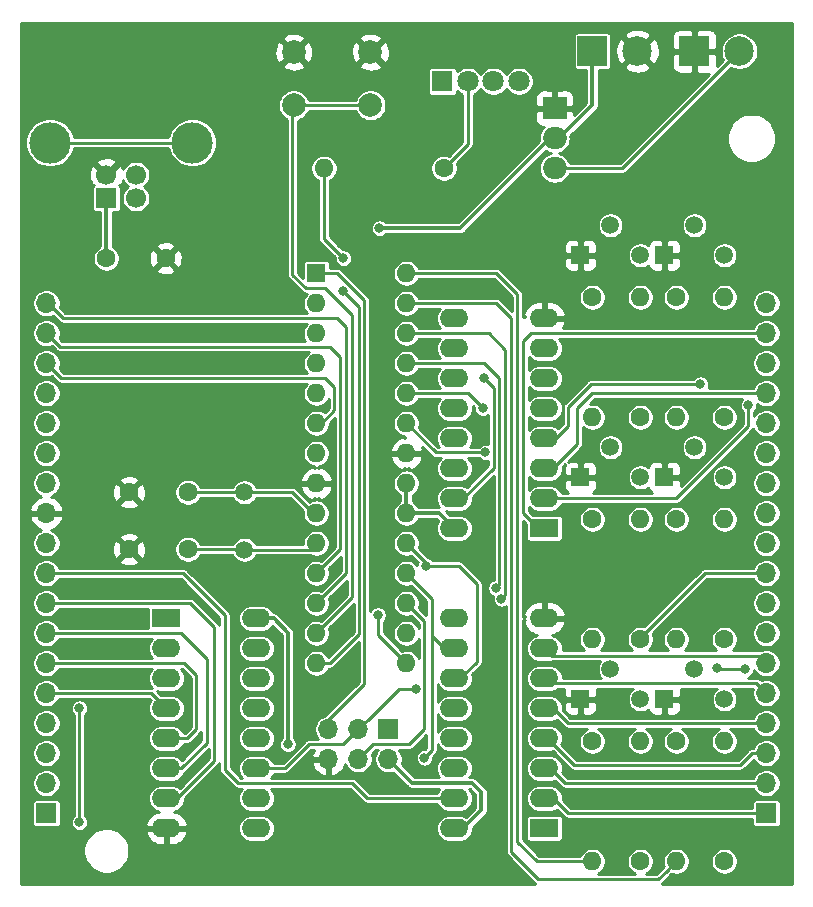
<source format=gbr>
G04 #@! TF.GenerationSoftware,KiCad,Pcbnew,(5.1.5)-3*
G04 #@! TF.CreationDate,2020-04-21T16:30:49-04:00*
G04 #@! TF.ProjectId,PCB,5043422e-6b69-4636-9164-5f7063625858,rev?*
G04 #@! TF.SameCoordinates,Original*
G04 #@! TF.FileFunction,Copper,L1,Top*
G04 #@! TF.FilePolarity,Positive*
%FSLAX46Y46*%
G04 Gerber Fmt 4.6, Leading zero omitted, Abs format (unit mm)*
G04 Created by KiCad (PCBNEW (5.1.5)-3) date 2020-04-21 16:30:49*
%MOMM*%
%LPD*%
G04 APERTURE LIST*
%ADD10R,2.000000X1.905000*%
%ADD11O,2.000000X1.905000*%
%ADD12R,1.500000X1.500000*%
%ADD13C,1.500000*%
%ADD14O,1.600000X1.600000*%
%ADD15C,1.600000*%
%ADD16O,1.700000X1.700000*%
%ADD17R,1.700000X1.700000*%
%ADD18C,2.000000*%
%ADD19C,3.500000*%
%ADD20C,1.700000*%
%ADD21C,1.800000*%
%ADD22R,1.800000X1.800000*%
%ADD23R,2.499360X2.499360*%
%ADD24C,2.499360*%
%ADD25R,2.400000X1.600000*%
%ADD26O,2.400000X1.600000*%
%ADD27R,1.600000X1.600000*%
%ADD28C,0.800000*%
%ADD29C,0.250000*%
%ADD30C,0.350000*%
%ADD31C,0.254000*%
G04 APERTURE END LIST*
D10*
X147170000Y-85090000D03*
D11*
X147170000Y-87630000D03*
X147170000Y-90170000D03*
D12*
X149352000Y-135128000D03*
D13*
X154432000Y-135128000D03*
X151892000Y-132588000D03*
D12*
X156464000Y-135128000D03*
D13*
X161544000Y-135128000D03*
X159004000Y-132588000D03*
D12*
X149352000Y-116332000D03*
D13*
X154432000Y-116332000D03*
X151892000Y-113792000D03*
D12*
X156464000Y-116332000D03*
D13*
X161544000Y-116332000D03*
X159004000Y-113792000D03*
D12*
X149352000Y-97536000D03*
D13*
X154432000Y-97536000D03*
X151892000Y-94996000D03*
D12*
X156464000Y-97536000D03*
D13*
X161544000Y-97536000D03*
X159004000Y-94996000D03*
D14*
X154432000Y-138684000D03*
D15*
X154432000Y-148844000D03*
D14*
X161544000Y-138684000D03*
D15*
X161544000Y-148844000D03*
D14*
X154432000Y-119888000D03*
D15*
X154432000Y-130048000D03*
D14*
X161544000Y-119888000D03*
D15*
X161544000Y-130048000D03*
D14*
X154432000Y-101092000D03*
D15*
X154432000Y-111252000D03*
D14*
X161544000Y-101092000D03*
D15*
X161544000Y-111252000D03*
D16*
X128016000Y-140208000D03*
X128016000Y-137668000D03*
X130556000Y-140208000D03*
X130556000Y-137668000D03*
X133096000Y-140208000D03*
D17*
X133096000Y-137668000D03*
D18*
X125072000Y-84836000D03*
X125072000Y-80336000D03*
X131572000Y-84836000D03*
X131572000Y-80336000D03*
D14*
X127635000Y-90170000D03*
D15*
X137795000Y-90170000D03*
D19*
X116490000Y-88000000D03*
X104450000Y-88000000D03*
D20*
X109220000Y-90710000D03*
X111720000Y-90710000D03*
X111720000Y-92710000D03*
D17*
X109220000Y-92710000D03*
D21*
X144145000Y-82804000D03*
X141986000Y-82804000D03*
X139827000Y-82804000D03*
D22*
X137668000Y-82804000D03*
D23*
X150368000Y-80264000D03*
D24*
X154178000Y-80264000D03*
D23*
X159004000Y-80264000D03*
D24*
X162814000Y-80264000D03*
D13*
X120904000Y-122482000D03*
X120904000Y-117602000D03*
D17*
X165100000Y-144780000D03*
D16*
X165100000Y-142240000D03*
X165100000Y-139700000D03*
X165100000Y-137160000D03*
X165100000Y-134620000D03*
X165100000Y-132080000D03*
X165100000Y-129540000D03*
X165100000Y-127000000D03*
X165100000Y-124460000D03*
X165100000Y-121920000D03*
X165100000Y-119380000D03*
X165100000Y-116840000D03*
X165100000Y-114300000D03*
X165100000Y-111760000D03*
X165100000Y-109220000D03*
X165100000Y-106680000D03*
X165100000Y-104140000D03*
X165100000Y-101600000D03*
D17*
X104140000Y-144780000D03*
D16*
X104140000Y-142240000D03*
X104140000Y-139700000D03*
X104140000Y-137160000D03*
X104140000Y-134620000D03*
X104140000Y-132080000D03*
X104140000Y-129540000D03*
X104140000Y-127000000D03*
X104140000Y-124460000D03*
X104140000Y-121920000D03*
X104140000Y-119380000D03*
X104140000Y-116840000D03*
X104140000Y-114300000D03*
X104140000Y-111760000D03*
X104140000Y-109220000D03*
X104140000Y-106680000D03*
X104140000Y-104140000D03*
X104140000Y-101600000D03*
D25*
X114300000Y-128270000D03*
D26*
X121920000Y-146050000D03*
X114300000Y-130810000D03*
X121920000Y-143510000D03*
X114300000Y-133350000D03*
X121920000Y-140970000D03*
X114300000Y-135890000D03*
X121920000Y-138430000D03*
X114300000Y-138430000D03*
X121920000Y-135890000D03*
X114300000Y-140970000D03*
X121920000Y-133350000D03*
X114300000Y-143510000D03*
X121920000Y-130810000D03*
X114300000Y-146050000D03*
X121920000Y-128270000D03*
D27*
X127000000Y-99060000D03*
D14*
X134620000Y-132080000D03*
X127000000Y-101600000D03*
X134620000Y-129540000D03*
X127000000Y-104140000D03*
X134620000Y-127000000D03*
X127000000Y-106680000D03*
X134620000Y-124460000D03*
X127000000Y-109220000D03*
X134620000Y-121920000D03*
X127000000Y-111760000D03*
X134620000Y-119380000D03*
X127000000Y-114300000D03*
X134620000Y-116840000D03*
X127000000Y-116840000D03*
X134620000Y-114300000D03*
X127000000Y-119380000D03*
X134620000Y-111760000D03*
X127000000Y-121920000D03*
X134620000Y-109220000D03*
X127000000Y-124460000D03*
X134620000Y-106680000D03*
X127000000Y-127000000D03*
X134620000Y-104140000D03*
X127000000Y-129540000D03*
X134620000Y-101600000D03*
X127000000Y-132080000D03*
X134620000Y-99060000D03*
D15*
X150368000Y-138684000D03*
D14*
X150368000Y-148844000D03*
D15*
X109220000Y-97790000D03*
X114220000Y-97790000D03*
X111125000Y-122428000D03*
X116125000Y-122428000D03*
X111125000Y-117602000D03*
X116125000Y-117602000D03*
D25*
X146304000Y-120650000D03*
D26*
X138684000Y-102870000D03*
X146304000Y-118110000D03*
X138684000Y-105410000D03*
X146304000Y-115570000D03*
X138684000Y-107950000D03*
X146304000Y-113030000D03*
X138684000Y-110490000D03*
X146304000Y-110490000D03*
X138684000Y-113030000D03*
X146304000Y-107950000D03*
X138684000Y-115570000D03*
X146304000Y-105410000D03*
X138684000Y-118110000D03*
X146304000Y-102870000D03*
X138684000Y-120650000D03*
D25*
X146304000Y-146050000D03*
D26*
X138684000Y-128270000D03*
X146304000Y-143510000D03*
X138684000Y-130810000D03*
X146304000Y-140970000D03*
X138684000Y-133350000D03*
X146304000Y-138430000D03*
X138684000Y-135890000D03*
X146304000Y-135890000D03*
X138684000Y-138430000D03*
X146304000Y-133350000D03*
X138684000Y-140970000D03*
X146304000Y-130810000D03*
X138684000Y-143510000D03*
X146304000Y-128270000D03*
X138684000Y-146050000D03*
D15*
X157480000Y-138684000D03*
D14*
X157480000Y-148844000D03*
D15*
X150368000Y-119888000D03*
D14*
X150368000Y-130048000D03*
D15*
X157480000Y-119888000D03*
D14*
X157480000Y-130048000D03*
D15*
X150368000Y-101092000D03*
D14*
X150368000Y-111252000D03*
D15*
X157480000Y-101092000D03*
D14*
X157480000Y-111252000D03*
D28*
X124587000Y-138938000D03*
X132334022Y-95250000D03*
X135419000Y-134239000D03*
X136271000Y-123825008D03*
X136144000Y-140081000D03*
X141301660Y-114222340D03*
X141097000Y-110490000D03*
X142207979Y-125718502D03*
X142657990Y-126619000D03*
X132207000Y-128016000D03*
X106934000Y-135889980D03*
X106934000Y-145542000D03*
X141224000Y-107950000D03*
X163576000Y-110236000D03*
X159512000Y-108458000D03*
X156210000Y-124460000D03*
X111125000Y-120015000D03*
X129281347Y-100588653D03*
X129286000Y-97790000D03*
X163322000Y-132588000D03*
X160909000Y-132461000D03*
D29*
X126746000Y-119380000D02*
X127000000Y-119380000D01*
X124968000Y-117602000D02*
X126746000Y-119380000D01*
X120904000Y-117602000D02*
X124968000Y-117602000D01*
X116379000Y-117602000D02*
X120904000Y-117602000D01*
X116125000Y-117348000D02*
X116379000Y-117602000D01*
X120850000Y-122428000D02*
X120904000Y-122482000D01*
X116125000Y-122428000D02*
X120850000Y-122428000D01*
X126438000Y-122482000D02*
X127000000Y-121920000D01*
X120904000Y-122482000D02*
X126438000Y-122482000D01*
D30*
X134620000Y-116840000D02*
X134620000Y-119380000D01*
X109220000Y-92710000D02*
X109220000Y-97790000D01*
X137414000Y-119380000D02*
X138684000Y-120650000D01*
X134620000Y-119380000D02*
X137414000Y-119380000D01*
X124587000Y-138372315D02*
X124587000Y-138938000D01*
X121920000Y-128270000D02*
X123370000Y-128270000D01*
X123370000Y-128270000D02*
X124587000Y-129487000D01*
X124587000Y-129487000D02*
X124587000Y-138372315D01*
X135128000Y-142240000D02*
X140208000Y-142240000D01*
X133096000Y-140208000D02*
X135128000Y-142240000D01*
X140208000Y-142240000D02*
X140970000Y-143002000D01*
X140970000Y-143002000D02*
X140970000Y-144526000D01*
X139446000Y-146050000D02*
X138684000Y-146050000D01*
X140970000Y-144526000D02*
X139446000Y-146050000D01*
X150368000Y-84836000D02*
X147574000Y-87630000D01*
X150368000Y-80264000D02*
X150368000Y-84836000D01*
X147574000Y-87630000D02*
X146812000Y-87630000D01*
X132899707Y-95250000D02*
X132334022Y-95250000D01*
X146812000Y-87630000D02*
X139192000Y-95250000D01*
X139192000Y-95250000D02*
X132899707Y-95250000D01*
D29*
X128778000Y-99060000D02*
X127000000Y-99060000D01*
X131064000Y-101346000D02*
X128778000Y-99060000D01*
X128016000Y-136906000D02*
X131064000Y-133858000D01*
X131064000Y-133858000D02*
X131064000Y-101346000D01*
X128016000Y-137668000D02*
X128016000Y-136906000D01*
X136144000Y-137668000D02*
X136144000Y-128524000D01*
X136144000Y-128524000D02*
X134620000Y-127000000D01*
X134874000Y-138938000D02*
X136144000Y-137668000D01*
X131826000Y-138938000D02*
X134874000Y-138938000D01*
X130556000Y-140208000D02*
X131826000Y-138938000D01*
X131405999Y-136818001D02*
X130556000Y-137668000D01*
X133985000Y-134239000D02*
X131405999Y-136818001D01*
X135419000Y-134239000D02*
X133985000Y-134239000D01*
X129286000Y-138938000D02*
X130556000Y-137668000D01*
X126365000Y-138938000D02*
X129286000Y-138938000D01*
X124333000Y-140970000D02*
X126365000Y-138938000D01*
X121920000Y-140970000D02*
X124333000Y-140970000D01*
X134620000Y-121920000D02*
X136271000Y-123571000D01*
X136271000Y-123571000D02*
X136271000Y-123825008D01*
X136271008Y-123825000D02*
X136271000Y-123825008D01*
X139192000Y-133350000D02*
X140589000Y-131953000D01*
X138684000Y-133350000D02*
X139192000Y-133350000D01*
X140589000Y-131953000D02*
X140589000Y-125349000D01*
X139065000Y-123825000D02*
X136271008Y-123825000D01*
X140589000Y-125349000D02*
X139065000Y-123825000D01*
X136779000Y-139446000D02*
X136144000Y-140081000D01*
X136779000Y-130355000D02*
X136779000Y-139446000D01*
X134620000Y-124460000D02*
X136779000Y-126619000D01*
X136779000Y-126619000D02*
X136779000Y-130355000D01*
X137795000Y-130810000D02*
X138684000Y-130810000D01*
X136779000Y-129794000D02*
X137795000Y-130810000D01*
X136779000Y-129413000D02*
X136779000Y-129794000D01*
X137082340Y-114222340D02*
X140735975Y-114222340D01*
X134620000Y-111760000D02*
X137082340Y-114222340D01*
X140735975Y-114222340D02*
X141301660Y-114222340D01*
X139827000Y-109220000D02*
X141097000Y-110490000D01*
X134620000Y-109220000D02*
X139827000Y-109220000D01*
X142482978Y-107938978D02*
X142482978Y-125443503D01*
X141224000Y-106680000D02*
X142482978Y-107938978D01*
X142482978Y-125443503D02*
X142207979Y-125718502D01*
X134620000Y-106680000D02*
X141224000Y-106680000D01*
X143002000Y-126274990D02*
X142657990Y-126619000D01*
X143002000Y-105537000D02*
X143002000Y-126274990D01*
X141605000Y-104140000D02*
X143002000Y-105537000D01*
X134620000Y-104140000D02*
X141605000Y-104140000D01*
X134620000Y-101600000D02*
X142240000Y-101600000D01*
X142240000Y-101600000D02*
X143510000Y-102870000D01*
X143510000Y-102870000D02*
X143510000Y-148082000D01*
X143510000Y-148082000D02*
X145796000Y-150368000D01*
X156680001Y-149643999D02*
X157480000Y-148844000D01*
X145796000Y-150368000D02*
X155956000Y-150368000D01*
X155956000Y-150368000D02*
X156680001Y-149643999D01*
X127438685Y-111760000D02*
X127000000Y-111760000D01*
X105410000Y-107950000D02*
X127762000Y-107950000D01*
X104140000Y-106680000D02*
X105410000Y-107950000D01*
X127762000Y-107950000D02*
X128524000Y-108712000D01*
X128524000Y-110674685D02*
X127438685Y-111760000D01*
X128524000Y-108712000D02*
X128524000Y-110674685D01*
X105265001Y-105265001D02*
X104140000Y-104140000D01*
X128125001Y-105265001D02*
X105265001Y-105265001D01*
X129032000Y-106172000D02*
X128125001Y-105265001D01*
X129032000Y-122428000D02*
X129032000Y-106172000D01*
X127000000Y-124460000D02*
X129032000Y-122428000D01*
X129540000Y-124460000D02*
X127000000Y-127000000D01*
X129540000Y-103632000D02*
X129540000Y-124460000D01*
X105537000Y-102870000D02*
X128778000Y-102870000D01*
X128778000Y-102870000D02*
X129540000Y-103632000D01*
X104267000Y-101600000D02*
X105537000Y-102870000D01*
X104140000Y-101600000D02*
X104267000Y-101600000D01*
X132207000Y-129667000D02*
X134620000Y-132080000D01*
X132207000Y-128016000D02*
X132207000Y-129667000D01*
X106934000Y-135889980D02*
X106934000Y-145542000D01*
X131318000Y-143510000D02*
X138684000Y-143510000D01*
X130048000Y-142240000D02*
X131318000Y-143510000D01*
X104140000Y-124460000D02*
X115697000Y-124460000D01*
X115697000Y-124460000D02*
X119253000Y-128016000D01*
X119253000Y-141097000D02*
X120396000Y-142240000D01*
X119253000Y-128016000D02*
X119253000Y-141097000D01*
X120396000Y-142240000D02*
X130048000Y-142240000D01*
X115190410Y-143510000D02*
X114300000Y-143510000D01*
X118364000Y-140336410D02*
X115190410Y-143510000D01*
X118364000Y-129032000D02*
X118364000Y-140336410D01*
X116332000Y-127000000D02*
X118364000Y-129032000D01*
X104140000Y-127000000D02*
X116332000Y-127000000D01*
X117729000Y-138811000D02*
X115570000Y-140970000D01*
X117729000Y-131699000D02*
X117729000Y-138811000D01*
X115570000Y-140970000D02*
X114300000Y-140970000D01*
X115570000Y-129540000D02*
X117729000Y-131699000D01*
X104140000Y-129540000D02*
X115570000Y-129540000D01*
X116078000Y-138430000D02*
X114300000Y-138430000D01*
X116840000Y-137668000D02*
X116078000Y-138430000D01*
X116840000Y-133096000D02*
X116840000Y-137668000D01*
X115824000Y-132080000D02*
X116840000Y-133096000D01*
X104140000Y-132080000D02*
X115824000Y-132080000D01*
X113030000Y-134620000D02*
X114300000Y-135890000D01*
X104140000Y-134620000D02*
X113030000Y-134620000D01*
X142032967Y-115523033D02*
X142032967Y-108758967D01*
X142032967Y-108758967D02*
X141623999Y-108349999D01*
X138684000Y-118110000D02*
X139446000Y-118110000D01*
X141623999Y-108349999D02*
X141224000Y-107950000D01*
X139446000Y-118110000D02*
X142032967Y-115523033D01*
X161290000Y-104140000D02*
X165100000Y-104140000D01*
X145161000Y-104140000D02*
X161290000Y-104140000D01*
X144526000Y-104775000D02*
X145161000Y-104140000D01*
X145796000Y-120650000D02*
X144526000Y-119380000D01*
X144526000Y-119380000D02*
X144526000Y-104775000D01*
X146304000Y-120650000D02*
X145796000Y-120650000D01*
X163576000Y-112014000D02*
X163576000Y-110801685D01*
X146304000Y-118110000D02*
X157480000Y-118110000D01*
X157480000Y-118110000D02*
X163576000Y-112014000D01*
X163576000Y-110801685D02*
X163576000Y-110236000D01*
X163897919Y-109220000D02*
X165100000Y-109220000D01*
X147066000Y-115570000D02*
X149098000Y-113538000D01*
X149098000Y-113538000D02*
X149098000Y-110490000D01*
X146304000Y-115570000D02*
X147066000Y-115570000D01*
X149098000Y-110490000D02*
X150368000Y-109220000D01*
X150368000Y-109220000D02*
X163897919Y-109220000D01*
X150239590Y-108458000D02*
X159512000Y-108458000D01*
X148336000Y-112014000D02*
X148336000Y-110361590D01*
X146304000Y-113030000D02*
X147320000Y-113030000D01*
X148336000Y-110361590D02*
X150239590Y-108458000D01*
X147320000Y-113030000D02*
X148336000Y-112014000D01*
X164465000Y-131445000D02*
X165100000Y-132080000D01*
X146304000Y-130810000D02*
X146939000Y-131445000D01*
X146939000Y-131445000D02*
X164465000Y-131445000D01*
X164250001Y-133770001D02*
X165100000Y-134620000D01*
X146724001Y-133770001D02*
X164250001Y-133770001D01*
X146304000Y-133350000D02*
X146724001Y-133770001D01*
X148299000Y-137160000D02*
X165100000Y-137160000D01*
X146304000Y-135890000D02*
X147029000Y-135890000D01*
X147029000Y-135890000D02*
X148299000Y-137160000D01*
X163897919Y-139700000D02*
X165100000Y-139700000D01*
X148844000Y-140716000D02*
X162881919Y-140716000D01*
X162881919Y-140716000D02*
X163897919Y-139700000D01*
X146304000Y-138430000D02*
X146558000Y-138430000D01*
X146558000Y-138430000D02*
X148844000Y-140716000D01*
X163897919Y-142240000D02*
X165100000Y-142240000D01*
X148082000Y-142240000D02*
X163897919Y-142240000D01*
X146304000Y-140970000D02*
X146812000Y-140970000D01*
X146812000Y-140970000D02*
X148082000Y-142240000D01*
X147066000Y-143510000D02*
X146304000Y-143510000D01*
X165100000Y-144780000D02*
X148336000Y-144780000D01*
X148336000Y-144780000D02*
X147066000Y-143510000D01*
X128131370Y-132080000D02*
X130613990Y-129597380D01*
X127000000Y-132080000D02*
X128131370Y-132080000D01*
X130613990Y-101921296D02*
X129281347Y-100588653D01*
X130613990Y-129597380D02*
X130613990Y-101921296D01*
X127635000Y-96139000D02*
X127635000Y-90170000D01*
X129286000Y-97790000D02*
X127635000Y-96139000D01*
X147066000Y-90170000D02*
X146812000Y-90424000D01*
X152908000Y-90170000D02*
X147066000Y-90170000D01*
X162814000Y-80264000D02*
X152908000Y-90170000D01*
X139827000Y-88138000D02*
X139827000Y-82804000D01*
X137795000Y-90170000D02*
X139827000Y-88138000D01*
X104450000Y-88000000D02*
X116490000Y-88000000D01*
X135751370Y-99060000D02*
X134620000Y-99060000D01*
X145669000Y-148844000D02*
X144018000Y-147193000D01*
X144018000Y-100838000D02*
X142240000Y-99060000D01*
X144018000Y-147193000D02*
X144018000Y-100838000D01*
X150368000Y-148844000D02*
X145669000Y-148844000D01*
X142240000Y-99060000D02*
X135751370Y-99060000D01*
X130302000Y-84836000D02*
X125072000Y-84836000D01*
X130048000Y-126492000D02*
X127000000Y-129540000D01*
X126084998Y-100330000D02*
X127762000Y-100330000D01*
X130048000Y-102616000D02*
X130048000Y-126492000D01*
X124968000Y-99213002D02*
X126084998Y-100330000D01*
X127762000Y-100330000D02*
X130048000Y-102616000D01*
X124968000Y-84940000D02*
X124968000Y-99213002D01*
X125072000Y-84836000D02*
X124968000Y-84940000D01*
X130302000Y-84836000D02*
X131572000Y-84836000D01*
X161036000Y-132588000D02*
X160909000Y-132461000D01*
X163322000Y-132588000D02*
X161036000Y-132588000D01*
X154432000Y-129921000D02*
X154432000Y-130048000D01*
X159893000Y-124460000D02*
X154432000Y-129921000D01*
X165100000Y-124460000D02*
X159893000Y-124460000D01*
D31*
G36*
X167268001Y-95231733D02*
G01*
X167268000Y-150758000D01*
X156224801Y-150758000D01*
X156291369Y-150703369D01*
X156306151Y-150685357D01*
X157030146Y-149961363D01*
X157030151Y-149961357D01*
X157074123Y-149917385D01*
X157145432Y-149946922D01*
X157367030Y-149991000D01*
X157592970Y-149991000D01*
X157814568Y-149946922D01*
X158023308Y-149860458D01*
X158211170Y-149734933D01*
X158370933Y-149575170D01*
X158496458Y-149387308D01*
X158582922Y-149178568D01*
X158627000Y-148956970D01*
X158627000Y-148731030D01*
X160397000Y-148731030D01*
X160397000Y-148956970D01*
X160441078Y-149178568D01*
X160527542Y-149387308D01*
X160653067Y-149575170D01*
X160812830Y-149734933D01*
X161000692Y-149860458D01*
X161209432Y-149946922D01*
X161431030Y-149991000D01*
X161656970Y-149991000D01*
X161878568Y-149946922D01*
X162087308Y-149860458D01*
X162275170Y-149734933D01*
X162434933Y-149575170D01*
X162560458Y-149387308D01*
X162646922Y-149178568D01*
X162691000Y-148956970D01*
X162691000Y-148731030D01*
X162646922Y-148509432D01*
X162560458Y-148300692D01*
X162434933Y-148112830D01*
X162275170Y-147953067D01*
X162087308Y-147827542D01*
X161878568Y-147741078D01*
X161656970Y-147697000D01*
X161431030Y-147697000D01*
X161209432Y-147741078D01*
X161000692Y-147827542D01*
X160812830Y-147953067D01*
X160653067Y-148112830D01*
X160527542Y-148300692D01*
X160441078Y-148509432D01*
X160397000Y-148731030D01*
X158627000Y-148731030D01*
X158582922Y-148509432D01*
X158496458Y-148300692D01*
X158370933Y-148112830D01*
X158211170Y-147953067D01*
X158023308Y-147827542D01*
X157814568Y-147741078D01*
X157592970Y-147697000D01*
X157367030Y-147697000D01*
X157145432Y-147741078D01*
X156936692Y-147827542D01*
X156748830Y-147953067D01*
X156589067Y-148112830D01*
X156463542Y-148300692D01*
X156377078Y-148509432D01*
X156333000Y-148731030D01*
X156333000Y-148956970D01*
X156377078Y-149178568D01*
X156406615Y-149249877D01*
X156362643Y-149293849D01*
X156362637Y-149293854D01*
X155760492Y-149896000D01*
X154889503Y-149896000D01*
X154975308Y-149860458D01*
X155163170Y-149734933D01*
X155322933Y-149575170D01*
X155448458Y-149387308D01*
X155534922Y-149178568D01*
X155579000Y-148956970D01*
X155579000Y-148731030D01*
X155534922Y-148509432D01*
X155448458Y-148300692D01*
X155322933Y-148112830D01*
X155163170Y-147953067D01*
X154975308Y-147827542D01*
X154766568Y-147741078D01*
X154544970Y-147697000D01*
X154319030Y-147697000D01*
X154097432Y-147741078D01*
X153888692Y-147827542D01*
X153700830Y-147953067D01*
X153541067Y-148112830D01*
X153415542Y-148300692D01*
X153329078Y-148509432D01*
X153285000Y-148731030D01*
X153285000Y-148956970D01*
X153329078Y-149178568D01*
X153415542Y-149387308D01*
X153541067Y-149575170D01*
X153700830Y-149734933D01*
X153888692Y-149860458D01*
X153974497Y-149896000D01*
X150825503Y-149896000D01*
X150911308Y-149860458D01*
X151099170Y-149734933D01*
X151258933Y-149575170D01*
X151384458Y-149387308D01*
X151470922Y-149178568D01*
X151515000Y-148956970D01*
X151515000Y-148731030D01*
X151470922Y-148509432D01*
X151384458Y-148300692D01*
X151258933Y-148112830D01*
X151099170Y-147953067D01*
X150911308Y-147827542D01*
X150702568Y-147741078D01*
X150480970Y-147697000D01*
X150255030Y-147697000D01*
X150033432Y-147741078D01*
X149824692Y-147827542D01*
X149636830Y-147953067D01*
X149477067Y-148112830D01*
X149351542Y-148300692D01*
X149322005Y-148372000D01*
X145864509Y-148372000D01*
X144490000Y-146997492D01*
X144490000Y-145250000D01*
X144755322Y-145250000D01*
X144755322Y-146850000D01*
X144762022Y-146918024D01*
X144781864Y-146983433D01*
X144814085Y-147043715D01*
X144857447Y-147096553D01*
X144910285Y-147139915D01*
X144970567Y-147172136D01*
X145035976Y-147191978D01*
X145104000Y-147198678D01*
X147504000Y-147198678D01*
X147572024Y-147191978D01*
X147637433Y-147172136D01*
X147697715Y-147139915D01*
X147750553Y-147096553D01*
X147793915Y-147043715D01*
X147826136Y-146983433D01*
X147845978Y-146918024D01*
X147852678Y-146850000D01*
X147852678Y-145250000D01*
X147845978Y-145181976D01*
X147826136Y-145116567D01*
X147793915Y-145056285D01*
X147750553Y-145003447D01*
X147697715Y-144960085D01*
X147637433Y-144927864D01*
X147572024Y-144908022D01*
X147504000Y-144901322D01*
X145104000Y-144901322D01*
X145035976Y-144908022D01*
X144970567Y-144927864D01*
X144910285Y-144960085D01*
X144857447Y-145003447D01*
X144814085Y-145056285D01*
X144781864Y-145116567D01*
X144762022Y-145181976D01*
X144755322Y-145250000D01*
X144490000Y-145250000D01*
X144490000Y-143510000D01*
X144751451Y-143510000D01*
X144773597Y-143734851D01*
X144839184Y-143951061D01*
X144945691Y-144150322D01*
X145089025Y-144324975D01*
X145263678Y-144468309D01*
X145462939Y-144574816D01*
X145679149Y-144640403D01*
X145847660Y-144657000D01*
X146760340Y-144657000D01*
X146928851Y-144640403D01*
X147145061Y-144574816D01*
X147344322Y-144468309D01*
X147351176Y-144462684D01*
X147985849Y-145097357D01*
X148000631Y-145115369D01*
X148072502Y-145174352D01*
X148154500Y-145218180D01*
X148243472Y-145245170D01*
X148335999Y-145254283D01*
X148359179Y-145252000D01*
X163901322Y-145252000D01*
X163901322Y-145630000D01*
X163908022Y-145698024D01*
X163927864Y-145763433D01*
X163960085Y-145823715D01*
X164003447Y-145876553D01*
X164056285Y-145919915D01*
X164116567Y-145952136D01*
X164181976Y-145971978D01*
X164250000Y-145978678D01*
X165950000Y-145978678D01*
X166018024Y-145971978D01*
X166083433Y-145952136D01*
X166143715Y-145919915D01*
X166196553Y-145876553D01*
X166239915Y-145823715D01*
X166272136Y-145763433D01*
X166291978Y-145698024D01*
X166298678Y-145630000D01*
X166298678Y-143930000D01*
X166291978Y-143861976D01*
X166272136Y-143796567D01*
X166239915Y-143736285D01*
X166196553Y-143683447D01*
X166143715Y-143640085D01*
X166083433Y-143607864D01*
X166018024Y-143588022D01*
X165950000Y-143581322D01*
X164250000Y-143581322D01*
X164181976Y-143588022D01*
X164116567Y-143607864D01*
X164056285Y-143640085D01*
X164003447Y-143683447D01*
X163960085Y-143736285D01*
X163927864Y-143796567D01*
X163908022Y-143861976D01*
X163901322Y-143930000D01*
X163901322Y-144308000D01*
X148531508Y-144308000D01*
X147845517Y-143622009D01*
X147856549Y-143510000D01*
X147834403Y-143285149D01*
X147768816Y-143068939D01*
X147662309Y-142869678D01*
X147518975Y-142695025D01*
X147344322Y-142551691D01*
X147145061Y-142445184D01*
X146928851Y-142379597D01*
X146760340Y-142363000D01*
X145847660Y-142363000D01*
X145679149Y-142379597D01*
X145462939Y-142445184D01*
X145263678Y-142551691D01*
X145089025Y-142695025D01*
X144945691Y-142869678D01*
X144839184Y-143068939D01*
X144773597Y-143285149D01*
X144751451Y-143510000D01*
X144490000Y-143510000D01*
X144490000Y-140970000D01*
X144751451Y-140970000D01*
X144773597Y-141194851D01*
X144839184Y-141411061D01*
X144945691Y-141610322D01*
X145089025Y-141784975D01*
X145263678Y-141928309D01*
X145462939Y-142034816D01*
X145679149Y-142100403D01*
X145847660Y-142117000D01*
X146760340Y-142117000D01*
X146928851Y-142100403D01*
X147145061Y-142034816D01*
X147186929Y-142012437D01*
X147731849Y-142557357D01*
X147746631Y-142575369D01*
X147818502Y-142634352D01*
X147900500Y-142678180D01*
X147989472Y-142705170D01*
X148081999Y-142714283D01*
X148105179Y-142712000D01*
X163999885Y-142712000D01*
X164039232Y-142806992D01*
X164170229Y-143003043D01*
X164336957Y-143169771D01*
X164533008Y-143300768D01*
X164750848Y-143391000D01*
X164982106Y-143437000D01*
X165217894Y-143437000D01*
X165449152Y-143391000D01*
X165666992Y-143300768D01*
X165863043Y-143169771D01*
X166029771Y-143003043D01*
X166160768Y-142806992D01*
X166251000Y-142589152D01*
X166297000Y-142357894D01*
X166297000Y-142122106D01*
X166251000Y-141890848D01*
X166160768Y-141673008D01*
X166029771Y-141476957D01*
X165863043Y-141310229D01*
X165666992Y-141179232D01*
X165449152Y-141089000D01*
X165217894Y-141043000D01*
X164982106Y-141043000D01*
X164750848Y-141089000D01*
X164533008Y-141179232D01*
X164336957Y-141310229D01*
X164170229Y-141476957D01*
X164039232Y-141673008D01*
X163999885Y-141768000D01*
X148277508Y-141768000D01*
X147804136Y-141294628D01*
X147834403Y-141194851D01*
X147856549Y-140970000D01*
X147834403Y-140745149D01*
X147768816Y-140528939D01*
X147662309Y-140329678D01*
X147518975Y-140155025D01*
X147344322Y-140011691D01*
X147145061Y-139905184D01*
X146928851Y-139839597D01*
X146760340Y-139823000D01*
X145847660Y-139823000D01*
X145679149Y-139839597D01*
X145462939Y-139905184D01*
X145263678Y-140011691D01*
X145089025Y-140155025D01*
X144945691Y-140329678D01*
X144839184Y-140528939D01*
X144773597Y-140745149D01*
X144751451Y-140970000D01*
X144490000Y-140970000D01*
X144490000Y-138430000D01*
X144751451Y-138430000D01*
X144773597Y-138654851D01*
X144839184Y-138871061D01*
X144945691Y-139070322D01*
X145089025Y-139244975D01*
X145263678Y-139388309D01*
X145462939Y-139494816D01*
X145679149Y-139560403D01*
X145847660Y-139577000D01*
X146760340Y-139577000D01*
X146928851Y-139560403D01*
X146999472Y-139538980D01*
X148493849Y-141033357D01*
X148508631Y-141051369D01*
X148580502Y-141110352D01*
X148662500Y-141154180D01*
X148751472Y-141181170D01*
X148843999Y-141190283D01*
X148867179Y-141188000D01*
X162858739Y-141188000D01*
X162881919Y-141190283D01*
X162905099Y-141188000D01*
X162974447Y-141181170D01*
X163063419Y-141154180D01*
X163145417Y-141110352D01*
X163217288Y-141051369D01*
X163232070Y-141033357D01*
X164027283Y-140238145D01*
X164039232Y-140266992D01*
X164170229Y-140463043D01*
X164336957Y-140629771D01*
X164533008Y-140760768D01*
X164750848Y-140851000D01*
X164982106Y-140897000D01*
X165217894Y-140897000D01*
X165449152Y-140851000D01*
X165666992Y-140760768D01*
X165863043Y-140629771D01*
X166029771Y-140463043D01*
X166160768Y-140266992D01*
X166251000Y-140049152D01*
X166297000Y-139817894D01*
X166297000Y-139582106D01*
X166251000Y-139350848D01*
X166160768Y-139133008D01*
X166029771Y-138936957D01*
X165863043Y-138770229D01*
X165666992Y-138639232D01*
X165449152Y-138549000D01*
X165217894Y-138503000D01*
X164982106Y-138503000D01*
X164750848Y-138549000D01*
X164533008Y-138639232D01*
X164336957Y-138770229D01*
X164170229Y-138936957D01*
X164039232Y-139133008D01*
X163999885Y-139228000D01*
X163921099Y-139228000D01*
X163897919Y-139225717D01*
X163805391Y-139234830D01*
X163716419Y-139261820D01*
X163634421Y-139305648D01*
X163562550Y-139364631D01*
X163547772Y-139382638D01*
X162686411Y-140244000D01*
X149039508Y-140244000D01*
X147733201Y-138937693D01*
X147768816Y-138871061D01*
X147834403Y-138654851D01*
X147856549Y-138430000D01*
X147834403Y-138205149D01*
X147768816Y-137988939D01*
X147662309Y-137789678D01*
X147518975Y-137615025D01*
X147344322Y-137471691D01*
X147145061Y-137365184D01*
X146928851Y-137299597D01*
X146760340Y-137283000D01*
X145847660Y-137283000D01*
X145679149Y-137299597D01*
X145462939Y-137365184D01*
X145263678Y-137471691D01*
X145089025Y-137615025D01*
X144945691Y-137789678D01*
X144839184Y-137988939D01*
X144773597Y-138205149D01*
X144751451Y-138430000D01*
X144490000Y-138430000D01*
X144490000Y-135890000D01*
X144751451Y-135890000D01*
X144773597Y-136114851D01*
X144839184Y-136331061D01*
X144945691Y-136530322D01*
X145089025Y-136704975D01*
X145263678Y-136848309D01*
X145462939Y-136954816D01*
X145679149Y-137020403D01*
X145847660Y-137037000D01*
X146760340Y-137037000D01*
X146928851Y-137020403D01*
X147145061Y-136954816D01*
X147328342Y-136856850D01*
X147948849Y-137477357D01*
X147963631Y-137495369D01*
X148035502Y-137554352D01*
X148117500Y-137598180D01*
X148206472Y-137625170D01*
X148298999Y-137634283D01*
X148322179Y-137632000D01*
X149910497Y-137632000D01*
X149824692Y-137667542D01*
X149636830Y-137793067D01*
X149477067Y-137952830D01*
X149351542Y-138140692D01*
X149265078Y-138349432D01*
X149221000Y-138571030D01*
X149221000Y-138796970D01*
X149265078Y-139018568D01*
X149351542Y-139227308D01*
X149477067Y-139415170D01*
X149636830Y-139574933D01*
X149824692Y-139700458D01*
X150033432Y-139786922D01*
X150255030Y-139831000D01*
X150480970Y-139831000D01*
X150702568Y-139786922D01*
X150911308Y-139700458D01*
X151099170Y-139574933D01*
X151258933Y-139415170D01*
X151384458Y-139227308D01*
X151470922Y-139018568D01*
X151515000Y-138796970D01*
X151515000Y-138571030D01*
X151470922Y-138349432D01*
X151384458Y-138140692D01*
X151258933Y-137952830D01*
X151099170Y-137793067D01*
X150911308Y-137667542D01*
X150825503Y-137632000D01*
X153974497Y-137632000D01*
X153888692Y-137667542D01*
X153700830Y-137793067D01*
X153541067Y-137952830D01*
X153415542Y-138140692D01*
X153329078Y-138349432D01*
X153285000Y-138571030D01*
X153285000Y-138796970D01*
X153329078Y-139018568D01*
X153415542Y-139227308D01*
X153541067Y-139415170D01*
X153700830Y-139574933D01*
X153888692Y-139700458D01*
X154097432Y-139786922D01*
X154319030Y-139831000D01*
X154544970Y-139831000D01*
X154766568Y-139786922D01*
X154975308Y-139700458D01*
X155163170Y-139574933D01*
X155322933Y-139415170D01*
X155448458Y-139227308D01*
X155534922Y-139018568D01*
X155579000Y-138796970D01*
X155579000Y-138571030D01*
X155534922Y-138349432D01*
X155448458Y-138140692D01*
X155322933Y-137952830D01*
X155163170Y-137793067D01*
X154975308Y-137667542D01*
X154889503Y-137632000D01*
X157022497Y-137632000D01*
X156936692Y-137667542D01*
X156748830Y-137793067D01*
X156589067Y-137952830D01*
X156463542Y-138140692D01*
X156377078Y-138349432D01*
X156333000Y-138571030D01*
X156333000Y-138796970D01*
X156377078Y-139018568D01*
X156463542Y-139227308D01*
X156589067Y-139415170D01*
X156748830Y-139574933D01*
X156936692Y-139700458D01*
X157145432Y-139786922D01*
X157367030Y-139831000D01*
X157592970Y-139831000D01*
X157814568Y-139786922D01*
X158023308Y-139700458D01*
X158211170Y-139574933D01*
X158370933Y-139415170D01*
X158496458Y-139227308D01*
X158582922Y-139018568D01*
X158627000Y-138796970D01*
X158627000Y-138571030D01*
X158582922Y-138349432D01*
X158496458Y-138140692D01*
X158370933Y-137952830D01*
X158211170Y-137793067D01*
X158023308Y-137667542D01*
X157937503Y-137632000D01*
X161086497Y-137632000D01*
X161000692Y-137667542D01*
X160812830Y-137793067D01*
X160653067Y-137952830D01*
X160527542Y-138140692D01*
X160441078Y-138349432D01*
X160397000Y-138571030D01*
X160397000Y-138796970D01*
X160441078Y-139018568D01*
X160527542Y-139227308D01*
X160653067Y-139415170D01*
X160812830Y-139574933D01*
X161000692Y-139700458D01*
X161209432Y-139786922D01*
X161431030Y-139831000D01*
X161656970Y-139831000D01*
X161878568Y-139786922D01*
X162087308Y-139700458D01*
X162275170Y-139574933D01*
X162434933Y-139415170D01*
X162560458Y-139227308D01*
X162646922Y-139018568D01*
X162691000Y-138796970D01*
X162691000Y-138571030D01*
X162646922Y-138349432D01*
X162560458Y-138140692D01*
X162434933Y-137952830D01*
X162275170Y-137793067D01*
X162087308Y-137667542D01*
X162001503Y-137632000D01*
X163999885Y-137632000D01*
X164039232Y-137726992D01*
X164170229Y-137923043D01*
X164336957Y-138089771D01*
X164533008Y-138220768D01*
X164750848Y-138311000D01*
X164982106Y-138357000D01*
X165217894Y-138357000D01*
X165449152Y-138311000D01*
X165666992Y-138220768D01*
X165863043Y-138089771D01*
X166029771Y-137923043D01*
X166160768Y-137726992D01*
X166251000Y-137509152D01*
X166297000Y-137277894D01*
X166297000Y-137042106D01*
X166251000Y-136810848D01*
X166160768Y-136593008D01*
X166029771Y-136396957D01*
X165863043Y-136230229D01*
X165666992Y-136099232D01*
X165449152Y-136009000D01*
X165217894Y-135963000D01*
X164982106Y-135963000D01*
X164750848Y-136009000D01*
X164533008Y-136099232D01*
X164336957Y-136230229D01*
X164170229Y-136396957D01*
X164039232Y-136593008D01*
X163999885Y-136688000D01*
X148494508Y-136688000D01*
X147842200Y-136035692D01*
X147856549Y-135890000D01*
X147855368Y-135878000D01*
X147963928Y-135878000D01*
X147976188Y-136002482D01*
X148012498Y-136122180D01*
X148071463Y-136232494D01*
X148150815Y-136329185D01*
X148247506Y-136408537D01*
X148357820Y-136467502D01*
X148477518Y-136503812D01*
X148602000Y-136516072D01*
X149066250Y-136513000D01*
X149225000Y-136354250D01*
X149225000Y-135255000D01*
X149479000Y-135255000D01*
X149479000Y-136354250D01*
X149637750Y-136513000D01*
X150102000Y-136516072D01*
X150226482Y-136503812D01*
X150346180Y-136467502D01*
X150456494Y-136408537D01*
X150553185Y-136329185D01*
X150632537Y-136232494D01*
X150691502Y-136122180D01*
X150727812Y-136002482D01*
X150740072Y-135878000D01*
X150737000Y-135413750D01*
X150578250Y-135255000D01*
X149479000Y-135255000D01*
X149225000Y-135255000D01*
X148125750Y-135255000D01*
X147967000Y-135413750D01*
X147963928Y-135878000D01*
X147855368Y-135878000D01*
X147834403Y-135665149D01*
X147768816Y-135448939D01*
X147662309Y-135249678D01*
X147518975Y-135075025D01*
X147344322Y-134931691D01*
X147145061Y-134825184D01*
X146928851Y-134759597D01*
X146760340Y-134743000D01*
X145847660Y-134743000D01*
X145679149Y-134759597D01*
X145462939Y-134825184D01*
X145263678Y-134931691D01*
X145089025Y-135075025D01*
X144945691Y-135249678D01*
X144839184Y-135448939D01*
X144773597Y-135665149D01*
X144751451Y-135890000D01*
X144490000Y-135890000D01*
X144490000Y-128397002D01*
X144634084Y-128397002D01*
X144512096Y-128619039D01*
X144529633Y-128701818D01*
X144640285Y-128961646D01*
X144799500Y-129194895D01*
X145001161Y-129392601D01*
X145237517Y-129547166D01*
X145499486Y-129652650D01*
X145665034Y-129683879D01*
X145462939Y-129745184D01*
X145263678Y-129851691D01*
X145089025Y-129995025D01*
X144945691Y-130169678D01*
X144839184Y-130368939D01*
X144773597Y-130585149D01*
X144751451Y-130810000D01*
X144773597Y-131034851D01*
X144839184Y-131251061D01*
X144945691Y-131450322D01*
X145089025Y-131624975D01*
X145263678Y-131768309D01*
X145462939Y-131874816D01*
X145679149Y-131940403D01*
X145847660Y-131957000D01*
X146760340Y-131957000D01*
X146928851Y-131940403D01*
X147006000Y-131917000D01*
X151020997Y-131917000D01*
X150919851Y-132068376D01*
X150837157Y-132268017D01*
X150795000Y-132479955D01*
X150795000Y-132696045D01*
X150837157Y-132907983D01*
X150919851Y-133107624D01*
X151039904Y-133287297D01*
X151050608Y-133298001D01*
X147851428Y-133298001D01*
X147834403Y-133125149D01*
X147768816Y-132908939D01*
X147662309Y-132709678D01*
X147518975Y-132535025D01*
X147344322Y-132391691D01*
X147145061Y-132285184D01*
X146928851Y-132219597D01*
X146760340Y-132203000D01*
X145847660Y-132203000D01*
X145679149Y-132219597D01*
X145462939Y-132285184D01*
X145263678Y-132391691D01*
X145089025Y-132535025D01*
X144945691Y-132709678D01*
X144839184Y-132908939D01*
X144773597Y-133125149D01*
X144751451Y-133350000D01*
X144773597Y-133574851D01*
X144839184Y-133791061D01*
X144945691Y-133990322D01*
X145089025Y-134164975D01*
X145263678Y-134308309D01*
X145462939Y-134414816D01*
X145679149Y-134480403D01*
X145847660Y-134497000D01*
X146760340Y-134497000D01*
X146928851Y-134480403D01*
X147145061Y-134414816D01*
X147344322Y-134308309D01*
X147425119Y-134242001D01*
X147979682Y-134242001D01*
X147976188Y-134253518D01*
X147963928Y-134378000D01*
X147967000Y-134842250D01*
X148125750Y-135001000D01*
X149225000Y-135001000D01*
X149225000Y-134981000D01*
X149479000Y-134981000D01*
X149479000Y-135001000D01*
X150578250Y-135001000D01*
X150737000Y-134842250D01*
X150740072Y-134378000D01*
X150727812Y-134253518D01*
X150724318Y-134242001D01*
X153783443Y-134242001D01*
X153732703Y-134275904D01*
X153579904Y-134428703D01*
X153459851Y-134608376D01*
X153377157Y-134808017D01*
X153335000Y-135019955D01*
X153335000Y-135236045D01*
X153377157Y-135447983D01*
X153459851Y-135647624D01*
X153579904Y-135827297D01*
X153732703Y-135980096D01*
X153912376Y-136100149D01*
X154112017Y-136182843D01*
X154323955Y-136225000D01*
X154540045Y-136225000D01*
X154751983Y-136182843D01*
X154951624Y-136100149D01*
X155089807Y-136007819D01*
X155124498Y-136122180D01*
X155183463Y-136232494D01*
X155262815Y-136329185D01*
X155359506Y-136408537D01*
X155469820Y-136467502D01*
X155589518Y-136503812D01*
X155714000Y-136516072D01*
X156178250Y-136513000D01*
X156337000Y-136354250D01*
X156337000Y-135255000D01*
X156591000Y-135255000D01*
X156591000Y-136354250D01*
X156749750Y-136513000D01*
X157214000Y-136516072D01*
X157338482Y-136503812D01*
X157458180Y-136467502D01*
X157568494Y-136408537D01*
X157665185Y-136329185D01*
X157744537Y-136232494D01*
X157803502Y-136122180D01*
X157839812Y-136002482D01*
X157852072Y-135878000D01*
X157849000Y-135413750D01*
X157690250Y-135255000D01*
X156591000Y-135255000D01*
X156337000Y-135255000D01*
X156317000Y-135255000D01*
X156317000Y-135001000D01*
X156337000Y-135001000D01*
X156337000Y-134981000D01*
X156591000Y-134981000D01*
X156591000Y-135001000D01*
X157690250Y-135001000D01*
X157849000Y-134842250D01*
X157852072Y-134378000D01*
X157839812Y-134253518D01*
X157836318Y-134242001D01*
X160895443Y-134242001D01*
X160844703Y-134275904D01*
X160691904Y-134428703D01*
X160571851Y-134608376D01*
X160489157Y-134808017D01*
X160447000Y-135019955D01*
X160447000Y-135236045D01*
X160489157Y-135447983D01*
X160571851Y-135647624D01*
X160691904Y-135827297D01*
X160844703Y-135980096D01*
X161024376Y-136100149D01*
X161224017Y-136182843D01*
X161435955Y-136225000D01*
X161652045Y-136225000D01*
X161863983Y-136182843D01*
X162063624Y-136100149D01*
X162243297Y-135980096D01*
X162396096Y-135827297D01*
X162516149Y-135647624D01*
X162598843Y-135447983D01*
X162641000Y-135236045D01*
X162641000Y-135019955D01*
X162598843Y-134808017D01*
X162516149Y-134608376D01*
X162396096Y-134428703D01*
X162243297Y-134275904D01*
X162192557Y-134242001D01*
X163960949Y-134242001D01*
X163949000Y-134270848D01*
X163903000Y-134502106D01*
X163903000Y-134737894D01*
X163949000Y-134969152D01*
X164039232Y-135186992D01*
X164170229Y-135383043D01*
X164336957Y-135549771D01*
X164533008Y-135680768D01*
X164750848Y-135771000D01*
X164982106Y-135817000D01*
X165217894Y-135817000D01*
X165449152Y-135771000D01*
X165666992Y-135680768D01*
X165863043Y-135549771D01*
X166029771Y-135383043D01*
X166160768Y-135186992D01*
X166251000Y-134969152D01*
X166297000Y-134737894D01*
X166297000Y-134502106D01*
X166251000Y-134270848D01*
X166160768Y-134053008D01*
X166029771Y-133856957D01*
X165863043Y-133690229D01*
X165666992Y-133559232D01*
X165449152Y-133469000D01*
X165217894Y-133423000D01*
X164982106Y-133423000D01*
X164750848Y-133469000D01*
X164655855Y-133508347D01*
X164600152Y-133452644D01*
X164585370Y-133434632D01*
X164513499Y-133375649D01*
X164431501Y-133331821D01*
X164342529Y-133304831D01*
X164273181Y-133298001D01*
X164250001Y-133295718D01*
X164226821Y-133298001D01*
X163559910Y-133298001D01*
X163675837Y-133249982D01*
X163798184Y-133168232D01*
X163902232Y-133064184D01*
X163983982Y-132941837D01*
X164040293Y-132805892D01*
X164064406Y-132684668D01*
X164170229Y-132843043D01*
X164336957Y-133009771D01*
X164533008Y-133140768D01*
X164750848Y-133231000D01*
X164982106Y-133277000D01*
X165217894Y-133277000D01*
X165449152Y-133231000D01*
X165666992Y-133140768D01*
X165863043Y-133009771D01*
X166029771Y-132843043D01*
X166160768Y-132646992D01*
X166251000Y-132429152D01*
X166297000Y-132197894D01*
X166297000Y-131962106D01*
X166251000Y-131730848D01*
X166160768Y-131513008D01*
X166029771Y-131316957D01*
X165863043Y-131150229D01*
X165666992Y-131019232D01*
X165449152Y-130929000D01*
X165217894Y-130883000D01*
X164982106Y-130883000D01*
X164750848Y-130929000D01*
X164598285Y-130992194D01*
X164557528Y-130979830D01*
X164488180Y-130973000D01*
X164465000Y-130970717D01*
X164441820Y-130973000D01*
X162224185Y-130973000D01*
X162275170Y-130938933D01*
X162434933Y-130779170D01*
X162560458Y-130591308D01*
X162646922Y-130382568D01*
X162691000Y-130160970D01*
X162691000Y-129935030D01*
X162646922Y-129713432D01*
X162560458Y-129504692D01*
X162505276Y-129422106D01*
X163903000Y-129422106D01*
X163903000Y-129657894D01*
X163949000Y-129889152D01*
X164039232Y-130106992D01*
X164170229Y-130303043D01*
X164336957Y-130469771D01*
X164533008Y-130600768D01*
X164750848Y-130691000D01*
X164982106Y-130737000D01*
X165217894Y-130737000D01*
X165449152Y-130691000D01*
X165666992Y-130600768D01*
X165863043Y-130469771D01*
X166029771Y-130303043D01*
X166160768Y-130106992D01*
X166251000Y-129889152D01*
X166297000Y-129657894D01*
X166297000Y-129422106D01*
X166251000Y-129190848D01*
X166160768Y-128973008D01*
X166029771Y-128776957D01*
X165863043Y-128610229D01*
X165666992Y-128479232D01*
X165449152Y-128389000D01*
X165217894Y-128343000D01*
X164982106Y-128343000D01*
X164750848Y-128389000D01*
X164533008Y-128479232D01*
X164336957Y-128610229D01*
X164170229Y-128776957D01*
X164039232Y-128973008D01*
X163949000Y-129190848D01*
X163903000Y-129422106D01*
X162505276Y-129422106D01*
X162434933Y-129316830D01*
X162275170Y-129157067D01*
X162087308Y-129031542D01*
X161878568Y-128945078D01*
X161656970Y-128901000D01*
X161431030Y-128901000D01*
X161209432Y-128945078D01*
X161000692Y-129031542D01*
X160812830Y-129157067D01*
X160653067Y-129316830D01*
X160527542Y-129504692D01*
X160441078Y-129713432D01*
X160397000Y-129935030D01*
X160397000Y-130160970D01*
X160441078Y-130382568D01*
X160527542Y-130591308D01*
X160653067Y-130779170D01*
X160812830Y-130938933D01*
X160863815Y-130973000D01*
X158160185Y-130973000D01*
X158211170Y-130938933D01*
X158370933Y-130779170D01*
X158496458Y-130591308D01*
X158582922Y-130382568D01*
X158627000Y-130160970D01*
X158627000Y-129935030D01*
X158582922Y-129713432D01*
X158496458Y-129504692D01*
X158370933Y-129316830D01*
X158211170Y-129157067D01*
X158023308Y-129031542D01*
X157814568Y-128945078D01*
X157592970Y-128901000D01*
X157367030Y-128901000D01*
X157145432Y-128945078D01*
X156936692Y-129031542D01*
X156748830Y-129157067D01*
X156589067Y-129316830D01*
X156463542Y-129504692D01*
X156377078Y-129713432D01*
X156333000Y-129935030D01*
X156333000Y-130160970D01*
X156377078Y-130382568D01*
X156463542Y-130591308D01*
X156589067Y-130779170D01*
X156748830Y-130938933D01*
X156799815Y-130973000D01*
X155112185Y-130973000D01*
X155163170Y-130938933D01*
X155322933Y-130779170D01*
X155448458Y-130591308D01*
X155534922Y-130382568D01*
X155579000Y-130160970D01*
X155579000Y-129935030D01*
X155534922Y-129713432D01*
X155468187Y-129552321D01*
X158138402Y-126882106D01*
X163903000Y-126882106D01*
X163903000Y-127117894D01*
X163949000Y-127349152D01*
X164039232Y-127566992D01*
X164170229Y-127763043D01*
X164336957Y-127929771D01*
X164533008Y-128060768D01*
X164750848Y-128151000D01*
X164982106Y-128197000D01*
X165217894Y-128197000D01*
X165449152Y-128151000D01*
X165666992Y-128060768D01*
X165863043Y-127929771D01*
X166029771Y-127763043D01*
X166160768Y-127566992D01*
X166251000Y-127349152D01*
X166297000Y-127117894D01*
X166297000Y-126882106D01*
X166251000Y-126650848D01*
X166160768Y-126433008D01*
X166029771Y-126236957D01*
X165863043Y-126070229D01*
X165666992Y-125939232D01*
X165449152Y-125849000D01*
X165217894Y-125803000D01*
X164982106Y-125803000D01*
X164750848Y-125849000D01*
X164533008Y-125939232D01*
X164336957Y-126070229D01*
X164170229Y-126236957D01*
X164039232Y-126433008D01*
X163949000Y-126650848D01*
X163903000Y-126882106D01*
X158138402Y-126882106D01*
X160088508Y-124932000D01*
X163999885Y-124932000D01*
X164039232Y-125026992D01*
X164170229Y-125223043D01*
X164336957Y-125389771D01*
X164533008Y-125520768D01*
X164750848Y-125611000D01*
X164982106Y-125657000D01*
X165217894Y-125657000D01*
X165449152Y-125611000D01*
X165666992Y-125520768D01*
X165863043Y-125389771D01*
X166029771Y-125223043D01*
X166160768Y-125026992D01*
X166251000Y-124809152D01*
X166297000Y-124577894D01*
X166297000Y-124342106D01*
X166251000Y-124110848D01*
X166160768Y-123893008D01*
X166029771Y-123696957D01*
X165863043Y-123530229D01*
X165666992Y-123399232D01*
X165449152Y-123309000D01*
X165217894Y-123263000D01*
X164982106Y-123263000D01*
X164750848Y-123309000D01*
X164533008Y-123399232D01*
X164336957Y-123530229D01*
X164170229Y-123696957D01*
X164039232Y-123893008D01*
X163999885Y-123988000D01*
X159916179Y-123988000D01*
X159892999Y-123985717D01*
X159800472Y-123994830D01*
X159711500Y-124021820D01*
X159629502Y-124065648D01*
X159557631Y-124124631D01*
X159542849Y-124142643D01*
X154744753Y-128940739D01*
X154544970Y-128901000D01*
X154319030Y-128901000D01*
X154097432Y-128945078D01*
X153888692Y-129031542D01*
X153700830Y-129157067D01*
X153541067Y-129316830D01*
X153415542Y-129504692D01*
X153329078Y-129713432D01*
X153285000Y-129935030D01*
X153285000Y-130160970D01*
X153329078Y-130382568D01*
X153415542Y-130591308D01*
X153541067Y-130779170D01*
X153700830Y-130938933D01*
X153751815Y-130973000D01*
X151048185Y-130973000D01*
X151099170Y-130938933D01*
X151258933Y-130779170D01*
X151384458Y-130591308D01*
X151470922Y-130382568D01*
X151515000Y-130160970D01*
X151515000Y-129935030D01*
X151470922Y-129713432D01*
X151384458Y-129504692D01*
X151258933Y-129316830D01*
X151099170Y-129157067D01*
X150911308Y-129031542D01*
X150702568Y-128945078D01*
X150480970Y-128901000D01*
X150255030Y-128901000D01*
X150033432Y-128945078D01*
X149824692Y-129031542D01*
X149636830Y-129157067D01*
X149477067Y-129316830D01*
X149351542Y-129504692D01*
X149265078Y-129713432D01*
X149221000Y-129935030D01*
X149221000Y-130160970D01*
X149265078Y-130382568D01*
X149351542Y-130591308D01*
X149477067Y-130779170D01*
X149636830Y-130938933D01*
X149687815Y-130973000D01*
X147840495Y-130973000D01*
X147856549Y-130810000D01*
X147834403Y-130585149D01*
X147768816Y-130368939D01*
X147662309Y-130169678D01*
X147518975Y-129995025D01*
X147344322Y-129851691D01*
X147145061Y-129745184D01*
X146942966Y-129683879D01*
X147108514Y-129652650D01*
X147370483Y-129547166D01*
X147606839Y-129392601D01*
X147808500Y-129194895D01*
X147967715Y-128961646D01*
X148078367Y-128701818D01*
X148095904Y-128619039D01*
X147973915Y-128397000D01*
X146431000Y-128397000D01*
X146431000Y-128417000D01*
X146177000Y-128417000D01*
X146177000Y-128397000D01*
X146157000Y-128397000D01*
X146157000Y-128143000D01*
X146177000Y-128143000D01*
X146177000Y-126835000D01*
X146431000Y-126835000D01*
X146431000Y-128143000D01*
X147973915Y-128143000D01*
X148095904Y-127920961D01*
X148078367Y-127838182D01*
X147967715Y-127578354D01*
X147808500Y-127345105D01*
X147606839Y-127147399D01*
X147370483Y-126992834D01*
X147108514Y-126887350D01*
X146831000Y-126835000D01*
X146431000Y-126835000D01*
X146177000Y-126835000D01*
X145777000Y-126835000D01*
X145499486Y-126887350D01*
X145237517Y-126992834D01*
X145001161Y-127147399D01*
X144799500Y-127345105D01*
X144640285Y-127578354D01*
X144529633Y-127838182D01*
X144512096Y-127920961D01*
X144634084Y-128142998D01*
X144490000Y-128142998D01*
X144490000Y-121802106D01*
X163903000Y-121802106D01*
X163903000Y-122037894D01*
X163949000Y-122269152D01*
X164039232Y-122486992D01*
X164170229Y-122683043D01*
X164336957Y-122849771D01*
X164533008Y-122980768D01*
X164750848Y-123071000D01*
X164982106Y-123117000D01*
X165217894Y-123117000D01*
X165449152Y-123071000D01*
X165666992Y-122980768D01*
X165863043Y-122849771D01*
X166029771Y-122683043D01*
X166160768Y-122486992D01*
X166251000Y-122269152D01*
X166297000Y-122037894D01*
X166297000Y-121802106D01*
X166251000Y-121570848D01*
X166160768Y-121353008D01*
X166029771Y-121156957D01*
X165863043Y-120990229D01*
X165666992Y-120859232D01*
X165449152Y-120769000D01*
X165217894Y-120723000D01*
X164982106Y-120723000D01*
X164750848Y-120769000D01*
X164533008Y-120859232D01*
X164336957Y-120990229D01*
X164170229Y-121156957D01*
X164039232Y-121353008D01*
X163949000Y-121570848D01*
X163903000Y-121802106D01*
X144490000Y-121802106D01*
X144490000Y-120011508D01*
X144755322Y-120276830D01*
X144755322Y-121450000D01*
X144762022Y-121518024D01*
X144781864Y-121583433D01*
X144814085Y-121643715D01*
X144857447Y-121696553D01*
X144910285Y-121739915D01*
X144970567Y-121772136D01*
X145035976Y-121791978D01*
X145104000Y-121798678D01*
X147504000Y-121798678D01*
X147572024Y-121791978D01*
X147637433Y-121772136D01*
X147697715Y-121739915D01*
X147750553Y-121696553D01*
X147793915Y-121643715D01*
X147826136Y-121583433D01*
X147845978Y-121518024D01*
X147852678Y-121450000D01*
X147852678Y-119850000D01*
X147845978Y-119781976D01*
X147843871Y-119775030D01*
X149221000Y-119775030D01*
X149221000Y-120000970D01*
X149265078Y-120222568D01*
X149351542Y-120431308D01*
X149477067Y-120619170D01*
X149636830Y-120778933D01*
X149824692Y-120904458D01*
X150033432Y-120990922D01*
X150255030Y-121035000D01*
X150480970Y-121035000D01*
X150702568Y-120990922D01*
X150911308Y-120904458D01*
X151099170Y-120778933D01*
X151258933Y-120619170D01*
X151384458Y-120431308D01*
X151470922Y-120222568D01*
X151515000Y-120000970D01*
X151515000Y-119775030D01*
X153285000Y-119775030D01*
X153285000Y-120000970D01*
X153329078Y-120222568D01*
X153415542Y-120431308D01*
X153541067Y-120619170D01*
X153700830Y-120778933D01*
X153888692Y-120904458D01*
X154097432Y-120990922D01*
X154319030Y-121035000D01*
X154544970Y-121035000D01*
X154766568Y-120990922D01*
X154975308Y-120904458D01*
X155163170Y-120778933D01*
X155322933Y-120619170D01*
X155448458Y-120431308D01*
X155534922Y-120222568D01*
X155579000Y-120000970D01*
X155579000Y-119775030D01*
X156333000Y-119775030D01*
X156333000Y-120000970D01*
X156377078Y-120222568D01*
X156463542Y-120431308D01*
X156589067Y-120619170D01*
X156748830Y-120778933D01*
X156936692Y-120904458D01*
X157145432Y-120990922D01*
X157367030Y-121035000D01*
X157592970Y-121035000D01*
X157814568Y-120990922D01*
X158023308Y-120904458D01*
X158211170Y-120778933D01*
X158370933Y-120619170D01*
X158496458Y-120431308D01*
X158582922Y-120222568D01*
X158627000Y-120000970D01*
X158627000Y-119775030D01*
X160397000Y-119775030D01*
X160397000Y-120000970D01*
X160441078Y-120222568D01*
X160527542Y-120431308D01*
X160653067Y-120619170D01*
X160812830Y-120778933D01*
X161000692Y-120904458D01*
X161209432Y-120990922D01*
X161431030Y-121035000D01*
X161656970Y-121035000D01*
X161878568Y-120990922D01*
X162087308Y-120904458D01*
X162275170Y-120778933D01*
X162434933Y-120619170D01*
X162560458Y-120431308D01*
X162646922Y-120222568D01*
X162691000Y-120000970D01*
X162691000Y-119775030D01*
X162646922Y-119553432D01*
X162560458Y-119344692D01*
X162505276Y-119262106D01*
X163903000Y-119262106D01*
X163903000Y-119497894D01*
X163949000Y-119729152D01*
X164039232Y-119946992D01*
X164170229Y-120143043D01*
X164336957Y-120309771D01*
X164533008Y-120440768D01*
X164750848Y-120531000D01*
X164982106Y-120577000D01*
X165217894Y-120577000D01*
X165449152Y-120531000D01*
X165666992Y-120440768D01*
X165863043Y-120309771D01*
X166029771Y-120143043D01*
X166160768Y-119946992D01*
X166251000Y-119729152D01*
X166297000Y-119497894D01*
X166297000Y-119262106D01*
X166251000Y-119030848D01*
X166160768Y-118813008D01*
X166029771Y-118616957D01*
X165863043Y-118450229D01*
X165666992Y-118319232D01*
X165449152Y-118229000D01*
X165217894Y-118183000D01*
X164982106Y-118183000D01*
X164750848Y-118229000D01*
X164533008Y-118319232D01*
X164336957Y-118450229D01*
X164170229Y-118616957D01*
X164039232Y-118813008D01*
X163949000Y-119030848D01*
X163903000Y-119262106D01*
X162505276Y-119262106D01*
X162434933Y-119156830D01*
X162275170Y-118997067D01*
X162087308Y-118871542D01*
X161878568Y-118785078D01*
X161656970Y-118741000D01*
X161431030Y-118741000D01*
X161209432Y-118785078D01*
X161000692Y-118871542D01*
X160812830Y-118997067D01*
X160653067Y-119156830D01*
X160527542Y-119344692D01*
X160441078Y-119553432D01*
X160397000Y-119775030D01*
X158627000Y-119775030D01*
X158582922Y-119553432D01*
X158496458Y-119344692D01*
X158370933Y-119156830D01*
X158211170Y-118997067D01*
X158023308Y-118871542D01*
X157814568Y-118785078D01*
X157592970Y-118741000D01*
X157367030Y-118741000D01*
X157145432Y-118785078D01*
X156936692Y-118871542D01*
X156748830Y-118997067D01*
X156589067Y-119156830D01*
X156463542Y-119344692D01*
X156377078Y-119553432D01*
X156333000Y-119775030D01*
X155579000Y-119775030D01*
X155534922Y-119553432D01*
X155448458Y-119344692D01*
X155322933Y-119156830D01*
X155163170Y-118997067D01*
X154975308Y-118871542D01*
X154766568Y-118785078D01*
X154544970Y-118741000D01*
X154319030Y-118741000D01*
X154097432Y-118785078D01*
X153888692Y-118871542D01*
X153700830Y-118997067D01*
X153541067Y-119156830D01*
X153415542Y-119344692D01*
X153329078Y-119553432D01*
X153285000Y-119775030D01*
X151515000Y-119775030D01*
X151470922Y-119553432D01*
X151384458Y-119344692D01*
X151258933Y-119156830D01*
X151099170Y-118997067D01*
X150911308Y-118871542D01*
X150702568Y-118785078D01*
X150480970Y-118741000D01*
X150255030Y-118741000D01*
X150033432Y-118785078D01*
X149824692Y-118871542D01*
X149636830Y-118997067D01*
X149477067Y-119156830D01*
X149351542Y-119344692D01*
X149265078Y-119553432D01*
X149221000Y-119775030D01*
X147843871Y-119775030D01*
X147826136Y-119716567D01*
X147793915Y-119656285D01*
X147750553Y-119603447D01*
X147697715Y-119560085D01*
X147637433Y-119527864D01*
X147572024Y-119508022D01*
X147504000Y-119501322D01*
X145314830Y-119501322D01*
X144998000Y-119184492D01*
X144998000Y-118814061D01*
X145089025Y-118924975D01*
X145263678Y-119068309D01*
X145462939Y-119174816D01*
X145679149Y-119240403D01*
X145847660Y-119257000D01*
X146760340Y-119257000D01*
X146928851Y-119240403D01*
X147145061Y-119174816D01*
X147344322Y-119068309D01*
X147518975Y-118924975D01*
X147662309Y-118750322D01*
X147752279Y-118582000D01*
X157456820Y-118582000D01*
X157480000Y-118584283D01*
X157503180Y-118582000D01*
X157572528Y-118575170D01*
X157661500Y-118548180D01*
X157743498Y-118504352D01*
X157815369Y-118445369D01*
X157830151Y-118427357D01*
X160033553Y-116223955D01*
X160447000Y-116223955D01*
X160447000Y-116440045D01*
X160489157Y-116651983D01*
X160571851Y-116851624D01*
X160691904Y-117031297D01*
X160844703Y-117184096D01*
X161024376Y-117304149D01*
X161224017Y-117386843D01*
X161435955Y-117429000D01*
X161652045Y-117429000D01*
X161863983Y-117386843D01*
X162063624Y-117304149D01*
X162243297Y-117184096D01*
X162396096Y-117031297D01*
X162516149Y-116851624D01*
X162569797Y-116722106D01*
X163903000Y-116722106D01*
X163903000Y-116957894D01*
X163949000Y-117189152D01*
X164039232Y-117406992D01*
X164170229Y-117603043D01*
X164336957Y-117769771D01*
X164533008Y-117900768D01*
X164750848Y-117991000D01*
X164982106Y-118037000D01*
X165217894Y-118037000D01*
X165449152Y-117991000D01*
X165666992Y-117900768D01*
X165863043Y-117769771D01*
X166029771Y-117603043D01*
X166160768Y-117406992D01*
X166251000Y-117189152D01*
X166297000Y-116957894D01*
X166297000Y-116722106D01*
X166251000Y-116490848D01*
X166160768Y-116273008D01*
X166029771Y-116076957D01*
X165863043Y-115910229D01*
X165666992Y-115779232D01*
X165449152Y-115689000D01*
X165217894Y-115643000D01*
X164982106Y-115643000D01*
X164750848Y-115689000D01*
X164533008Y-115779232D01*
X164336957Y-115910229D01*
X164170229Y-116076957D01*
X164039232Y-116273008D01*
X163949000Y-116490848D01*
X163903000Y-116722106D01*
X162569797Y-116722106D01*
X162598843Y-116651983D01*
X162641000Y-116440045D01*
X162641000Y-116223955D01*
X162598843Y-116012017D01*
X162516149Y-115812376D01*
X162396096Y-115632703D01*
X162243297Y-115479904D01*
X162063624Y-115359851D01*
X161863983Y-115277157D01*
X161652045Y-115235000D01*
X161435955Y-115235000D01*
X161224017Y-115277157D01*
X161024376Y-115359851D01*
X160844703Y-115479904D01*
X160691904Y-115632703D01*
X160571851Y-115812376D01*
X160489157Y-116012017D01*
X160447000Y-116223955D01*
X160033553Y-116223955D01*
X162075402Y-114182106D01*
X163903000Y-114182106D01*
X163903000Y-114417894D01*
X163949000Y-114649152D01*
X164039232Y-114866992D01*
X164170229Y-115063043D01*
X164336957Y-115229771D01*
X164533008Y-115360768D01*
X164750848Y-115451000D01*
X164982106Y-115497000D01*
X165217894Y-115497000D01*
X165449152Y-115451000D01*
X165666992Y-115360768D01*
X165863043Y-115229771D01*
X166029771Y-115063043D01*
X166160768Y-114866992D01*
X166251000Y-114649152D01*
X166297000Y-114417894D01*
X166297000Y-114182106D01*
X166251000Y-113950848D01*
X166160768Y-113733008D01*
X166029771Y-113536957D01*
X165863043Y-113370229D01*
X165666992Y-113239232D01*
X165449152Y-113149000D01*
X165217894Y-113103000D01*
X164982106Y-113103000D01*
X164750848Y-113149000D01*
X164533008Y-113239232D01*
X164336957Y-113370229D01*
X164170229Y-113536957D01*
X164039232Y-113733008D01*
X163949000Y-113950848D01*
X163903000Y-114182106D01*
X162075402Y-114182106D01*
X163893362Y-112364147D01*
X163911369Y-112349369D01*
X163970352Y-112277498D01*
X163975184Y-112268458D01*
X163997609Y-112226504D01*
X164039232Y-112326992D01*
X164170229Y-112523043D01*
X164336957Y-112689771D01*
X164533008Y-112820768D01*
X164750848Y-112911000D01*
X164982106Y-112957000D01*
X165217894Y-112957000D01*
X165449152Y-112911000D01*
X165666992Y-112820768D01*
X165863043Y-112689771D01*
X166029771Y-112523043D01*
X166160768Y-112326992D01*
X166251000Y-112109152D01*
X166297000Y-111877894D01*
X166297000Y-111642106D01*
X166251000Y-111410848D01*
X166160768Y-111193008D01*
X166029771Y-110996957D01*
X165863043Y-110830229D01*
X165666992Y-110699232D01*
X165449152Y-110609000D01*
X165217894Y-110563000D01*
X164982106Y-110563000D01*
X164750848Y-110609000D01*
X164533008Y-110699232D01*
X164336957Y-110830229D01*
X164170229Y-110996957D01*
X164048000Y-111179886D01*
X164048000Y-110819028D01*
X164052184Y-110816232D01*
X164156232Y-110712184D01*
X164237982Y-110589837D01*
X164294293Y-110453892D01*
X164323000Y-110309573D01*
X164323000Y-110162427D01*
X164316392Y-110129206D01*
X164336957Y-110149771D01*
X164533008Y-110280768D01*
X164750848Y-110371000D01*
X164982106Y-110417000D01*
X165217894Y-110417000D01*
X165449152Y-110371000D01*
X165666992Y-110280768D01*
X165863043Y-110149771D01*
X166029771Y-109983043D01*
X166160768Y-109786992D01*
X166251000Y-109569152D01*
X166297000Y-109337894D01*
X166297000Y-109102106D01*
X166251000Y-108870848D01*
X166160768Y-108653008D01*
X166029771Y-108456957D01*
X165863043Y-108290229D01*
X165666992Y-108159232D01*
X165449152Y-108069000D01*
X165217894Y-108023000D01*
X164982106Y-108023000D01*
X164750848Y-108069000D01*
X164533008Y-108159232D01*
X164336957Y-108290229D01*
X164170229Y-108456957D01*
X164039232Y-108653008D01*
X163999885Y-108748000D01*
X160200424Y-108748000D01*
X160230293Y-108675892D01*
X160259000Y-108531573D01*
X160259000Y-108384427D01*
X160230293Y-108240108D01*
X160173982Y-108104163D01*
X160092232Y-107981816D01*
X159988184Y-107877768D01*
X159865837Y-107796018D01*
X159729892Y-107739707D01*
X159585573Y-107711000D01*
X159438427Y-107711000D01*
X159294108Y-107739707D01*
X159158163Y-107796018D01*
X159035816Y-107877768D01*
X158931768Y-107981816D01*
X158928972Y-107986000D01*
X150262770Y-107986000D01*
X150239590Y-107983717D01*
X150147062Y-107992830D01*
X150058089Y-108019820D01*
X149976092Y-108063648D01*
X149904221Y-108122631D01*
X149889443Y-108140638D01*
X148018639Y-110011443D01*
X148000632Y-110026221D01*
X147977424Y-110054500D01*
X147941648Y-110098093D01*
X147897821Y-110180090D01*
X147870830Y-110269063D01*
X147861717Y-110361590D01*
X147864001Y-110384780D01*
X147864000Y-111818491D01*
X147490684Y-112191807D01*
X147344322Y-112071691D01*
X147145061Y-111965184D01*
X146928851Y-111899597D01*
X146760340Y-111883000D01*
X145847660Y-111883000D01*
X145679149Y-111899597D01*
X145462939Y-111965184D01*
X145263678Y-112071691D01*
X145089025Y-112215025D01*
X144998000Y-112325939D01*
X144998000Y-111194061D01*
X145089025Y-111304975D01*
X145263678Y-111448309D01*
X145462939Y-111554816D01*
X145679149Y-111620403D01*
X145847660Y-111637000D01*
X146760340Y-111637000D01*
X146928851Y-111620403D01*
X147145061Y-111554816D01*
X147344322Y-111448309D01*
X147518975Y-111304975D01*
X147662309Y-111130322D01*
X147768816Y-110931061D01*
X147834403Y-110714851D01*
X147856549Y-110490000D01*
X147834403Y-110265149D01*
X147768816Y-110048939D01*
X147662309Y-109849678D01*
X147518975Y-109675025D01*
X147344322Y-109531691D01*
X147145061Y-109425184D01*
X146928851Y-109359597D01*
X146760340Y-109343000D01*
X145847660Y-109343000D01*
X145679149Y-109359597D01*
X145462939Y-109425184D01*
X145263678Y-109531691D01*
X145089025Y-109675025D01*
X144998000Y-109785939D01*
X144998000Y-108654061D01*
X145089025Y-108764975D01*
X145263678Y-108908309D01*
X145462939Y-109014816D01*
X145679149Y-109080403D01*
X145847660Y-109097000D01*
X146760340Y-109097000D01*
X146928851Y-109080403D01*
X147145061Y-109014816D01*
X147344322Y-108908309D01*
X147518975Y-108764975D01*
X147662309Y-108590322D01*
X147768816Y-108391061D01*
X147834403Y-108174851D01*
X147856549Y-107950000D01*
X147834403Y-107725149D01*
X147768816Y-107508939D01*
X147662309Y-107309678D01*
X147518975Y-107135025D01*
X147344322Y-106991691D01*
X147145061Y-106885184D01*
X146928851Y-106819597D01*
X146760340Y-106803000D01*
X145847660Y-106803000D01*
X145679149Y-106819597D01*
X145462939Y-106885184D01*
X145263678Y-106991691D01*
X145089025Y-107135025D01*
X144998000Y-107245939D01*
X144998000Y-106562106D01*
X163903000Y-106562106D01*
X163903000Y-106797894D01*
X163949000Y-107029152D01*
X164039232Y-107246992D01*
X164170229Y-107443043D01*
X164336957Y-107609771D01*
X164533008Y-107740768D01*
X164750848Y-107831000D01*
X164982106Y-107877000D01*
X165217894Y-107877000D01*
X165449152Y-107831000D01*
X165666992Y-107740768D01*
X165863043Y-107609771D01*
X166029771Y-107443043D01*
X166160768Y-107246992D01*
X166251000Y-107029152D01*
X166297000Y-106797894D01*
X166297000Y-106562106D01*
X166251000Y-106330848D01*
X166160768Y-106113008D01*
X166029771Y-105916957D01*
X165863043Y-105750229D01*
X165666992Y-105619232D01*
X165449152Y-105529000D01*
X165217894Y-105483000D01*
X164982106Y-105483000D01*
X164750848Y-105529000D01*
X164533008Y-105619232D01*
X164336957Y-105750229D01*
X164170229Y-105916957D01*
X164039232Y-106113008D01*
X163949000Y-106330848D01*
X163903000Y-106562106D01*
X144998000Y-106562106D01*
X144998000Y-106114061D01*
X145089025Y-106224975D01*
X145263678Y-106368309D01*
X145462939Y-106474816D01*
X145679149Y-106540403D01*
X145847660Y-106557000D01*
X146760340Y-106557000D01*
X146928851Y-106540403D01*
X147145061Y-106474816D01*
X147344322Y-106368309D01*
X147518975Y-106224975D01*
X147662309Y-106050322D01*
X147768816Y-105851061D01*
X147834403Y-105634851D01*
X147856549Y-105410000D01*
X147834403Y-105185149D01*
X147768816Y-104968939D01*
X147662309Y-104769678D01*
X147532906Y-104612000D01*
X163999885Y-104612000D01*
X164039232Y-104706992D01*
X164170229Y-104903043D01*
X164336957Y-105069771D01*
X164533008Y-105200768D01*
X164750848Y-105291000D01*
X164982106Y-105337000D01*
X165217894Y-105337000D01*
X165449152Y-105291000D01*
X165666992Y-105200768D01*
X165863043Y-105069771D01*
X166029771Y-104903043D01*
X166160768Y-104706992D01*
X166251000Y-104489152D01*
X166297000Y-104257894D01*
X166297000Y-104022106D01*
X166251000Y-103790848D01*
X166160768Y-103573008D01*
X166029771Y-103376957D01*
X165863043Y-103210229D01*
X165666992Y-103079232D01*
X165449152Y-102989000D01*
X165217894Y-102943000D01*
X164982106Y-102943000D01*
X164750848Y-102989000D01*
X164533008Y-103079232D01*
X164336957Y-103210229D01*
X164170229Y-103376957D01*
X164039232Y-103573008D01*
X163999885Y-103668000D01*
X147895118Y-103668000D01*
X147967715Y-103561646D01*
X148078367Y-103301818D01*
X148095904Y-103219039D01*
X147973915Y-102997000D01*
X146431000Y-102997000D01*
X146431000Y-103017000D01*
X146177000Y-103017000D01*
X146177000Y-102997000D01*
X146157000Y-102997000D01*
X146157000Y-102743000D01*
X146177000Y-102743000D01*
X146177000Y-101435000D01*
X146431000Y-101435000D01*
X146431000Y-102743000D01*
X147973915Y-102743000D01*
X148095904Y-102520961D01*
X148078367Y-102438182D01*
X147967715Y-102178354D01*
X147808500Y-101945105D01*
X147606839Y-101747399D01*
X147370483Y-101592834D01*
X147108514Y-101487350D01*
X146831000Y-101435000D01*
X146431000Y-101435000D01*
X146177000Y-101435000D01*
X145777000Y-101435000D01*
X145499486Y-101487350D01*
X145237517Y-101592834D01*
X145001161Y-101747399D01*
X144799500Y-101945105D01*
X144640285Y-102178354D01*
X144529633Y-102438182D01*
X144512096Y-102520961D01*
X144634084Y-102742998D01*
X144490000Y-102742998D01*
X144490000Y-100979030D01*
X149221000Y-100979030D01*
X149221000Y-101204970D01*
X149265078Y-101426568D01*
X149351542Y-101635308D01*
X149477067Y-101823170D01*
X149636830Y-101982933D01*
X149824692Y-102108458D01*
X150033432Y-102194922D01*
X150255030Y-102239000D01*
X150480970Y-102239000D01*
X150702568Y-102194922D01*
X150911308Y-102108458D01*
X151099170Y-101982933D01*
X151258933Y-101823170D01*
X151384458Y-101635308D01*
X151470922Y-101426568D01*
X151515000Y-101204970D01*
X151515000Y-100979030D01*
X153285000Y-100979030D01*
X153285000Y-101204970D01*
X153329078Y-101426568D01*
X153415542Y-101635308D01*
X153541067Y-101823170D01*
X153700830Y-101982933D01*
X153888692Y-102108458D01*
X154097432Y-102194922D01*
X154319030Y-102239000D01*
X154544970Y-102239000D01*
X154766568Y-102194922D01*
X154975308Y-102108458D01*
X155163170Y-101982933D01*
X155322933Y-101823170D01*
X155448458Y-101635308D01*
X155534922Y-101426568D01*
X155579000Y-101204970D01*
X155579000Y-100979030D01*
X156333000Y-100979030D01*
X156333000Y-101204970D01*
X156377078Y-101426568D01*
X156463542Y-101635308D01*
X156589067Y-101823170D01*
X156748830Y-101982933D01*
X156936692Y-102108458D01*
X157145432Y-102194922D01*
X157367030Y-102239000D01*
X157592970Y-102239000D01*
X157814568Y-102194922D01*
X158023308Y-102108458D01*
X158211170Y-101982933D01*
X158370933Y-101823170D01*
X158496458Y-101635308D01*
X158582922Y-101426568D01*
X158627000Y-101204970D01*
X158627000Y-100979030D01*
X160397000Y-100979030D01*
X160397000Y-101204970D01*
X160441078Y-101426568D01*
X160527542Y-101635308D01*
X160653067Y-101823170D01*
X160812830Y-101982933D01*
X161000692Y-102108458D01*
X161209432Y-102194922D01*
X161431030Y-102239000D01*
X161656970Y-102239000D01*
X161878568Y-102194922D01*
X162087308Y-102108458D01*
X162275170Y-101982933D01*
X162434933Y-101823170D01*
X162560458Y-101635308D01*
X162623917Y-101482106D01*
X163903000Y-101482106D01*
X163903000Y-101717894D01*
X163949000Y-101949152D01*
X164039232Y-102166992D01*
X164170229Y-102363043D01*
X164336957Y-102529771D01*
X164533008Y-102660768D01*
X164750848Y-102751000D01*
X164982106Y-102797000D01*
X165217894Y-102797000D01*
X165449152Y-102751000D01*
X165666992Y-102660768D01*
X165863043Y-102529771D01*
X166029771Y-102363043D01*
X166160768Y-102166992D01*
X166251000Y-101949152D01*
X166297000Y-101717894D01*
X166297000Y-101482106D01*
X166251000Y-101250848D01*
X166160768Y-101033008D01*
X166029771Y-100836957D01*
X165863043Y-100670229D01*
X165666992Y-100539232D01*
X165449152Y-100449000D01*
X165217894Y-100403000D01*
X164982106Y-100403000D01*
X164750848Y-100449000D01*
X164533008Y-100539232D01*
X164336957Y-100670229D01*
X164170229Y-100836957D01*
X164039232Y-101033008D01*
X163949000Y-101250848D01*
X163903000Y-101482106D01*
X162623917Y-101482106D01*
X162646922Y-101426568D01*
X162691000Y-101204970D01*
X162691000Y-100979030D01*
X162646922Y-100757432D01*
X162560458Y-100548692D01*
X162434933Y-100360830D01*
X162275170Y-100201067D01*
X162087308Y-100075542D01*
X161878568Y-99989078D01*
X161656970Y-99945000D01*
X161431030Y-99945000D01*
X161209432Y-99989078D01*
X161000692Y-100075542D01*
X160812830Y-100201067D01*
X160653067Y-100360830D01*
X160527542Y-100548692D01*
X160441078Y-100757432D01*
X160397000Y-100979030D01*
X158627000Y-100979030D01*
X158582922Y-100757432D01*
X158496458Y-100548692D01*
X158370933Y-100360830D01*
X158211170Y-100201067D01*
X158023308Y-100075542D01*
X157814568Y-99989078D01*
X157592970Y-99945000D01*
X157367030Y-99945000D01*
X157145432Y-99989078D01*
X156936692Y-100075542D01*
X156748830Y-100201067D01*
X156589067Y-100360830D01*
X156463542Y-100548692D01*
X156377078Y-100757432D01*
X156333000Y-100979030D01*
X155579000Y-100979030D01*
X155534922Y-100757432D01*
X155448458Y-100548692D01*
X155322933Y-100360830D01*
X155163170Y-100201067D01*
X154975308Y-100075542D01*
X154766568Y-99989078D01*
X154544970Y-99945000D01*
X154319030Y-99945000D01*
X154097432Y-99989078D01*
X153888692Y-100075542D01*
X153700830Y-100201067D01*
X153541067Y-100360830D01*
X153415542Y-100548692D01*
X153329078Y-100757432D01*
X153285000Y-100979030D01*
X151515000Y-100979030D01*
X151470922Y-100757432D01*
X151384458Y-100548692D01*
X151258933Y-100360830D01*
X151099170Y-100201067D01*
X150911308Y-100075542D01*
X150702568Y-99989078D01*
X150480970Y-99945000D01*
X150255030Y-99945000D01*
X150033432Y-99989078D01*
X149824692Y-100075542D01*
X149636830Y-100201067D01*
X149477067Y-100360830D01*
X149351542Y-100548692D01*
X149265078Y-100757432D01*
X149221000Y-100979030D01*
X144490000Y-100979030D01*
X144490000Y-100861180D01*
X144492283Y-100838000D01*
X144483170Y-100745472D01*
X144456180Y-100656500D01*
X144412352Y-100574502D01*
X144391170Y-100548692D01*
X144353369Y-100502631D01*
X144335362Y-100487853D01*
X142590151Y-98742643D01*
X142575369Y-98724631D01*
X142503498Y-98665648D01*
X142421500Y-98621820D01*
X142332528Y-98594830D01*
X142263180Y-98588000D01*
X142240000Y-98585717D01*
X142216820Y-98588000D01*
X135665995Y-98588000D01*
X135636458Y-98516692D01*
X135510933Y-98328830D01*
X135468103Y-98286000D01*
X147963928Y-98286000D01*
X147976188Y-98410482D01*
X148012498Y-98530180D01*
X148071463Y-98640494D01*
X148150815Y-98737185D01*
X148247506Y-98816537D01*
X148357820Y-98875502D01*
X148477518Y-98911812D01*
X148602000Y-98924072D01*
X149066250Y-98921000D01*
X149225000Y-98762250D01*
X149225000Y-97663000D01*
X149479000Y-97663000D01*
X149479000Y-98762250D01*
X149637750Y-98921000D01*
X150102000Y-98924072D01*
X150226482Y-98911812D01*
X150346180Y-98875502D01*
X150456494Y-98816537D01*
X150553185Y-98737185D01*
X150632537Y-98640494D01*
X150691502Y-98530180D01*
X150727812Y-98410482D01*
X150740072Y-98286000D01*
X150737000Y-97821750D01*
X150578250Y-97663000D01*
X149479000Y-97663000D01*
X149225000Y-97663000D01*
X148125750Y-97663000D01*
X147967000Y-97821750D01*
X147963928Y-98286000D01*
X135468103Y-98286000D01*
X135351170Y-98169067D01*
X135163308Y-98043542D01*
X134954568Y-97957078D01*
X134732970Y-97913000D01*
X134507030Y-97913000D01*
X134285432Y-97957078D01*
X134076692Y-98043542D01*
X133888830Y-98169067D01*
X133729067Y-98328830D01*
X133603542Y-98516692D01*
X133517078Y-98725432D01*
X133473000Y-98947030D01*
X133473000Y-99172970D01*
X133517078Y-99394568D01*
X133603542Y-99603308D01*
X133729067Y-99791170D01*
X133888830Y-99950933D01*
X134076692Y-100076458D01*
X134285432Y-100162922D01*
X134507030Y-100207000D01*
X134732970Y-100207000D01*
X134954568Y-100162922D01*
X135163308Y-100076458D01*
X135351170Y-99950933D01*
X135510933Y-99791170D01*
X135636458Y-99603308D01*
X135665995Y-99532000D01*
X142044492Y-99532000D01*
X143546001Y-101033510D01*
X143546001Y-102238493D01*
X142590151Y-101282643D01*
X142575369Y-101264631D01*
X142503498Y-101205648D01*
X142421500Y-101161820D01*
X142332528Y-101134830D01*
X142263180Y-101128000D01*
X142240000Y-101125717D01*
X142216820Y-101128000D01*
X135665995Y-101128000D01*
X135636458Y-101056692D01*
X135510933Y-100868830D01*
X135351170Y-100709067D01*
X135163308Y-100583542D01*
X134954568Y-100497078D01*
X134732970Y-100453000D01*
X134507030Y-100453000D01*
X134285432Y-100497078D01*
X134076692Y-100583542D01*
X133888830Y-100709067D01*
X133729067Y-100868830D01*
X133603542Y-101056692D01*
X133517078Y-101265432D01*
X133473000Y-101487030D01*
X133473000Y-101712970D01*
X133517078Y-101934568D01*
X133603542Y-102143308D01*
X133729067Y-102331170D01*
X133888830Y-102490933D01*
X134076692Y-102616458D01*
X134285432Y-102702922D01*
X134507030Y-102747000D01*
X134732970Y-102747000D01*
X134954568Y-102702922D01*
X135163308Y-102616458D01*
X135351170Y-102490933D01*
X135510933Y-102331170D01*
X135636458Y-102143308D01*
X135665995Y-102072000D01*
X137455094Y-102072000D01*
X137325691Y-102229678D01*
X137219184Y-102428939D01*
X137153597Y-102645149D01*
X137131451Y-102870000D01*
X137153597Y-103094851D01*
X137219184Y-103311061D01*
X137325691Y-103510322D01*
X137455094Y-103668000D01*
X135665995Y-103668000D01*
X135636458Y-103596692D01*
X135510933Y-103408830D01*
X135351170Y-103249067D01*
X135163308Y-103123542D01*
X134954568Y-103037078D01*
X134732970Y-102993000D01*
X134507030Y-102993000D01*
X134285432Y-103037078D01*
X134076692Y-103123542D01*
X133888830Y-103249067D01*
X133729067Y-103408830D01*
X133603542Y-103596692D01*
X133517078Y-103805432D01*
X133473000Y-104027030D01*
X133473000Y-104252970D01*
X133517078Y-104474568D01*
X133603542Y-104683308D01*
X133729067Y-104871170D01*
X133888830Y-105030933D01*
X134076692Y-105156458D01*
X134285432Y-105242922D01*
X134507030Y-105287000D01*
X134732970Y-105287000D01*
X134954568Y-105242922D01*
X135163308Y-105156458D01*
X135351170Y-105030933D01*
X135510933Y-104871170D01*
X135636458Y-104683308D01*
X135665995Y-104612000D01*
X137455094Y-104612000D01*
X137325691Y-104769678D01*
X137219184Y-104968939D01*
X137153597Y-105185149D01*
X137131451Y-105410000D01*
X137153597Y-105634851D01*
X137219184Y-105851061D01*
X137325691Y-106050322D01*
X137455094Y-106208000D01*
X135665995Y-106208000D01*
X135636458Y-106136692D01*
X135510933Y-105948830D01*
X135351170Y-105789067D01*
X135163308Y-105663542D01*
X134954568Y-105577078D01*
X134732970Y-105533000D01*
X134507030Y-105533000D01*
X134285432Y-105577078D01*
X134076692Y-105663542D01*
X133888830Y-105789067D01*
X133729067Y-105948830D01*
X133603542Y-106136692D01*
X133517078Y-106345432D01*
X133473000Y-106567030D01*
X133473000Y-106792970D01*
X133517078Y-107014568D01*
X133603542Y-107223308D01*
X133729067Y-107411170D01*
X133888830Y-107570933D01*
X134076692Y-107696458D01*
X134285432Y-107782922D01*
X134507030Y-107827000D01*
X134732970Y-107827000D01*
X134954568Y-107782922D01*
X135163308Y-107696458D01*
X135351170Y-107570933D01*
X135510933Y-107411170D01*
X135636458Y-107223308D01*
X135665995Y-107152000D01*
X137455094Y-107152000D01*
X137325691Y-107309678D01*
X137219184Y-107508939D01*
X137153597Y-107725149D01*
X137131451Y-107950000D01*
X137153597Y-108174851D01*
X137219184Y-108391061D01*
X137325691Y-108590322D01*
X137455094Y-108748000D01*
X135665995Y-108748000D01*
X135636458Y-108676692D01*
X135510933Y-108488830D01*
X135351170Y-108329067D01*
X135163308Y-108203542D01*
X134954568Y-108117078D01*
X134732970Y-108073000D01*
X134507030Y-108073000D01*
X134285432Y-108117078D01*
X134076692Y-108203542D01*
X133888830Y-108329067D01*
X133729067Y-108488830D01*
X133603542Y-108676692D01*
X133517078Y-108885432D01*
X133473000Y-109107030D01*
X133473000Y-109332970D01*
X133517078Y-109554568D01*
X133603542Y-109763308D01*
X133729067Y-109951170D01*
X133888830Y-110110933D01*
X134076692Y-110236458D01*
X134285432Y-110322922D01*
X134507030Y-110367000D01*
X134732970Y-110367000D01*
X134954568Y-110322922D01*
X135163308Y-110236458D01*
X135351170Y-110110933D01*
X135510933Y-109951170D01*
X135636458Y-109763308D01*
X135665995Y-109692000D01*
X137455094Y-109692000D01*
X137325691Y-109849678D01*
X137219184Y-110048939D01*
X137153597Y-110265149D01*
X137131451Y-110490000D01*
X137153597Y-110714851D01*
X137219184Y-110931061D01*
X137325691Y-111130322D01*
X137469025Y-111304975D01*
X137643678Y-111448309D01*
X137842939Y-111554816D01*
X138059149Y-111620403D01*
X138227660Y-111637000D01*
X139140340Y-111637000D01*
X139308851Y-111620403D01*
X139525061Y-111554816D01*
X139724322Y-111448309D01*
X139898975Y-111304975D01*
X140042309Y-111130322D01*
X140148816Y-110931061D01*
X140214403Y-110714851D01*
X140236549Y-110490000D01*
X140215470Y-110275978D01*
X140350982Y-110411490D01*
X140350000Y-110416427D01*
X140350000Y-110563573D01*
X140378707Y-110707892D01*
X140435018Y-110843837D01*
X140516768Y-110966184D01*
X140620816Y-111070232D01*
X140743163Y-111151982D01*
X140879108Y-111208293D01*
X141023427Y-111237000D01*
X141170573Y-111237000D01*
X141314892Y-111208293D01*
X141450837Y-111151982D01*
X141560968Y-111078395D01*
X141560967Y-113521202D01*
X141519552Y-113504047D01*
X141375233Y-113475340D01*
X141228087Y-113475340D01*
X141083768Y-113504047D01*
X140947823Y-113560358D01*
X140825476Y-113642108D01*
X140721428Y-113746156D01*
X140718632Y-113750340D01*
X139976640Y-113750340D01*
X140042309Y-113670322D01*
X140148816Y-113471061D01*
X140214403Y-113254851D01*
X140236549Y-113030000D01*
X140214403Y-112805149D01*
X140148816Y-112588939D01*
X140042309Y-112389678D01*
X139898975Y-112215025D01*
X139724322Y-112071691D01*
X139525061Y-111965184D01*
X139308851Y-111899597D01*
X139140340Y-111883000D01*
X138227660Y-111883000D01*
X138059149Y-111899597D01*
X137842939Y-111965184D01*
X137643678Y-112071691D01*
X137469025Y-112215025D01*
X137325691Y-112389678D01*
X137219184Y-112588939D01*
X137153597Y-112805149D01*
X137131451Y-113030000D01*
X137153597Y-113254851D01*
X137219184Y-113471061D01*
X137325691Y-113670322D01*
X137391360Y-113750340D01*
X137277849Y-113750340D01*
X135693385Y-112165876D01*
X135722922Y-112094568D01*
X135767000Y-111872970D01*
X135767000Y-111647030D01*
X135722922Y-111425432D01*
X135636458Y-111216692D01*
X135510933Y-111028830D01*
X135351170Y-110869067D01*
X135163308Y-110743542D01*
X134954568Y-110657078D01*
X134732970Y-110613000D01*
X134507030Y-110613000D01*
X134285432Y-110657078D01*
X134076692Y-110743542D01*
X133888830Y-110869067D01*
X133729067Y-111028830D01*
X133603542Y-111216692D01*
X133517078Y-111425432D01*
X133473000Y-111647030D01*
X133473000Y-111872970D01*
X133517078Y-112094568D01*
X133603542Y-112303308D01*
X133729067Y-112491170D01*
X133888830Y-112650933D01*
X134076692Y-112776458D01*
X134285432Y-112862922D01*
X134492998Y-112904209D01*
X134492998Y-113029375D01*
X134270960Y-112908091D01*
X134006119Y-113002930D01*
X133764869Y-113147615D01*
X133556481Y-113336586D01*
X133388963Y-113562580D01*
X133268754Y-113816913D01*
X133228096Y-113950961D01*
X133350085Y-114173000D01*
X134493000Y-114173000D01*
X134493000Y-114153000D01*
X134747000Y-114153000D01*
X134747000Y-114173000D01*
X135889915Y-114173000D01*
X136011904Y-113950961D01*
X135971246Y-113816913D01*
X135937046Y-113744555D01*
X136732193Y-114539702D01*
X136746971Y-114557709D01*
X136812748Y-114611691D01*
X136818842Y-114616692D01*
X136900840Y-114660520D01*
X136989812Y-114687510D01*
X137082340Y-114696623D01*
X137105520Y-114694340D01*
X137542970Y-114694340D01*
X137469025Y-114755025D01*
X137325691Y-114929678D01*
X137219184Y-115128939D01*
X137153597Y-115345149D01*
X137131451Y-115570000D01*
X137153597Y-115794851D01*
X137219184Y-116011061D01*
X137325691Y-116210322D01*
X137469025Y-116384975D01*
X137643678Y-116528309D01*
X137842939Y-116634816D01*
X138059149Y-116700403D01*
X138227660Y-116717000D01*
X139140340Y-116717000D01*
X139308851Y-116700403D01*
X139525061Y-116634816D01*
X139724322Y-116528309D01*
X139898975Y-116384975D01*
X140042309Y-116210322D01*
X140148816Y-116011061D01*
X140214403Y-115794851D01*
X140236549Y-115570000D01*
X140214403Y-115345149D01*
X140148816Y-115128939D01*
X140042309Y-114929678D01*
X139898975Y-114755025D01*
X139825030Y-114694340D01*
X140718632Y-114694340D01*
X140721428Y-114698524D01*
X140825476Y-114802572D01*
X140947823Y-114884322D01*
X141083768Y-114940633D01*
X141228087Y-114969340D01*
X141375233Y-114969340D01*
X141519552Y-114940633D01*
X141560967Y-114923478D01*
X141560967Y-115327524D01*
X139731176Y-117157316D01*
X139724322Y-117151691D01*
X139525061Y-117045184D01*
X139308851Y-116979597D01*
X139140340Y-116963000D01*
X138227660Y-116963000D01*
X138059149Y-116979597D01*
X137842939Y-117045184D01*
X137643678Y-117151691D01*
X137469025Y-117295025D01*
X137325691Y-117469678D01*
X137219184Y-117668939D01*
X137153597Y-117885149D01*
X137131451Y-118110000D01*
X137153597Y-118334851D01*
X137219184Y-118551061D01*
X137325691Y-118750322D01*
X137412139Y-118855659D01*
X137388372Y-118858000D01*
X135645284Y-118858000D01*
X135636458Y-118836692D01*
X135510933Y-118648830D01*
X135351170Y-118489067D01*
X135163308Y-118363542D01*
X135142000Y-118354716D01*
X135142000Y-117865284D01*
X135163308Y-117856458D01*
X135351170Y-117730933D01*
X135510933Y-117571170D01*
X135636458Y-117383308D01*
X135722922Y-117174568D01*
X135767000Y-116952970D01*
X135767000Y-116727030D01*
X135722922Y-116505432D01*
X135636458Y-116296692D01*
X135510933Y-116108830D01*
X135351170Y-115949067D01*
X135163308Y-115823542D01*
X134954568Y-115737078D01*
X134747002Y-115695791D01*
X134747002Y-115570625D01*
X134969040Y-115691909D01*
X135233881Y-115597070D01*
X135475131Y-115452385D01*
X135683519Y-115263414D01*
X135851037Y-115037420D01*
X135971246Y-114783087D01*
X136011904Y-114649039D01*
X135889915Y-114427000D01*
X134747000Y-114427000D01*
X134747000Y-114447000D01*
X134493000Y-114447000D01*
X134493000Y-114427000D01*
X133350085Y-114427000D01*
X133228096Y-114649039D01*
X133268754Y-114783087D01*
X133388963Y-115037420D01*
X133556481Y-115263414D01*
X133764869Y-115452385D01*
X134006119Y-115597070D01*
X134270960Y-115691909D01*
X134492998Y-115570625D01*
X134492998Y-115695791D01*
X134285432Y-115737078D01*
X134076692Y-115823542D01*
X133888830Y-115949067D01*
X133729067Y-116108830D01*
X133603542Y-116296692D01*
X133517078Y-116505432D01*
X133473000Y-116727030D01*
X133473000Y-116952970D01*
X133517078Y-117174568D01*
X133603542Y-117383308D01*
X133729067Y-117571170D01*
X133888830Y-117730933D01*
X134076692Y-117856458D01*
X134098000Y-117865284D01*
X134098001Y-118354716D01*
X134076692Y-118363542D01*
X133888830Y-118489067D01*
X133729067Y-118648830D01*
X133603542Y-118836692D01*
X133517078Y-119045432D01*
X133473000Y-119267030D01*
X133473000Y-119492970D01*
X133517078Y-119714568D01*
X133603542Y-119923308D01*
X133729067Y-120111170D01*
X133888830Y-120270933D01*
X134076692Y-120396458D01*
X134285432Y-120482922D01*
X134507030Y-120527000D01*
X134732970Y-120527000D01*
X134954568Y-120482922D01*
X135163308Y-120396458D01*
X135351170Y-120270933D01*
X135510933Y-120111170D01*
X135636458Y-119923308D01*
X135645284Y-119902000D01*
X137197781Y-119902000D01*
X137318644Y-120022863D01*
X137219184Y-120208939D01*
X137153597Y-120425149D01*
X137131451Y-120650000D01*
X137153597Y-120874851D01*
X137219184Y-121091061D01*
X137325691Y-121290322D01*
X137469025Y-121464975D01*
X137643678Y-121608309D01*
X137842939Y-121714816D01*
X138059149Y-121780403D01*
X138227660Y-121797000D01*
X139140340Y-121797000D01*
X139308851Y-121780403D01*
X139525061Y-121714816D01*
X139724322Y-121608309D01*
X139898975Y-121464975D01*
X140042309Y-121290322D01*
X140148816Y-121091061D01*
X140214403Y-120874851D01*
X140236549Y-120650000D01*
X140214403Y-120425149D01*
X140148816Y-120208939D01*
X140042309Y-120009678D01*
X139898975Y-119835025D01*
X139724322Y-119691691D01*
X139525061Y-119585184D01*
X139308851Y-119519597D01*
X139140340Y-119503000D01*
X138275219Y-119503000D01*
X137992362Y-119220143D01*
X138059149Y-119240403D01*
X138227660Y-119257000D01*
X139140340Y-119257000D01*
X139308851Y-119240403D01*
X139525061Y-119174816D01*
X139724322Y-119068309D01*
X139898975Y-118924975D01*
X140042309Y-118750322D01*
X140148816Y-118551061D01*
X140214403Y-118334851D01*
X140236549Y-118110000D01*
X140225517Y-117997991D01*
X142010978Y-116212530D01*
X142010979Y-124996053D01*
X141990087Y-125000209D01*
X141854142Y-125056520D01*
X141731795Y-125138270D01*
X141627747Y-125242318D01*
X141545997Y-125364665D01*
X141489686Y-125500610D01*
X141460979Y-125644929D01*
X141460979Y-125792075D01*
X141489686Y-125936394D01*
X141545997Y-126072339D01*
X141627747Y-126194686D01*
X141731795Y-126298734D01*
X141854142Y-126380484D01*
X141936975Y-126414795D01*
X141910990Y-126545427D01*
X141910990Y-126692573D01*
X141939697Y-126836892D01*
X141996008Y-126972837D01*
X142077758Y-127095184D01*
X142181806Y-127199232D01*
X142304153Y-127280982D01*
X142440098Y-127337293D01*
X142584417Y-127366000D01*
X142731563Y-127366000D01*
X142875882Y-127337293D01*
X143011827Y-127280982D01*
X143038001Y-127263493D01*
X143038001Y-148058810D01*
X143035717Y-148082000D01*
X143044830Y-148174527D01*
X143071821Y-148263500D01*
X143115649Y-148345498D01*
X143174632Y-148417369D01*
X143192639Y-148432147D01*
X145445849Y-150685357D01*
X145460631Y-150703369D01*
X145527199Y-150758000D01*
X101972000Y-150758000D01*
X101972000Y-147763237D01*
X107273000Y-147763237D01*
X107273000Y-148146763D01*
X107347822Y-148522919D01*
X107494591Y-148877250D01*
X107707666Y-149196140D01*
X107978860Y-149467334D01*
X108297750Y-149680409D01*
X108652081Y-149827178D01*
X109028237Y-149902000D01*
X109411763Y-149902000D01*
X109787919Y-149827178D01*
X110142250Y-149680409D01*
X110461140Y-149467334D01*
X110732334Y-149196140D01*
X110945409Y-148877250D01*
X111092178Y-148522919D01*
X111167000Y-148146763D01*
X111167000Y-147763237D01*
X111092178Y-147387081D01*
X110945409Y-147032750D01*
X110732334Y-146713860D01*
X110461140Y-146442666D01*
X110395848Y-146399039D01*
X112508096Y-146399039D01*
X112525633Y-146481818D01*
X112636285Y-146741646D01*
X112795500Y-146974895D01*
X112997161Y-147172601D01*
X113233517Y-147327166D01*
X113495486Y-147432650D01*
X113773000Y-147485000D01*
X114173000Y-147485000D01*
X114173000Y-146177000D01*
X114427000Y-146177000D01*
X114427000Y-147485000D01*
X114827000Y-147485000D01*
X115104514Y-147432650D01*
X115366483Y-147327166D01*
X115602839Y-147172601D01*
X115804500Y-146974895D01*
X115963715Y-146741646D01*
X116074367Y-146481818D01*
X116091904Y-146399039D01*
X115969915Y-146177000D01*
X114427000Y-146177000D01*
X114173000Y-146177000D01*
X112630085Y-146177000D01*
X112508096Y-146399039D01*
X110395848Y-146399039D01*
X110142250Y-146229591D01*
X109787919Y-146082822D01*
X109622912Y-146050000D01*
X120367451Y-146050000D01*
X120389597Y-146274851D01*
X120455184Y-146491061D01*
X120561691Y-146690322D01*
X120705025Y-146864975D01*
X120879678Y-147008309D01*
X121078939Y-147114816D01*
X121295149Y-147180403D01*
X121463660Y-147197000D01*
X122376340Y-147197000D01*
X122544851Y-147180403D01*
X122761061Y-147114816D01*
X122960322Y-147008309D01*
X123134975Y-146864975D01*
X123278309Y-146690322D01*
X123384816Y-146491061D01*
X123450403Y-146274851D01*
X123472549Y-146050000D01*
X123450403Y-145825149D01*
X123384816Y-145608939D01*
X123278309Y-145409678D01*
X123134975Y-145235025D01*
X122960322Y-145091691D01*
X122761061Y-144985184D01*
X122544851Y-144919597D01*
X122376340Y-144903000D01*
X121463660Y-144903000D01*
X121295149Y-144919597D01*
X121078939Y-144985184D01*
X120879678Y-145091691D01*
X120705025Y-145235025D01*
X120561691Y-145409678D01*
X120455184Y-145608939D01*
X120389597Y-145825149D01*
X120367451Y-146050000D01*
X109622912Y-146050000D01*
X109411763Y-146008000D01*
X109028237Y-146008000D01*
X108652081Y-146082822D01*
X108297750Y-146229591D01*
X107978860Y-146442666D01*
X107707666Y-146713860D01*
X107494591Y-147032750D01*
X107347822Y-147387081D01*
X107273000Y-147763237D01*
X101972000Y-147763237D01*
X101972000Y-143930000D01*
X102941322Y-143930000D01*
X102941322Y-145630000D01*
X102948022Y-145698024D01*
X102967864Y-145763433D01*
X103000085Y-145823715D01*
X103043447Y-145876553D01*
X103096285Y-145919915D01*
X103156567Y-145952136D01*
X103221976Y-145971978D01*
X103290000Y-145978678D01*
X104990000Y-145978678D01*
X105058024Y-145971978D01*
X105123433Y-145952136D01*
X105183715Y-145919915D01*
X105236553Y-145876553D01*
X105279915Y-145823715D01*
X105312136Y-145763433D01*
X105331978Y-145698024D01*
X105338678Y-145630000D01*
X105338678Y-143930000D01*
X105331978Y-143861976D01*
X105312136Y-143796567D01*
X105279915Y-143736285D01*
X105236553Y-143683447D01*
X105183715Y-143640085D01*
X105123433Y-143607864D01*
X105058024Y-143588022D01*
X104990000Y-143581322D01*
X103290000Y-143581322D01*
X103221976Y-143588022D01*
X103156567Y-143607864D01*
X103096285Y-143640085D01*
X103043447Y-143683447D01*
X103000085Y-143736285D01*
X102967864Y-143796567D01*
X102948022Y-143861976D01*
X102941322Y-143930000D01*
X101972000Y-143930000D01*
X101972000Y-142122106D01*
X102943000Y-142122106D01*
X102943000Y-142357894D01*
X102989000Y-142589152D01*
X103079232Y-142806992D01*
X103210229Y-143003043D01*
X103376957Y-143169771D01*
X103573008Y-143300768D01*
X103790848Y-143391000D01*
X104022106Y-143437000D01*
X104257894Y-143437000D01*
X104489152Y-143391000D01*
X104706992Y-143300768D01*
X104903043Y-143169771D01*
X105069771Y-143003043D01*
X105200768Y-142806992D01*
X105291000Y-142589152D01*
X105337000Y-142357894D01*
X105337000Y-142122106D01*
X105291000Y-141890848D01*
X105200768Y-141673008D01*
X105069771Y-141476957D01*
X104903043Y-141310229D01*
X104706992Y-141179232D01*
X104489152Y-141089000D01*
X104257894Y-141043000D01*
X104022106Y-141043000D01*
X103790848Y-141089000D01*
X103573008Y-141179232D01*
X103376957Y-141310229D01*
X103210229Y-141476957D01*
X103079232Y-141673008D01*
X102989000Y-141890848D01*
X102943000Y-142122106D01*
X101972000Y-142122106D01*
X101972000Y-139582106D01*
X102943000Y-139582106D01*
X102943000Y-139817894D01*
X102989000Y-140049152D01*
X103079232Y-140266992D01*
X103210229Y-140463043D01*
X103376957Y-140629771D01*
X103573008Y-140760768D01*
X103790848Y-140851000D01*
X104022106Y-140897000D01*
X104257894Y-140897000D01*
X104489152Y-140851000D01*
X104706992Y-140760768D01*
X104903043Y-140629771D01*
X105069771Y-140463043D01*
X105200768Y-140266992D01*
X105291000Y-140049152D01*
X105337000Y-139817894D01*
X105337000Y-139582106D01*
X105291000Y-139350848D01*
X105200768Y-139133008D01*
X105069771Y-138936957D01*
X104903043Y-138770229D01*
X104706992Y-138639232D01*
X104489152Y-138549000D01*
X104257894Y-138503000D01*
X104022106Y-138503000D01*
X103790848Y-138549000D01*
X103573008Y-138639232D01*
X103376957Y-138770229D01*
X103210229Y-138936957D01*
X103079232Y-139133008D01*
X102989000Y-139350848D01*
X102943000Y-139582106D01*
X101972000Y-139582106D01*
X101972000Y-137042106D01*
X102943000Y-137042106D01*
X102943000Y-137277894D01*
X102989000Y-137509152D01*
X103079232Y-137726992D01*
X103210229Y-137923043D01*
X103376957Y-138089771D01*
X103573008Y-138220768D01*
X103790848Y-138311000D01*
X104022106Y-138357000D01*
X104257894Y-138357000D01*
X104489152Y-138311000D01*
X104706992Y-138220768D01*
X104903043Y-138089771D01*
X105069771Y-137923043D01*
X105200768Y-137726992D01*
X105291000Y-137509152D01*
X105337000Y-137277894D01*
X105337000Y-137042106D01*
X105291000Y-136810848D01*
X105200768Y-136593008D01*
X105069771Y-136396957D01*
X104903043Y-136230229D01*
X104706992Y-136099232D01*
X104489152Y-136009000D01*
X104257894Y-135963000D01*
X104022106Y-135963000D01*
X103790848Y-136009000D01*
X103573008Y-136099232D01*
X103376957Y-136230229D01*
X103210229Y-136396957D01*
X103079232Y-136593008D01*
X102989000Y-136810848D01*
X102943000Y-137042106D01*
X101972000Y-137042106D01*
X101972000Y-119736890D01*
X102698524Y-119736890D01*
X102743175Y-119884099D01*
X102868359Y-120146920D01*
X103042412Y-120380269D01*
X103258645Y-120575178D01*
X103508748Y-120724157D01*
X103719027Y-120798749D01*
X103573008Y-120859232D01*
X103376957Y-120990229D01*
X103210229Y-121156957D01*
X103079232Y-121353008D01*
X102989000Y-121570848D01*
X102943000Y-121802106D01*
X102943000Y-122037894D01*
X102989000Y-122269152D01*
X103079232Y-122486992D01*
X103210229Y-122683043D01*
X103376957Y-122849771D01*
X103573008Y-122980768D01*
X103790848Y-123071000D01*
X104022106Y-123117000D01*
X104257894Y-123117000D01*
X104489152Y-123071000D01*
X104706992Y-122980768D01*
X104903043Y-122849771D01*
X105069771Y-122683043D01*
X105193070Y-122498512D01*
X109684783Y-122498512D01*
X109726213Y-122778130D01*
X109821397Y-123044292D01*
X109888329Y-123169514D01*
X110132298Y-123241097D01*
X110945395Y-122428000D01*
X111304605Y-122428000D01*
X112117702Y-123241097D01*
X112361671Y-123169514D01*
X112482571Y-122914004D01*
X112551300Y-122639816D01*
X112565217Y-122357488D01*
X112558927Y-122315030D01*
X114978000Y-122315030D01*
X114978000Y-122540970D01*
X115022078Y-122762568D01*
X115108542Y-122971308D01*
X115234067Y-123159170D01*
X115393830Y-123318933D01*
X115581692Y-123444458D01*
X115790432Y-123530922D01*
X116012030Y-123575000D01*
X116237970Y-123575000D01*
X116459568Y-123530922D01*
X116668308Y-123444458D01*
X116856170Y-123318933D01*
X117015933Y-123159170D01*
X117141458Y-122971308D01*
X117170995Y-122900000D01*
X119889757Y-122900000D01*
X119931851Y-123001624D01*
X120051904Y-123181297D01*
X120204703Y-123334096D01*
X120384376Y-123454149D01*
X120584017Y-123536843D01*
X120795955Y-123579000D01*
X121012045Y-123579000D01*
X121223983Y-123536843D01*
X121423624Y-123454149D01*
X121603297Y-123334096D01*
X121756096Y-123181297D01*
X121876149Y-123001624D01*
X121895876Y-122954000D01*
X126414820Y-122954000D01*
X126438000Y-122956283D01*
X126461180Y-122954000D01*
X126491769Y-122950987D01*
X126665432Y-123022922D01*
X126887030Y-123067000D01*
X127112970Y-123067000D01*
X127334568Y-123022922D01*
X127543308Y-122936458D01*
X127731170Y-122810933D01*
X127890933Y-122651170D01*
X128016458Y-122463308D01*
X128102922Y-122254568D01*
X128147000Y-122032970D01*
X128147000Y-121807030D01*
X128102922Y-121585432D01*
X128016458Y-121376692D01*
X127890933Y-121188830D01*
X127731170Y-121029067D01*
X127543308Y-120903542D01*
X127334568Y-120817078D01*
X127112970Y-120773000D01*
X126887030Y-120773000D01*
X126665432Y-120817078D01*
X126456692Y-120903542D01*
X126268830Y-121029067D01*
X126109067Y-121188830D01*
X125983542Y-121376692D01*
X125897078Y-121585432D01*
X125853000Y-121807030D01*
X125853000Y-122010000D01*
X121895876Y-122010000D01*
X121876149Y-121962376D01*
X121756096Y-121782703D01*
X121603297Y-121629904D01*
X121423624Y-121509851D01*
X121223983Y-121427157D01*
X121012045Y-121385000D01*
X120795955Y-121385000D01*
X120584017Y-121427157D01*
X120384376Y-121509851D01*
X120204703Y-121629904D01*
X120051904Y-121782703D01*
X119936111Y-121956000D01*
X117170995Y-121956000D01*
X117141458Y-121884692D01*
X117015933Y-121696830D01*
X116856170Y-121537067D01*
X116668308Y-121411542D01*
X116459568Y-121325078D01*
X116237970Y-121281000D01*
X116012030Y-121281000D01*
X115790432Y-121325078D01*
X115581692Y-121411542D01*
X115393830Y-121537067D01*
X115234067Y-121696830D01*
X115108542Y-121884692D01*
X115022078Y-122093432D01*
X114978000Y-122315030D01*
X112558927Y-122315030D01*
X112523787Y-122077870D01*
X112428603Y-121811708D01*
X112361671Y-121686486D01*
X112117702Y-121614903D01*
X111304605Y-122428000D01*
X110945395Y-122428000D01*
X110132298Y-121614903D01*
X109888329Y-121686486D01*
X109767429Y-121941996D01*
X109698700Y-122216184D01*
X109684783Y-122498512D01*
X105193070Y-122498512D01*
X105200768Y-122486992D01*
X105291000Y-122269152D01*
X105337000Y-122037894D01*
X105337000Y-121802106D01*
X105291000Y-121570848D01*
X105234854Y-121435298D01*
X110311903Y-121435298D01*
X111125000Y-122248395D01*
X111938097Y-121435298D01*
X111866514Y-121191329D01*
X111611004Y-121070429D01*
X111336816Y-121001700D01*
X111054488Y-120987783D01*
X110774870Y-121029213D01*
X110508708Y-121124397D01*
X110383486Y-121191329D01*
X110311903Y-121435298D01*
X105234854Y-121435298D01*
X105200768Y-121353008D01*
X105069771Y-121156957D01*
X104903043Y-120990229D01*
X104706992Y-120859232D01*
X104560973Y-120798749D01*
X104771252Y-120724157D01*
X105021355Y-120575178D01*
X105237588Y-120380269D01*
X105411641Y-120146920D01*
X105536825Y-119884099D01*
X105581476Y-119736890D01*
X105460155Y-119507000D01*
X104267000Y-119507000D01*
X104267000Y-119527000D01*
X104013000Y-119527000D01*
X104013000Y-119507000D01*
X102819845Y-119507000D01*
X102698524Y-119736890D01*
X101972000Y-119736890D01*
X101972000Y-119023110D01*
X102698524Y-119023110D01*
X102819845Y-119253000D01*
X104013000Y-119253000D01*
X104013000Y-119233000D01*
X104267000Y-119233000D01*
X104267000Y-119253000D01*
X105460155Y-119253000D01*
X105581476Y-119023110D01*
X105536825Y-118875901D01*
X105411641Y-118613080D01*
X105397934Y-118594702D01*
X110311903Y-118594702D01*
X110383486Y-118838671D01*
X110638996Y-118959571D01*
X110913184Y-119028300D01*
X111195512Y-119042217D01*
X111475130Y-119000787D01*
X111741292Y-118905603D01*
X111866514Y-118838671D01*
X111938097Y-118594702D01*
X111125000Y-117781605D01*
X110311903Y-118594702D01*
X105397934Y-118594702D01*
X105237588Y-118379731D01*
X105021355Y-118184822D01*
X104771252Y-118035843D01*
X104560973Y-117961251D01*
X104706992Y-117900768D01*
X104903043Y-117769771D01*
X105000302Y-117672512D01*
X109684783Y-117672512D01*
X109726213Y-117952130D01*
X109821397Y-118218292D01*
X109888329Y-118343514D01*
X110132298Y-118415097D01*
X110945395Y-117602000D01*
X111304605Y-117602000D01*
X112117702Y-118415097D01*
X112361671Y-118343514D01*
X112482571Y-118088004D01*
X112551300Y-117813816D01*
X112565217Y-117531488D01*
X112558927Y-117489030D01*
X114978000Y-117489030D01*
X114978000Y-117714970D01*
X115022078Y-117936568D01*
X115108542Y-118145308D01*
X115234067Y-118333170D01*
X115393830Y-118492933D01*
X115581692Y-118618458D01*
X115790432Y-118704922D01*
X116012030Y-118749000D01*
X116237970Y-118749000D01*
X116459568Y-118704922D01*
X116668308Y-118618458D01*
X116856170Y-118492933D01*
X117015933Y-118333170D01*
X117141458Y-118145308D01*
X117170995Y-118074000D01*
X119912124Y-118074000D01*
X119931851Y-118121624D01*
X120051904Y-118301297D01*
X120204703Y-118454096D01*
X120384376Y-118574149D01*
X120584017Y-118656843D01*
X120795955Y-118699000D01*
X121012045Y-118699000D01*
X121223983Y-118656843D01*
X121423624Y-118574149D01*
X121603297Y-118454096D01*
X121756096Y-118301297D01*
X121876149Y-118121624D01*
X121895876Y-118074000D01*
X124772492Y-118074000D01*
X125871668Y-119173177D01*
X125853000Y-119267030D01*
X125853000Y-119492970D01*
X125897078Y-119714568D01*
X125983542Y-119923308D01*
X126109067Y-120111170D01*
X126268830Y-120270933D01*
X126456692Y-120396458D01*
X126665432Y-120482922D01*
X126887030Y-120527000D01*
X127112970Y-120527000D01*
X127334568Y-120482922D01*
X127543308Y-120396458D01*
X127731170Y-120270933D01*
X127890933Y-120111170D01*
X128016458Y-119923308D01*
X128102922Y-119714568D01*
X128147000Y-119492970D01*
X128147000Y-119267030D01*
X128102922Y-119045432D01*
X128016458Y-118836692D01*
X127890933Y-118648830D01*
X127731170Y-118489067D01*
X127543308Y-118363542D01*
X127334568Y-118277078D01*
X127127002Y-118235791D01*
X127127002Y-118110625D01*
X127349040Y-118231909D01*
X127613881Y-118137070D01*
X127855131Y-117992385D01*
X128063519Y-117803414D01*
X128231037Y-117577420D01*
X128351246Y-117323087D01*
X128391904Y-117189039D01*
X128269915Y-116967000D01*
X127127000Y-116967000D01*
X127127000Y-116987000D01*
X126873000Y-116987000D01*
X126873000Y-116967000D01*
X125730085Y-116967000D01*
X125608096Y-117189039D01*
X125648754Y-117323087D01*
X125768963Y-117577420D01*
X125936481Y-117803414D01*
X126144869Y-117992385D01*
X126386119Y-118137070D01*
X126650960Y-118231909D01*
X126872998Y-118110625D01*
X126872998Y-118235791D01*
X126665432Y-118277078D01*
X126456692Y-118363542D01*
X126420940Y-118387431D01*
X125318151Y-117284643D01*
X125303369Y-117266631D01*
X125231498Y-117207648D01*
X125149500Y-117163820D01*
X125060528Y-117136830D01*
X124991180Y-117130000D01*
X124968000Y-117127717D01*
X124944820Y-117130000D01*
X121895876Y-117130000D01*
X121876149Y-117082376D01*
X121756096Y-116902703D01*
X121603297Y-116749904D01*
X121423624Y-116629851D01*
X121223983Y-116547157D01*
X121012045Y-116505000D01*
X120795955Y-116505000D01*
X120584017Y-116547157D01*
X120384376Y-116629851D01*
X120204703Y-116749904D01*
X120051904Y-116902703D01*
X119931851Y-117082376D01*
X119912124Y-117130000D01*
X117170995Y-117130000D01*
X117141458Y-117058692D01*
X117015933Y-116870830D01*
X116856170Y-116711067D01*
X116668308Y-116585542D01*
X116459568Y-116499078D01*
X116418761Y-116490961D01*
X125608096Y-116490961D01*
X125730085Y-116713000D01*
X126873000Y-116713000D01*
X126873000Y-116693000D01*
X127127000Y-116693000D01*
X127127000Y-116713000D01*
X128269915Y-116713000D01*
X128391904Y-116490961D01*
X128351246Y-116356913D01*
X128231037Y-116102580D01*
X128063519Y-115876586D01*
X127855131Y-115687615D01*
X127613881Y-115542930D01*
X127349040Y-115448091D01*
X127127002Y-115569375D01*
X127127002Y-115444209D01*
X127334568Y-115402922D01*
X127543308Y-115316458D01*
X127731170Y-115190933D01*
X127890933Y-115031170D01*
X128016458Y-114843308D01*
X128102922Y-114634568D01*
X128147000Y-114412970D01*
X128147000Y-114187030D01*
X128102922Y-113965432D01*
X128016458Y-113756692D01*
X127890933Y-113568830D01*
X127731170Y-113409067D01*
X127543308Y-113283542D01*
X127334568Y-113197078D01*
X127112970Y-113153000D01*
X126887030Y-113153000D01*
X126665432Y-113197078D01*
X126456692Y-113283542D01*
X126268830Y-113409067D01*
X126109067Y-113568830D01*
X125983542Y-113756692D01*
X125897078Y-113965432D01*
X125853000Y-114187030D01*
X125853000Y-114412970D01*
X125897078Y-114634568D01*
X125983542Y-114843308D01*
X126109067Y-115031170D01*
X126268830Y-115190933D01*
X126456692Y-115316458D01*
X126665432Y-115402922D01*
X126872998Y-115444209D01*
X126872998Y-115569375D01*
X126650960Y-115448091D01*
X126386119Y-115542930D01*
X126144869Y-115687615D01*
X125936481Y-115876586D01*
X125768963Y-116102580D01*
X125648754Y-116356913D01*
X125608096Y-116490961D01*
X116418761Y-116490961D01*
X116237970Y-116455000D01*
X116012030Y-116455000D01*
X115790432Y-116499078D01*
X115581692Y-116585542D01*
X115393830Y-116711067D01*
X115234067Y-116870830D01*
X115108542Y-117058692D01*
X115022078Y-117267432D01*
X114978000Y-117489030D01*
X112558927Y-117489030D01*
X112523787Y-117251870D01*
X112428603Y-116985708D01*
X112361671Y-116860486D01*
X112117702Y-116788903D01*
X111304605Y-117602000D01*
X110945395Y-117602000D01*
X110132298Y-116788903D01*
X109888329Y-116860486D01*
X109767429Y-117115996D01*
X109698700Y-117390184D01*
X109684783Y-117672512D01*
X105000302Y-117672512D01*
X105069771Y-117603043D01*
X105200768Y-117406992D01*
X105291000Y-117189152D01*
X105337000Y-116957894D01*
X105337000Y-116722106D01*
X105314562Y-116609298D01*
X110311903Y-116609298D01*
X111125000Y-117422395D01*
X111938097Y-116609298D01*
X111866514Y-116365329D01*
X111611004Y-116244429D01*
X111336816Y-116175700D01*
X111054488Y-116161783D01*
X110774870Y-116203213D01*
X110508708Y-116298397D01*
X110383486Y-116365329D01*
X110311903Y-116609298D01*
X105314562Y-116609298D01*
X105291000Y-116490848D01*
X105200768Y-116273008D01*
X105069771Y-116076957D01*
X104903043Y-115910229D01*
X104706992Y-115779232D01*
X104489152Y-115689000D01*
X104257894Y-115643000D01*
X104022106Y-115643000D01*
X103790848Y-115689000D01*
X103573008Y-115779232D01*
X103376957Y-115910229D01*
X103210229Y-116076957D01*
X103079232Y-116273008D01*
X102989000Y-116490848D01*
X102943000Y-116722106D01*
X102943000Y-116957894D01*
X102989000Y-117189152D01*
X103079232Y-117406992D01*
X103210229Y-117603043D01*
X103376957Y-117769771D01*
X103573008Y-117900768D01*
X103719027Y-117961251D01*
X103508748Y-118035843D01*
X103258645Y-118184822D01*
X103042412Y-118379731D01*
X102868359Y-118613080D01*
X102743175Y-118875901D01*
X102698524Y-119023110D01*
X101972000Y-119023110D01*
X101972000Y-114182106D01*
X102943000Y-114182106D01*
X102943000Y-114417894D01*
X102989000Y-114649152D01*
X103079232Y-114866992D01*
X103210229Y-115063043D01*
X103376957Y-115229771D01*
X103573008Y-115360768D01*
X103790848Y-115451000D01*
X104022106Y-115497000D01*
X104257894Y-115497000D01*
X104489152Y-115451000D01*
X104706992Y-115360768D01*
X104903043Y-115229771D01*
X105069771Y-115063043D01*
X105200768Y-114866992D01*
X105291000Y-114649152D01*
X105337000Y-114417894D01*
X105337000Y-114182106D01*
X105291000Y-113950848D01*
X105200768Y-113733008D01*
X105069771Y-113536957D01*
X104903043Y-113370229D01*
X104706992Y-113239232D01*
X104489152Y-113149000D01*
X104257894Y-113103000D01*
X104022106Y-113103000D01*
X103790848Y-113149000D01*
X103573008Y-113239232D01*
X103376957Y-113370229D01*
X103210229Y-113536957D01*
X103079232Y-113733008D01*
X102989000Y-113950848D01*
X102943000Y-114182106D01*
X101972000Y-114182106D01*
X101972000Y-111642106D01*
X102943000Y-111642106D01*
X102943000Y-111877894D01*
X102989000Y-112109152D01*
X103079232Y-112326992D01*
X103210229Y-112523043D01*
X103376957Y-112689771D01*
X103573008Y-112820768D01*
X103790848Y-112911000D01*
X104022106Y-112957000D01*
X104257894Y-112957000D01*
X104489152Y-112911000D01*
X104706992Y-112820768D01*
X104903043Y-112689771D01*
X105069771Y-112523043D01*
X105200768Y-112326992D01*
X105291000Y-112109152D01*
X105337000Y-111877894D01*
X105337000Y-111642106D01*
X105291000Y-111410848D01*
X105200768Y-111193008D01*
X105069771Y-110996957D01*
X104903043Y-110830229D01*
X104706992Y-110699232D01*
X104489152Y-110609000D01*
X104257894Y-110563000D01*
X104022106Y-110563000D01*
X103790848Y-110609000D01*
X103573008Y-110699232D01*
X103376957Y-110830229D01*
X103210229Y-110996957D01*
X103079232Y-111193008D01*
X102989000Y-111410848D01*
X102943000Y-111642106D01*
X101972000Y-111642106D01*
X101972000Y-109102106D01*
X102943000Y-109102106D01*
X102943000Y-109337894D01*
X102989000Y-109569152D01*
X103079232Y-109786992D01*
X103210229Y-109983043D01*
X103376957Y-110149771D01*
X103573008Y-110280768D01*
X103790848Y-110371000D01*
X104022106Y-110417000D01*
X104257894Y-110417000D01*
X104489152Y-110371000D01*
X104706992Y-110280768D01*
X104903043Y-110149771D01*
X105069771Y-109983043D01*
X105200768Y-109786992D01*
X105291000Y-109569152D01*
X105337000Y-109337894D01*
X105337000Y-109102106D01*
X105291000Y-108870848D01*
X105200768Y-108653008D01*
X105069771Y-108456957D01*
X104903043Y-108290229D01*
X104706992Y-108159232D01*
X104489152Y-108069000D01*
X104257894Y-108023000D01*
X104022106Y-108023000D01*
X103790848Y-108069000D01*
X103573008Y-108159232D01*
X103376957Y-108290229D01*
X103210229Y-108456957D01*
X103079232Y-108653008D01*
X102989000Y-108870848D01*
X102943000Y-109102106D01*
X101972000Y-109102106D01*
X101972000Y-101482106D01*
X102943000Y-101482106D01*
X102943000Y-101717894D01*
X102989000Y-101949152D01*
X103079232Y-102166992D01*
X103210229Y-102363043D01*
X103376957Y-102529771D01*
X103573008Y-102660768D01*
X103790848Y-102751000D01*
X104022106Y-102797000D01*
X104257894Y-102797000D01*
X104489152Y-102751000D01*
X104673947Y-102674455D01*
X105186849Y-103187357D01*
X105201631Y-103205369D01*
X105273502Y-103264352D01*
X105355500Y-103308180D01*
X105444472Y-103335170D01*
X105536999Y-103344283D01*
X105560179Y-103342000D01*
X126175897Y-103342000D01*
X126109067Y-103408830D01*
X125983542Y-103596692D01*
X125897078Y-103805432D01*
X125853000Y-104027030D01*
X125853000Y-104252970D01*
X125897078Y-104474568D01*
X125983542Y-104683308D01*
X126056836Y-104793001D01*
X105460510Y-104793001D01*
X105251653Y-104584144D01*
X105291000Y-104489152D01*
X105337000Y-104257894D01*
X105337000Y-104022106D01*
X105291000Y-103790848D01*
X105200768Y-103573008D01*
X105069771Y-103376957D01*
X104903043Y-103210229D01*
X104706992Y-103079232D01*
X104489152Y-102989000D01*
X104257894Y-102943000D01*
X104022106Y-102943000D01*
X103790848Y-102989000D01*
X103573008Y-103079232D01*
X103376957Y-103210229D01*
X103210229Y-103376957D01*
X103079232Y-103573008D01*
X102989000Y-103790848D01*
X102943000Y-104022106D01*
X102943000Y-104257894D01*
X102989000Y-104489152D01*
X103079232Y-104706992D01*
X103210229Y-104903043D01*
X103376957Y-105069771D01*
X103573008Y-105200768D01*
X103790848Y-105291000D01*
X104022106Y-105337000D01*
X104257894Y-105337000D01*
X104489152Y-105291000D01*
X104584144Y-105251653D01*
X104914854Y-105582363D01*
X104929632Y-105600370D01*
X104965160Y-105629527D01*
X105001503Y-105659353D01*
X105083501Y-105703181D01*
X105172473Y-105730171D01*
X105265001Y-105739284D01*
X105288181Y-105737001D01*
X126346753Y-105737001D01*
X126268830Y-105789067D01*
X126109067Y-105948830D01*
X125983542Y-106136692D01*
X125897078Y-106345432D01*
X125853000Y-106567030D01*
X125853000Y-106792970D01*
X125897078Y-107014568D01*
X125983542Y-107223308D01*
X126109067Y-107411170D01*
X126175897Y-107478000D01*
X105605508Y-107478000D01*
X105251653Y-107124145D01*
X105291000Y-107029152D01*
X105337000Y-106797894D01*
X105337000Y-106562106D01*
X105291000Y-106330848D01*
X105200768Y-106113008D01*
X105069771Y-105916957D01*
X104903043Y-105750229D01*
X104706992Y-105619232D01*
X104489152Y-105529000D01*
X104257894Y-105483000D01*
X104022106Y-105483000D01*
X103790848Y-105529000D01*
X103573008Y-105619232D01*
X103376957Y-105750229D01*
X103210229Y-105916957D01*
X103079232Y-106113008D01*
X102989000Y-106330848D01*
X102943000Y-106562106D01*
X102943000Y-106797894D01*
X102989000Y-107029152D01*
X103079232Y-107246992D01*
X103210229Y-107443043D01*
X103376957Y-107609771D01*
X103573008Y-107740768D01*
X103790848Y-107831000D01*
X104022106Y-107877000D01*
X104257894Y-107877000D01*
X104489152Y-107831000D01*
X104584145Y-107791653D01*
X105059849Y-108267357D01*
X105074631Y-108285369D01*
X105146502Y-108344352D01*
X105228500Y-108388180D01*
X105311179Y-108413261D01*
X105317472Y-108415170D01*
X105409999Y-108424283D01*
X105433179Y-108422000D01*
X126175897Y-108422000D01*
X126109067Y-108488830D01*
X125983542Y-108676692D01*
X125897078Y-108885432D01*
X125853000Y-109107030D01*
X125853000Y-109332970D01*
X125897078Y-109554568D01*
X125983542Y-109763308D01*
X126109067Y-109951170D01*
X126268830Y-110110933D01*
X126456692Y-110236458D01*
X126665432Y-110322922D01*
X126887030Y-110367000D01*
X127112970Y-110367000D01*
X127334568Y-110322922D01*
X127543308Y-110236458D01*
X127731170Y-110110933D01*
X127890933Y-109951170D01*
X128016458Y-109763308D01*
X128052000Y-109677502D01*
X128052001Y-110479176D01*
X127689772Y-110841405D01*
X127543308Y-110743542D01*
X127334568Y-110657078D01*
X127112970Y-110613000D01*
X126887030Y-110613000D01*
X126665432Y-110657078D01*
X126456692Y-110743542D01*
X126268830Y-110869067D01*
X126109067Y-111028830D01*
X125983542Y-111216692D01*
X125897078Y-111425432D01*
X125853000Y-111647030D01*
X125853000Y-111872970D01*
X125897078Y-112094568D01*
X125983542Y-112303308D01*
X126109067Y-112491170D01*
X126268830Y-112650933D01*
X126456692Y-112776458D01*
X126665432Y-112862922D01*
X126887030Y-112907000D01*
X127112970Y-112907000D01*
X127334568Y-112862922D01*
X127543308Y-112776458D01*
X127731170Y-112650933D01*
X127890933Y-112491170D01*
X128016458Y-112303308D01*
X128102922Y-112094568D01*
X128147000Y-111872970D01*
X128147000Y-111719193D01*
X128560001Y-111306192D01*
X128560000Y-122232491D01*
X127405876Y-123386615D01*
X127334568Y-123357078D01*
X127112970Y-123313000D01*
X126887030Y-123313000D01*
X126665432Y-123357078D01*
X126456692Y-123443542D01*
X126268830Y-123569067D01*
X126109067Y-123728830D01*
X125983542Y-123916692D01*
X125897078Y-124125432D01*
X125853000Y-124347030D01*
X125853000Y-124572970D01*
X125897078Y-124794568D01*
X125983542Y-125003308D01*
X126109067Y-125191170D01*
X126268830Y-125350933D01*
X126456692Y-125476458D01*
X126665432Y-125562922D01*
X126887030Y-125607000D01*
X127112970Y-125607000D01*
X127334568Y-125562922D01*
X127543308Y-125476458D01*
X127731170Y-125350933D01*
X127890933Y-125191170D01*
X128016458Y-125003308D01*
X128102922Y-124794568D01*
X128147000Y-124572970D01*
X128147000Y-124347030D01*
X128102922Y-124125432D01*
X128073385Y-124054124D01*
X129068001Y-123059508D01*
X129068001Y-124264491D01*
X127405877Y-125926615D01*
X127334568Y-125897078D01*
X127112970Y-125853000D01*
X126887030Y-125853000D01*
X126665432Y-125897078D01*
X126456692Y-125983542D01*
X126268830Y-126109067D01*
X126109067Y-126268830D01*
X125983542Y-126456692D01*
X125897078Y-126665432D01*
X125853000Y-126887030D01*
X125853000Y-127112970D01*
X125897078Y-127334568D01*
X125983542Y-127543308D01*
X126109067Y-127731170D01*
X126268830Y-127890933D01*
X126456692Y-128016458D01*
X126665432Y-128102922D01*
X126887030Y-128147000D01*
X127112970Y-128147000D01*
X127334568Y-128102922D01*
X127543308Y-128016458D01*
X127731170Y-127890933D01*
X127890933Y-127731170D01*
X128016458Y-127543308D01*
X128102922Y-127334568D01*
X128147000Y-127112970D01*
X128147000Y-126887030D01*
X128102922Y-126665432D01*
X128073385Y-126594123D01*
X129576001Y-125091507D01*
X129576001Y-126296490D01*
X127405876Y-128466615D01*
X127334568Y-128437078D01*
X127112970Y-128393000D01*
X126887030Y-128393000D01*
X126665432Y-128437078D01*
X126456692Y-128523542D01*
X126268830Y-128649067D01*
X126109067Y-128808830D01*
X125983542Y-128996692D01*
X125897078Y-129205432D01*
X125853000Y-129427030D01*
X125853000Y-129652970D01*
X125897078Y-129874568D01*
X125983542Y-130083308D01*
X126109067Y-130271170D01*
X126268830Y-130430933D01*
X126456692Y-130556458D01*
X126665432Y-130642922D01*
X126887030Y-130687000D01*
X127112970Y-130687000D01*
X127334568Y-130642922D01*
X127543308Y-130556458D01*
X127731170Y-130430933D01*
X127890933Y-130271170D01*
X128016458Y-130083308D01*
X128102922Y-129874568D01*
X128147000Y-129652970D01*
X128147000Y-129427030D01*
X128102922Y-129205432D01*
X128073385Y-129134124D01*
X130141990Y-127065519D01*
X130141990Y-129401871D01*
X128012738Y-131531124D01*
X127890933Y-131348830D01*
X127731170Y-131189067D01*
X127543308Y-131063542D01*
X127334568Y-130977078D01*
X127112970Y-130933000D01*
X126887030Y-130933000D01*
X126665432Y-130977078D01*
X126456692Y-131063542D01*
X126268830Y-131189067D01*
X126109067Y-131348830D01*
X125983542Y-131536692D01*
X125897078Y-131745432D01*
X125853000Y-131967030D01*
X125853000Y-132192970D01*
X125897078Y-132414568D01*
X125983542Y-132623308D01*
X126109067Y-132811170D01*
X126268830Y-132970933D01*
X126456692Y-133096458D01*
X126665432Y-133182922D01*
X126887030Y-133227000D01*
X127112970Y-133227000D01*
X127334568Y-133182922D01*
X127543308Y-133096458D01*
X127731170Y-132970933D01*
X127890933Y-132811170D01*
X128016458Y-132623308D01*
X128045995Y-132552000D01*
X128108190Y-132552000D01*
X128131370Y-132554283D01*
X128154550Y-132552000D01*
X128223898Y-132545170D01*
X128312870Y-132518180D01*
X128394868Y-132474352D01*
X128466739Y-132415369D01*
X128481521Y-132397357D01*
X130592000Y-130286879D01*
X130592000Y-133662491D01*
X127755033Y-136499459D01*
X127666848Y-136517000D01*
X127449008Y-136607232D01*
X127252957Y-136738229D01*
X127086229Y-136904957D01*
X126955232Y-137101008D01*
X126865000Y-137318848D01*
X126819000Y-137550106D01*
X126819000Y-137785894D01*
X126865000Y-138017152D01*
X126955232Y-138234992D01*
X127086229Y-138431043D01*
X127121186Y-138466000D01*
X126388180Y-138466000D01*
X126365000Y-138463717D01*
X126341820Y-138466000D01*
X126272472Y-138472830D01*
X126183500Y-138499820D01*
X126101502Y-138543648D01*
X126029631Y-138602631D01*
X126014854Y-138620637D01*
X124137492Y-140498000D01*
X123368279Y-140498000D01*
X123278309Y-140329678D01*
X123134975Y-140155025D01*
X122960322Y-140011691D01*
X122761061Y-139905184D01*
X122544851Y-139839597D01*
X122376340Y-139823000D01*
X121463660Y-139823000D01*
X121295149Y-139839597D01*
X121078939Y-139905184D01*
X120879678Y-140011691D01*
X120705025Y-140155025D01*
X120561691Y-140329678D01*
X120455184Y-140528939D01*
X120389597Y-140745149D01*
X120367451Y-140970000D01*
X120389597Y-141194851D01*
X120455184Y-141411061D01*
X120561691Y-141610322D01*
X120691094Y-141768000D01*
X120591509Y-141768000D01*
X119725000Y-140901492D01*
X119725000Y-138430000D01*
X120367451Y-138430000D01*
X120389597Y-138654851D01*
X120455184Y-138871061D01*
X120561691Y-139070322D01*
X120705025Y-139244975D01*
X120879678Y-139388309D01*
X121078939Y-139494816D01*
X121295149Y-139560403D01*
X121463660Y-139577000D01*
X122376340Y-139577000D01*
X122544851Y-139560403D01*
X122761061Y-139494816D01*
X122960322Y-139388309D01*
X123134975Y-139244975D01*
X123278309Y-139070322D01*
X123384816Y-138871061D01*
X123450403Y-138654851D01*
X123472549Y-138430000D01*
X123450403Y-138205149D01*
X123384816Y-137988939D01*
X123278309Y-137789678D01*
X123134975Y-137615025D01*
X122960322Y-137471691D01*
X122761061Y-137365184D01*
X122544851Y-137299597D01*
X122376340Y-137283000D01*
X121463660Y-137283000D01*
X121295149Y-137299597D01*
X121078939Y-137365184D01*
X120879678Y-137471691D01*
X120705025Y-137615025D01*
X120561691Y-137789678D01*
X120455184Y-137988939D01*
X120389597Y-138205149D01*
X120367451Y-138430000D01*
X119725000Y-138430000D01*
X119725000Y-135890000D01*
X120367451Y-135890000D01*
X120389597Y-136114851D01*
X120455184Y-136331061D01*
X120561691Y-136530322D01*
X120705025Y-136704975D01*
X120879678Y-136848309D01*
X121078939Y-136954816D01*
X121295149Y-137020403D01*
X121463660Y-137037000D01*
X122376340Y-137037000D01*
X122544851Y-137020403D01*
X122761061Y-136954816D01*
X122960322Y-136848309D01*
X123134975Y-136704975D01*
X123278309Y-136530322D01*
X123384816Y-136331061D01*
X123450403Y-136114851D01*
X123472549Y-135890000D01*
X123450403Y-135665149D01*
X123384816Y-135448939D01*
X123278309Y-135249678D01*
X123134975Y-135075025D01*
X122960322Y-134931691D01*
X122761061Y-134825184D01*
X122544851Y-134759597D01*
X122376340Y-134743000D01*
X121463660Y-134743000D01*
X121295149Y-134759597D01*
X121078939Y-134825184D01*
X120879678Y-134931691D01*
X120705025Y-135075025D01*
X120561691Y-135249678D01*
X120455184Y-135448939D01*
X120389597Y-135665149D01*
X120367451Y-135890000D01*
X119725000Y-135890000D01*
X119725000Y-133350000D01*
X120367451Y-133350000D01*
X120389597Y-133574851D01*
X120455184Y-133791061D01*
X120561691Y-133990322D01*
X120705025Y-134164975D01*
X120879678Y-134308309D01*
X121078939Y-134414816D01*
X121295149Y-134480403D01*
X121463660Y-134497000D01*
X122376340Y-134497000D01*
X122544851Y-134480403D01*
X122761061Y-134414816D01*
X122960322Y-134308309D01*
X123134975Y-134164975D01*
X123278309Y-133990322D01*
X123384816Y-133791061D01*
X123450403Y-133574851D01*
X123472549Y-133350000D01*
X123450403Y-133125149D01*
X123384816Y-132908939D01*
X123278309Y-132709678D01*
X123134975Y-132535025D01*
X122960322Y-132391691D01*
X122761061Y-132285184D01*
X122544851Y-132219597D01*
X122376340Y-132203000D01*
X121463660Y-132203000D01*
X121295149Y-132219597D01*
X121078939Y-132285184D01*
X120879678Y-132391691D01*
X120705025Y-132535025D01*
X120561691Y-132709678D01*
X120455184Y-132908939D01*
X120389597Y-133125149D01*
X120367451Y-133350000D01*
X119725000Y-133350000D01*
X119725000Y-130810000D01*
X120367451Y-130810000D01*
X120389597Y-131034851D01*
X120455184Y-131251061D01*
X120561691Y-131450322D01*
X120705025Y-131624975D01*
X120879678Y-131768309D01*
X121078939Y-131874816D01*
X121295149Y-131940403D01*
X121463660Y-131957000D01*
X122376340Y-131957000D01*
X122544851Y-131940403D01*
X122761061Y-131874816D01*
X122960322Y-131768309D01*
X123134975Y-131624975D01*
X123278309Y-131450322D01*
X123384816Y-131251061D01*
X123450403Y-131034851D01*
X123472549Y-130810000D01*
X123450403Y-130585149D01*
X123384816Y-130368939D01*
X123278309Y-130169678D01*
X123134975Y-129995025D01*
X122960322Y-129851691D01*
X122761061Y-129745184D01*
X122544851Y-129679597D01*
X122376340Y-129663000D01*
X121463660Y-129663000D01*
X121295149Y-129679597D01*
X121078939Y-129745184D01*
X120879678Y-129851691D01*
X120705025Y-129995025D01*
X120561691Y-130169678D01*
X120455184Y-130368939D01*
X120389597Y-130585149D01*
X120367451Y-130810000D01*
X119725000Y-130810000D01*
X119725000Y-128270000D01*
X120367451Y-128270000D01*
X120389597Y-128494851D01*
X120455184Y-128711061D01*
X120561691Y-128910322D01*
X120705025Y-129084975D01*
X120879678Y-129228309D01*
X121078939Y-129334816D01*
X121295149Y-129400403D01*
X121463660Y-129417000D01*
X122376340Y-129417000D01*
X122544851Y-129400403D01*
X122761061Y-129334816D01*
X122960322Y-129228309D01*
X123134975Y-129084975D01*
X123275512Y-128913731D01*
X124065000Y-129703220D01*
X124065001Y-138346670D01*
X124065000Y-138346680D01*
X124065000Y-138403584D01*
X124006768Y-138461816D01*
X123925018Y-138584163D01*
X123868707Y-138720108D01*
X123840000Y-138864427D01*
X123840000Y-139011573D01*
X123868707Y-139155892D01*
X123925018Y-139291837D01*
X124006768Y-139414184D01*
X124110816Y-139518232D01*
X124233163Y-139599982D01*
X124369108Y-139656293D01*
X124513427Y-139685000D01*
X124660573Y-139685000D01*
X124804892Y-139656293D01*
X124940837Y-139599982D01*
X125063184Y-139518232D01*
X125167232Y-139414184D01*
X125248982Y-139291837D01*
X125305293Y-139155892D01*
X125334000Y-139011573D01*
X125334000Y-138864427D01*
X125305293Y-138720108D01*
X125248982Y-138584163D01*
X125167232Y-138461816D01*
X125109000Y-138403584D01*
X125109000Y-129512628D01*
X125111524Y-129487000D01*
X125109000Y-129461372D01*
X125109000Y-129461364D01*
X125101446Y-129384670D01*
X125086040Y-129333883D01*
X125071598Y-129286272D01*
X125050732Y-129247235D01*
X125023127Y-129195590D01*
X124991512Y-129157067D01*
X124974237Y-129136017D01*
X124974234Y-129136014D01*
X124957895Y-129116105D01*
X124937986Y-129099766D01*
X123757238Y-127919019D01*
X123740895Y-127899105D01*
X123661410Y-127833873D01*
X123570727Y-127785402D01*
X123472330Y-127755554D01*
X123395636Y-127748000D01*
X123395628Y-127748000D01*
X123370000Y-127745476D01*
X123344372Y-127748000D01*
X123341553Y-127748000D01*
X123278309Y-127629678D01*
X123134975Y-127455025D01*
X122960322Y-127311691D01*
X122761061Y-127205184D01*
X122544851Y-127139597D01*
X122376340Y-127123000D01*
X121463660Y-127123000D01*
X121295149Y-127139597D01*
X121078939Y-127205184D01*
X120879678Y-127311691D01*
X120705025Y-127455025D01*
X120561691Y-127629678D01*
X120455184Y-127828939D01*
X120389597Y-128045149D01*
X120367451Y-128270000D01*
X119725000Y-128270000D01*
X119725000Y-128039177D01*
X119727283Y-128015999D01*
X119725000Y-127992820D01*
X119718170Y-127923472D01*
X119691180Y-127834500D01*
X119647352Y-127752502D01*
X119588369Y-127680631D01*
X119570357Y-127665849D01*
X116047151Y-124142643D01*
X116032369Y-124124631D01*
X115960498Y-124065648D01*
X115878500Y-124021820D01*
X115789528Y-123994830D01*
X115720180Y-123988000D01*
X115697000Y-123985717D01*
X115673820Y-123988000D01*
X105240115Y-123988000D01*
X105200768Y-123893008D01*
X105069771Y-123696957D01*
X104903043Y-123530229D01*
X104739125Y-123420702D01*
X110311903Y-123420702D01*
X110383486Y-123664671D01*
X110638996Y-123785571D01*
X110913184Y-123854300D01*
X111195512Y-123868217D01*
X111475130Y-123826787D01*
X111741292Y-123731603D01*
X111866514Y-123664671D01*
X111938097Y-123420702D01*
X111125000Y-122607605D01*
X110311903Y-123420702D01*
X104739125Y-123420702D01*
X104706992Y-123399232D01*
X104489152Y-123309000D01*
X104257894Y-123263000D01*
X104022106Y-123263000D01*
X103790848Y-123309000D01*
X103573008Y-123399232D01*
X103376957Y-123530229D01*
X103210229Y-123696957D01*
X103079232Y-123893008D01*
X102989000Y-124110848D01*
X102943000Y-124342106D01*
X102943000Y-124577894D01*
X102989000Y-124809152D01*
X103079232Y-125026992D01*
X103210229Y-125223043D01*
X103376957Y-125389771D01*
X103573008Y-125520768D01*
X103790848Y-125611000D01*
X104022106Y-125657000D01*
X104257894Y-125657000D01*
X104489152Y-125611000D01*
X104706992Y-125520768D01*
X104903043Y-125389771D01*
X105069771Y-125223043D01*
X105200768Y-125026992D01*
X105240115Y-124932000D01*
X115501492Y-124932000D01*
X118781000Y-128211508D01*
X118781000Y-128810874D01*
X118758352Y-128768502D01*
X118699369Y-128696631D01*
X118681362Y-128681853D01*
X116682151Y-126682643D01*
X116667369Y-126664631D01*
X116595498Y-126605648D01*
X116513500Y-126561820D01*
X116424528Y-126534830D01*
X116355180Y-126528000D01*
X116332000Y-126525717D01*
X116308820Y-126528000D01*
X105240115Y-126528000D01*
X105200768Y-126433008D01*
X105069771Y-126236957D01*
X104903043Y-126070229D01*
X104706992Y-125939232D01*
X104489152Y-125849000D01*
X104257894Y-125803000D01*
X104022106Y-125803000D01*
X103790848Y-125849000D01*
X103573008Y-125939232D01*
X103376957Y-126070229D01*
X103210229Y-126236957D01*
X103079232Y-126433008D01*
X102989000Y-126650848D01*
X102943000Y-126882106D01*
X102943000Y-127117894D01*
X102989000Y-127349152D01*
X103079232Y-127566992D01*
X103210229Y-127763043D01*
X103376957Y-127929771D01*
X103573008Y-128060768D01*
X103790848Y-128151000D01*
X104022106Y-128197000D01*
X104257894Y-128197000D01*
X104489152Y-128151000D01*
X104706992Y-128060768D01*
X104903043Y-127929771D01*
X105069771Y-127763043D01*
X105200768Y-127566992D01*
X105240115Y-127472000D01*
X112751322Y-127472000D01*
X112751322Y-129068000D01*
X105240115Y-129068000D01*
X105200768Y-128973008D01*
X105069771Y-128776957D01*
X104903043Y-128610229D01*
X104706992Y-128479232D01*
X104489152Y-128389000D01*
X104257894Y-128343000D01*
X104022106Y-128343000D01*
X103790848Y-128389000D01*
X103573008Y-128479232D01*
X103376957Y-128610229D01*
X103210229Y-128776957D01*
X103079232Y-128973008D01*
X102989000Y-129190848D01*
X102943000Y-129422106D01*
X102943000Y-129657894D01*
X102989000Y-129889152D01*
X103079232Y-130106992D01*
X103210229Y-130303043D01*
X103376957Y-130469771D01*
X103573008Y-130600768D01*
X103790848Y-130691000D01*
X104022106Y-130737000D01*
X104257894Y-130737000D01*
X104489152Y-130691000D01*
X104706992Y-130600768D01*
X104903043Y-130469771D01*
X105069771Y-130303043D01*
X105200768Y-130106992D01*
X105240115Y-130012000D01*
X113071094Y-130012000D01*
X112941691Y-130169678D01*
X112835184Y-130368939D01*
X112769597Y-130585149D01*
X112747451Y-130810000D01*
X112769597Y-131034851D01*
X112835184Y-131251061D01*
X112941691Y-131450322D01*
X113071094Y-131608000D01*
X105240115Y-131608000D01*
X105200768Y-131513008D01*
X105069771Y-131316957D01*
X104903043Y-131150229D01*
X104706992Y-131019232D01*
X104489152Y-130929000D01*
X104257894Y-130883000D01*
X104022106Y-130883000D01*
X103790848Y-130929000D01*
X103573008Y-131019232D01*
X103376957Y-131150229D01*
X103210229Y-131316957D01*
X103079232Y-131513008D01*
X102989000Y-131730848D01*
X102943000Y-131962106D01*
X102943000Y-132197894D01*
X102989000Y-132429152D01*
X103079232Y-132646992D01*
X103210229Y-132843043D01*
X103376957Y-133009771D01*
X103573008Y-133140768D01*
X103790848Y-133231000D01*
X104022106Y-133277000D01*
X104257894Y-133277000D01*
X104489152Y-133231000D01*
X104706992Y-133140768D01*
X104903043Y-133009771D01*
X105069771Y-132843043D01*
X105200768Y-132646992D01*
X105240115Y-132552000D01*
X113071094Y-132552000D01*
X112941691Y-132709678D01*
X112835184Y-132908939D01*
X112769597Y-133125149D01*
X112747451Y-133350000D01*
X112769597Y-133574851D01*
X112835184Y-133791061D01*
X112941691Y-133990322D01*
X113072669Y-134149919D01*
X113053180Y-134148000D01*
X113030000Y-134145717D01*
X113006820Y-134148000D01*
X105240115Y-134148000D01*
X105200768Y-134053008D01*
X105069771Y-133856957D01*
X104903043Y-133690229D01*
X104706992Y-133559232D01*
X104489152Y-133469000D01*
X104257894Y-133423000D01*
X104022106Y-133423000D01*
X103790848Y-133469000D01*
X103573008Y-133559232D01*
X103376957Y-133690229D01*
X103210229Y-133856957D01*
X103079232Y-134053008D01*
X102989000Y-134270848D01*
X102943000Y-134502106D01*
X102943000Y-134737894D01*
X102989000Y-134969152D01*
X103079232Y-135186992D01*
X103210229Y-135383043D01*
X103376957Y-135549771D01*
X103573008Y-135680768D01*
X103790848Y-135771000D01*
X104022106Y-135817000D01*
X104257894Y-135817000D01*
X104260875Y-135816407D01*
X106187000Y-135816407D01*
X106187000Y-135963553D01*
X106215707Y-136107872D01*
X106272018Y-136243817D01*
X106353768Y-136366164D01*
X106457816Y-136470212D01*
X106462000Y-136473008D01*
X106462001Y-144958972D01*
X106457816Y-144961768D01*
X106353768Y-145065816D01*
X106272018Y-145188163D01*
X106215707Y-145324108D01*
X106187000Y-145468427D01*
X106187000Y-145615573D01*
X106215707Y-145759892D01*
X106272018Y-145895837D01*
X106353768Y-146018184D01*
X106457816Y-146122232D01*
X106580163Y-146203982D01*
X106716108Y-146260293D01*
X106860427Y-146289000D01*
X107007573Y-146289000D01*
X107151892Y-146260293D01*
X107287837Y-146203982D01*
X107410184Y-146122232D01*
X107514232Y-146018184D01*
X107595982Y-145895837D01*
X107652293Y-145759892D01*
X107681000Y-145615573D01*
X107681000Y-145468427D01*
X107652293Y-145324108D01*
X107595982Y-145188163D01*
X107514232Y-145065816D01*
X107410184Y-144961768D01*
X107406000Y-144958972D01*
X107406000Y-136473008D01*
X107410184Y-136470212D01*
X107514232Y-136366164D01*
X107595982Y-136243817D01*
X107652293Y-136107872D01*
X107681000Y-135963553D01*
X107681000Y-135816407D01*
X107652293Y-135672088D01*
X107595982Y-135536143D01*
X107514232Y-135413796D01*
X107410184Y-135309748D01*
X107287837Y-135227998D01*
X107151892Y-135171687D01*
X107007573Y-135142980D01*
X106860427Y-135142980D01*
X106716108Y-135171687D01*
X106580163Y-135227998D01*
X106457816Y-135309748D01*
X106353768Y-135413796D01*
X106272018Y-135536143D01*
X106215707Y-135672088D01*
X106187000Y-135816407D01*
X104260875Y-135816407D01*
X104489152Y-135771000D01*
X104706992Y-135680768D01*
X104903043Y-135549771D01*
X105069771Y-135383043D01*
X105200768Y-135186992D01*
X105240115Y-135092000D01*
X112834492Y-135092000D01*
X112964445Y-135221953D01*
X112941691Y-135249678D01*
X112835184Y-135448939D01*
X112769597Y-135665149D01*
X112747451Y-135890000D01*
X112769597Y-136114851D01*
X112835184Y-136331061D01*
X112941691Y-136530322D01*
X113085025Y-136704975D01*
X113259678Y-136848309D01*
X113458939Y-136954816D01*
X113675149Y-137020403D01*
X113843660Y-137037000D01*
X114756340Y-137037000D01*
X114924851Y-137020403D01*
X115141061Y-136954816D01*
X115340322Y-136848309D01*
X115514975Y-136704975D01*
X115658309Y-136530322D01*
X115764816Y-136331061D01*
X115830403Y-136114851D01*
X115852549Y-135890000D01*
X115830403Y-135665149D01*
X115764816Y-135448939D01*
X115658309Y-135249678D01*
X115514975Y-135075025D01*
X115340322Y-134931691D01*
X115141061Y-134825184D01*
X114924851Y-134759597D01*
X114756340Y-134743000D01*
X113843660Y-134743000D01*
X113822584Y-134745076D01*
X113506861Y-134429353D01*
X113675149Y-134480403D01*
X113843660Y-134497000D01*
X114756340Y-134497000D01*
X114924851Y-134480403D01*
X115141061Y-134414816D01*
X115340322Y-134308309D01*
X115514975Y-134164975D01*
X115658309Y-133990322D01*
X115764816Y-133791061D01*
X115830403Y-133574851D01*
X115852549Y-133350000D01*
X115830403Y-133125149D01*
X115764816Y-132908939D01*
X115658309Y-132709678D01*
X115528906Y-132552000D01*
X115628492Y-132552000D01*
X116368000Y-133291509D01*
X116368001Y-137472490D01*
X115882492Y-137958000D01*
X115748279Y-137958000D01*
X115658309Y-137789678D01*
X115514975Y-137615025D01*
X115340322Y-137471691D01*
X115141061Y-137365184D01*
X114924851Y-137299597D01*
X114756340Y-137283000D01*
X113843660Y-137283000D01*
X113675149Y-137299597D01*
X113458939Y-137365184D01*
X113259678Y-137471691D01*
X113085025Y-137615025D01*
X112941691Y-137789678D01*
X112835184Y-137988939D01*
X112769597Y-138205149D01*
X112747451Y-138430000D01*
X112769597Y-138654851D01*
X112835184Y-138871061D01*
X112941691Y-139070322D01*
X113085025Y-139244975D01*
X113259678Y-139388309D01*
X113458939Y-139494816D01*
X113675149Y-139560403D01*
X113843660Y-139577000D01*
X114756340Y-139577000D01*
X114924851Y-139560403D01*
X115141061Y-139494816D01*
X115340322Y-139388309D01*
X115514975Y-139244975D01*
X115658309Y-139070322D01*
X115748279Y-138902000D01*
X116054820Y-138902000D01*
X116078000Y-138904283D01*
X116101180Y-138902000D01*
X116170528Y-138895170D01*
X116259500Y-138868180D01*
X116341498Y-138824352D01*
X116413369Y-138765369D01*
X116428151Y-138747357D01*
X117157364Y-138018145D01*
X117175369Y-138003369D01*
X117234352Y-137931498D01*
X117257001Y-137889124D01*
X117257001Y-138615490D01*
X115606249Y-140266243D01*
X115514975Y-140155025D01*
X115340322Y-140011691D01*
X115141061Y-139905184D01*
X114924851Y-139839597D01*
X114756340Y-139823000D01*
X113843660Y-139823000D01*
X113675149Y-139839597D01*
X113458939Y-139905184D01*
X113259678Y-140011691D01*
X113085025Y-140155025D01*
X112941691Y-140329678D01*
X112835184Y-140528939D01*
X112769597Y-140745149D01*
X112747451Y-140970000D01*
X112769597Y-141194851D01*
X112835184Y-141411061D01*
X112941691Y-141610322D01*
X113085025Y-141784975D01*
X113259678Y-141928309D01*
X113458939Y-142034816D01*
X113675149Y-142100403D01*
X113843660Y-142117000D01*
X114756340Y-142117000D01*
X114924851Y-142100403D01*
X115141061Y-142034816D01*
X115340322Y-141928309D01*
X115514975Y-141784975D01*
X115658309Y-141610322D01*
X115764816Y-141411061D01*
X115768436Y-141399128D01*
X115833498Y-141364352D01*
X115905369Y-141305369D01*
X115920151Y-141287357D01*
X117892001Y-139315508D01*
X117892001Y-140140900D01*
X115417705Y-142615197D01*
X115340322Y-142551691D01*
X115141061Y-142445184D01*
X114924851Y-142379597D01*
X114756340Y-142363000D01*
X113843660Y-142363000D01*
X113675149Y-142379597D01*
X113458939Y-142445184D01*
X113259678Y-142551691D01*
X113085025Y-142695025D01*
X112941691Y-142869678D01*
X112835184Y-143068939D01*
X112769597Y-143285149D01*
X112747451Y-143510000D01*
X112769597Y-143734851D01*
X112835184Y-143951061D01*
X112941691Y-144150322D01*
X113085025Y-144324975D01*
X113259678Y-144468309D01*
X113458939Y-144574816D01*
X113661034Y-144636121D01*
X113495486Y-144667350D01*
X113233517Y-144772834D01*
X112997161Y-144927399D01*
X112795500Y-145125105D01*
X112636285Y-145358354D01*
X112525633Y-145618182D01*
X112508096Y-145700961D01*
X112630085Y-145923000D01*
X114173000Y-145923000D01*
X114173000Y-145903000D01*
X114427000Y-145903000D01*
X114427000Y-145923000D01*
X115969915Y-145923000D01*
X116091904Y-145700961D01*
X116074367Y-145618182D01*
X115963715Y-145358354D01*
X115804500Y-145125105D01*
X115602839Y-144927399D01*
X115366483Y-144772834D01*
X115104514Y-144667350D01*
X114938966Y-144636121D01*
X115141061Y-144574816D01*
X115340322Y-144468309D01*
X115514975Y-144324975D01*
X115658309Y-144150322D01*
X115764816Y-143951061D01*
X115830403Y-143734851D01*
X115851962Y-143515956D01*
X118681362Y-140686557D01*
X118699369Y-140671779D01*
X118758352Y-140599908D01*
X118781001Y-140557534D01*
X118781001Y-141073810D01*
X118778717Y-141097000D01*
X118787830Y-141189527D01*
X118814821Y-141278500D01*
X118829300Y-141305588D01*
X118858649Y-141360498D01*
X118917632Y-141432369D01*
X118935639Y-141447147D01*
X120045853Y-142557362D01*
X120060631Y-142575369D01*
X120132502Y-142634352D01*
X120214500Y-142678180D01*
X120303472Y-142705170D01*
X120395999Y-142714283D01*
X120419179Y-142712000D01*
X120691094Y-142712000D01*
X120561691Y-142869678D01*
X120455184Y-143068939D01*
X120389597Y-143285149D01*
X120367451Y-143510000D01*
X120389597Y-143734851D01*
X120455184Y-143951061D01*
X120561691Y-144150322D01*
X120705025Y-144324975D01*
X120879678Y-144468309D01*
X121078939Y-144574816D01*
X121295149Y-144640403D01*
X121463660Y-144657000D01*
X122376340Y-144657000D01*
X122544851Y-144640403D01*
X122761061Y-144574816D01*
X122960322Y-144468309D01*
X123134975Y-144324975D01*
X123278309Y-144150322D01*
X123384816Y-143951061D01*
X123450403Y-143734851D01*
X123472549Y-143510000D01*
X123450403Y-143285149D01*
X123384816Y-143068939D01*
X123278309Y-142869678D01*
X123148906Y-142712000D01*
X129852492Y-142712000D01*
X130967849Y-143827357D01*
X130982631Y-143845369D01*
X131054502Y-143904352D01*
X131136500Y-143948180D01*
X131225472Y-143975170D01*
X131317999Y-143984283D01*
X131341179Y-143982000D01*
X137235721Y-143982000D01*
X137325691Y-144150322D01*
X137469025Y-144324975D01*
X137643678Y-144468309D01*
X137842939Y-144574816D01*
X138059149Y-144640403D01*
X138227660Y-144657000D01*
X139140340Y-144657000D01*
X139308851Y-144640403D01*
X139525061Y-144574816D01*
X139724322Y-144468309D01*
X139898975Y-144324975D01*
X140042309Y-144150322D01*
X140148816Y-143951061D01*
X140214403Y-143734851D01*
X140236549Y-143510000D01*
X140214403Y-143285149D01*
X140148816Y-143068939D01*
X140042309Y-142869678D01*
X139953940Y-142762000D01*
X139991781Y-142762000D01*
X140448000Y-143218220D01*
X140448001Y-144309780D01*
X139686374Y-145071407D01*
X139525061Y-144985184D01*
X139308851Y-144919597D01*
X139140340Y-144903000D01*
X138227660Y-144903000D01*
X138059149Y-144919597D01*
X137842939Y-144985184D01*
X137643678Y-145091691D01*
X137469025Y-145235025D01*
X137325691Y-145409678D01*
X137219184Y-145608939D01*
X137153597Y-145825149D01*
X137131451Y-146050000D01*
X137153597Y-146274851D01*
X137219184Y-146491061D01*
X137325691Y-146690322D01*
X137469025Y-146864975D01*
X137643678Y-147008309D01*
X137842939Y-147114816D01*
X138059149Y-147180403D01*
X138227660Y-147197000D01*
X139140340Y-147197000D01*
X139308851Y-147180403D01*
X139525061Y-147114816D01*
X139724322Y-147008309D01*
X139898975Y-146864975D01*
X140042309Y-146690322D01*
X140148816Y-146491061D01*
X140214403Y-146274851D01*
X140236549Y-146050000D01*
X140231857Y-146002362D01*
X141320981Y-144913238D01*
X141340895Y-144896895D01*
X141406127Y-144817410D01*
X141454598Y-144726727D01*
X141484446Y-144628330D01*
X141492000Y-144551636D01*
X141492000Y-144551629D01*
X141494524Y-144526001D01*
X141492000Y-144500373D01*
X141492000Y-143027628D01*
X141494524Y-143002000D01*
X141492000Y-142976372D01*
X141492000Y-142976364D01*
X141484446Y-142899670D01*
X141454598Y-142801273D01*
X141406127Y-142710590D01*
X141374730Y-142672333D01*
X141357237Y-142651017D01*
X141357234Y-142651014D01*
X141340895Y-142631105D01*
X141320986Y-142614766D01*
X140595236Y-141889017D01*
X140578895Y-141869105D01*
X140499410Y-141803873D01*
X140408727Y-141755402D01*
X140310330Y-141725554D01*
X140233636Y-141718000D01*
X140233628Y-141718000D01*
X140208000Y-141715476D01*
X140182372Y-141718000D01*
X139953940Y-141718000D01*
X140042309Y-141610322D01*
X140148816Y-141411061D01*
X140214403Y-141194851D01*
X140236549Y-140970000D01*
X140214403Y-140745149D01*
X140148816Y-140528939D01*
X140042309Y-140329678D01*
X139898975Y-140155025D01*
X139724322Y-140011691D01*
X139525061Y-139905184D01*
X139308851Y-139839597D01*
X139140340Y-139823000D01*
X138227660Y-139823000D01*
X138059149Y-139839597D01*
X137842939Y-139905184D01*
X137643678Y-140011691D01*
X137469025Y-140155025D01*
X137325691Y-140329678D01*
X137219184Y-140528939D01*
X137153597Y-140745149D01*
X137131451Y-140970000D01*
X137153597Y-141194851D01*
X137219184Y-141411061D01*
X137325691Y-141610322D01*
X137414060Y-141718000D01*
X135344220Y-141718000D01*
X134228364Y-140602144D01*
X134247000Y-140557152D01*
X134293000Y-140325894D01*
X134293000Y-140090106D01*
X134247000Y-139858848D01*
X134156768Y-139641008D01*
X134025771Y-139444957D01*
X133990814Y-139410000D01*
X134850820Y-139410000D01*
X134874000Y-139412283D01*
X134897180Y-139410000D01*
X134966528Y-139403170D01*
X135055500Y-139376180D01*
X135137498Y-139332352D01*
X135209369Y-139273369D01*
X135224151Y-139255357D01*
X136307001Y-138172507D01*
X136307001Y-139250490D01*
X136222509Y-139334982D01*
X136217573Y-139334000D01*
X136070427Y-139334000D01*
X135926108Y-139362707D01*
X135790163Y-139419018D01*
X135667816Y-139500768D01*
X135563768Y-139604816D01*
X135482018Y-139727163D01*
X135425707Y-139863108D01*
X135397000Y-140007427D01*
X135397000Y-140154573D01*
X135425707Y-140298892D01*
X135482018Y-140434837D01*
X135563768Y-140557184D01*
X135667816Y-140661232D01*
X135790163Y-140742982D01*
X135926108Y-140799293D01*
X136070427Y-140828000D01*
X136217573Y-140828000D01*
X136361892Y-140799293D01*
X136497837Y-140742982D01*
X136620184Y-140661232D01*
X136724232Y-140557184D01*
X136805982Y-140434837D01*
X136862293Y-140298892D01*
X136891000Y-140154573D01*
X136891000Y-140007427D01*
X136890018Y-140002491D01*
X137096362Y-139796147D01*
X137114369Y-139781369D01*
X137173352Y-139709498D01*
X137217180Y-139627500D01*
X137244170Y-139538528D01*
X137251000Y-139469180D01*
X137253283Y-139446000D01*
X137251000Y-139422820D01*
X137251000Y-138930585D01*
X137325691Y-139070322D01*
X137469025Y-139244975D01*
X137643678Y-139388309D01*
X137842939Y-139494816D01*
X138059149Y-139560403D01*
X138227660Y-139577000D01*
X139140340Y-139577000D01*
X139308851Y-139560403D01*
X139525061Y-139494816D01*
X139724322Y-139388309D01*
X139898975Y-139244975D01*
X140042309Y-139070322D01*
X140148816Y-138871061D01*
X140214403Y-138654851D01*
X140236549Y-138430000D01*
X140214403Y-138205149D01*
X140148816Y-137988939D01*
X140042309Y-137789678D01*
X139898975Y-137615025D01*
X139724322Y-137471691D01*
X139525061Y-137365184D01*
X139308851Y-137299597D01*
X139140340Y-137283000D01*
X138227660Y-137283000D01*
X138059149Y-137299597D01*
X137842939Y-137365184D01*
X137643678Y-137471691D01*
X137469025Y-137615025D01*
X137325691Y-137789678D01*
X137251000Y-137929415D01*
X137251000Y-136390585D01*
X137325691Y-136530322D01*
X137469025Y-136704975D01*
X137643678Y-136848309D01*
X137842939Y-136954816D01*
X138059149Y-137020403D01*
X138227660Y-137037000D01*
X139140340Y-137037000D01*
X139308851Y-137020403D01*
X139525061Y-136954816D01*
X139724322Y-136848309D01*
X139898975Y-136704975D01*
X140042309Y-136530322D01*
X140148816Y-136331061D01*
X140214403Y-136114851D01*
X140236549Y-135890000D01*
X140214403Y-135665149D01*
X140148816Y-135448939D01*
X140042309Y-135249678D01*
X139898975Y-135075025D01*
X139724322Y-134931691D01*
X139525061Y-134825184D01*
X139308851Y-134759597D01*
X139140340Y-134743000D01*
X138227660Y-134743000D01*
X138059149Y-134759597D01*
X137842939Y-134825184D01*
X137643678Y-134931691D01*
X137469025Y-135075025D01*
X137325691Y-135249678D01*
X137251000Y-135389415D01*
X137251000Y-133850585D01*
X137325691Y-133990322D01*
X137469025Y-134164975D01*
X137643678Y-134308309D01*
X137842939Y-134414816D01*
X138059149Y-134480403D01*
X138227660Y-134497000D01*
X139140340Y-134497000D01*
X139308851Y-134480403D01*
X139525061Y-134414816D01*
X139724322Y-134308309D01*
X139898975Y-134164975D01*
X140042309Y-133990322D01*
X140148816Y-133791061D01*
X140214403Y-133574851D01*
X140236549Y-133350000D01*
X140214403Y-133125149D01*
X140184136Y-133025372D01*
X140906357Y-132303151D01*
X140924369Y-132288369D01*
X140983352Y-132216498D01*
X141027180Y-132134500D01*
X141054170Y-132045528D01*
X141061000Y-131976180D01*
X141061000Y-131976178D01*
X141063283Y-131953001D01*
X141061000Y-131929823D01*
X141061000Y-125372177D01*
X141063283Y-125348999D01*
X141061000Y-125325820D01*
X141054170Y-125256472D01*
X141027180Y-125167500D01*
X140983352Y-125085502D01*
X140924369Y-125013631D01*
X140906357Y-124998849D01*
X139415151Y-123507643D01*
X139400369Y-123489631D01*
X139328498Y-123430648D01*
X139246500Y-123386820D01*
X139157528Y-123359830D01*
X139088180Y-123353000D01*
X139065000Y-123350717D01*
X139041820Y-123353000D01*
X136854022Y-123353000D01*
X136851232Y-123348824D01*
X136747184Y-123244776D01*
X136624837Y-123163026D01*
X136488892Y-123106715D01*
X136470582Y-123103073D01*
X135693385Y-122325876D01*
X135722922Y-122254568D01*
X135767000Y-122032970D01*
X135767000Y-121807030D01*
X135722922Y-121585432D01*
X135636458Y-121376692D01*
X135510933Y-121188830D01*
X135351170Y-121029067D01*
X135163308Y-120903542D01*
X134954568Y-120817078D01*
X134732970Y-120773000D01*
X134507030Y-120773000D01*
X134285432Y-120817078D01*
X134076692Y-120903542D01*
X133888830Y-121029067D01*
X133729067Y-121188830D01*
X133603542Y-121376692D01*
X133517078Y-121585432D01*
X133473000Y-121807030D01*
X133473000Y-122032970D01*
X133517078Y-122254568D01*
X133603542Y-122463308D01*
X133729067Y-122651170D01*
X133888830Y-122810933D01*
X134076692Y-122936458D01*
X134285432Y-123022922D01*
X134507030Y-123067000D01*
X134732970Y-123067000D01*
X134954568Y-123022922D01*
X135025876Y-122993385D01*
X135578160Y-123545668D01*
X135552707Y-123607116D01*
X135524467Y-123749086D01*
X135510933Y-123728830D01*
X135351170Y-123569067D01*
X135163308Y-123443542D01*
X134954568Y-123357078D01*
X134732970Y-123313000D01*
X134507030Y-123313000D01*
X134285432Y-123357078D01*
X134076692Y-123443542D01*
X133888830Y-123569067D01*
X133729067Y-123728830D01*
X133603542Y-123916692D01*
X133517078Y-124125432D01*
X133473000Y-124347030D01*
X133473000Y-124572970D01*
X133517078Y-124794568D01*
X133603542Y-125003308D01*
X133729067Y-125191170D01*
X133888830Y-125350933D01*
X134076692Y-125476458D01*
X134285432Y-125562922D01*
X134507030Y-125607000D01*
X134732970Y-125607000D01*
X134954568Y-125562922D01*
X135025876Y-125533385D01*
X136307000Y-126814509D01*
X136307000Y-128019492D01*
X135693385Y-127405877D01*
X135722922Y-127334568D01*
X135767000Y-127112970D01*
X135767000Y-126887030D01*
X135722922Y-126665432D01*
X135636458Y-126456692D01*
X135510933Y-126268830D01*
X135351170Y-126109067D01*
X135163308Y-125983542D01*
X134954568Y-125897078D01*
X134732970Y-125853000D01*
X134507030Y-125853000D01*
X134285432Y-125897078D01*
X134076692Y-125983542D01*
X133888830Y-126109067D01*
X133729067Y-126268830D01*
X133603542Y-126456692D01*
X133517078Y-126665432D01*
X133473000Y-126887030D01*
X133473000Y-127112970D01*
X133517078Y-127334568D01*
X133603542Y-127543308D01*
X133729067Y-127731170D01*
X133888830Y-127890933D01*
X134076692Y-128016458D01*
X134285432Y-128102922D01*
X134507030Y-128147000D01*
X134732970Y-128147000D01*
X134954568Y-128102922D01*
X135025877Y-128073385D01*
X135672001Y-128719509D01*
X135672001Y-129082499D01*
X135636458Y-128996692D01*
X135510933Y-128808830D01*
X135351170Y-128649067D01*
X135163308Y-128523542D01*
X134954568Y-128437078D01*
X134732970Y-128393000D01*
X134507030Y-128393000D01*
X134285432Y-128437078D01*
X134076692Y-128523542D01*
X133888830Y-128649067D01*
X133729067Y-128808830D01*
X133603542Y-128996692D01*
X133517078Y-129205432D01*
X133473000Y-129427030D01*
X133473000Y-129652970D01*
X133517078Y-129874568D01*
X133603542Y-130083308D01*
X133729067Y-130271170D01*
X133888830Y-130430933D01*
X134076692Y-130556458D01*
X134285432Y-130642922D01*
X134507030Y-130687000D01*
X134732970Y-130687000D01*
X134954568Y-130642922D01*
X135163308Y-130556458D01*
X135351170Y-130430933D01*
X135510933Y-130271170D01*
X135636458Y-130083308D01*
X135672001Y-129997501D01*
X135672001Y-131622499D01*
X135636458Y-131536692D01*
X135510933Y-131348830D01*
X135351170Y-131189067D01*
X135163308Y-131063542D01*
X134954568Y-130977078D01*
X134732970Y-130933000D01*
X134507030Y-130933000D01*
X134285432Y-130977078D01*
X134214123Y-131006615D01*
X132679000Y-129471492D01*
X132679000Y-128599028D01*
X132683184Y-128596232D01*
X132787232Y-128492184D01*
X132868982Y-128369837D01*
X132925293Y-128233892D01*
X132954000Y-128089573D01*
X132954000Y-127942427D01*
X132925293Y-127798108D01*
X132868982Y-127662163D01*
X132787232Y-127539816D01*
X132683184Y-127435768D01*
X132560837Y-127354018D01*
X132424892Y-127297707D01*
X132280573Y-127269000D01*
X132133427Y-127269000D01*
X131989108Y-127297707D01*
X131853163Y-127354018D01*
X131730816Y-127435768D01*
X131626768Y-127539816D01*
X131545018Y-127662163D01*
X131536000Y-127683934D01*
X131536000Y-101369179D01*
X131538283Y-101345999D01*
X131529170Y-101253472D01*
X131514662Y-101205648D01*
X131502180Y-101164500D01*
X131458352Y-101082502D01*
X131399369Y-101010631D01*
X131381357Y-100995849D01*
X129128151Y-98742643D01*
X129113369Y-98724631D01*
X129041498Y-98665648D01*
X128959500Y-98621820D01*
X128870528Y-98594830D01*
X128801180Y-98588000D01*
X128778000Y-98585717D01*
X128754820Y-98588000D01*
X128148678Y-98588000D01*
X128148678Y-98260000D01*
X128141978Y-98191976D01*
X128122136Y-98126567D01*
X128089915Y-98066285D01*
X128046553Y-98013447D01*
X127993715Y-97970085D01*
X127933433Y-97937864D01*
X127868024Y-97918022D01*
X127800000Y-97911322D01*
X126200000Y-97911322D01*
X126131976Y-97918022D01*
X126066567Y-97937864D01*
X126006285Y-97970085D01*
X125953447Y-98013447D01*
X125910085Y-98066285D01*
X125877864Y-98126567D01*
X125858022Y-98191976D01*
X125851322Y-98260000D01*
X125851322Y-99428816D01*
X125440000Y-99017494D01*
X125440000Y-90057030D01*
X126488000Y-90057030D01*
X126488000Y-90282970D01*
X126532078Y-90504568D01*
X126618542Y-90713308D01*
X126744067Y-90901170D01*
X126903830Y-91060933D01*
X127091692Y-91186458D01*
X127163001Y-91215995D01*
X127163000Y-96115820D01*
X127160717Y-96139000D01*
X127163000Y-96162179D01*
X127169830Y-96231527D01*
X127196820Y-96320499D01*
X127240648Y-96402498D01*
X127299631Y-96474369D01*
X127317643Y-96489151D01*
X128539982Y-97711491D01*
X128539000Y-97716427D01*
X128539000Y-97863573D01*
X128567707Y-98007892D01*
X128624018Y-98143837D01*
X128705768Y-98266184D01*
X128809816Y-98370232D01*
X128932163Y-98451982D01*
X129068108Y-98508293D01*
X129212427Y-98537000D01*
X129359573Y-98537000D01*
X129503892Y-98508293D01*
X129639837Y-98451982D01*
X129762184Y-98370232D01*
X129866232Y-98266184D01*
X129947982Y-98143837D01*
X130004293Y-98007892D01*
X130033000Y-97863573D01*
X130033000Y-97716427D01*
X130004293Y-97572108D01*
X129947982Y-97436163D01*
X129942498Y-97427955D01*
X153335000Y-97427955D01*
X153335000Y-97644045D01*
X153377157Y-97855983D01*
X153459851Y-98055624D01*
X153579904Y-98235297D01*
X153732703Y-98388096D01*
X153912376Y-98508149D01*
X154112017Y-98590843D01*
X154323955Y-98633000D01*
X154540045Y-98633000D01*
X154751983Y-98590843D01*
X154951624Y-98508149D01*
X155089807Y-98415819D01*
X155124498Y-98530180D01*
X155183463Y-98640494D01*
X155262815Y-98737185D01*
X155359506Y-98816537D01*
X155469820Y-98875502D01*
X155589518Y-98911812D01*
X155714000Y-98924072D01*
X156178250Y-98921000D01*
X156337000Y-98762250D01*
X156337000Y-97663000D01*
X156591000Y-97663000D01*
X156591000Y-98762250D01*
X156749750Y-98921000D01*
X157214000Y-98924072D01*
X157338482Y-98911812D01*
X157458180Y-98875502D01*
X157568494Y-98816537D01*
X157665185Y-98737185D01*
X157744537Y-98640494D01*
X157803502Y-98530180D01*
X157839812Y-98410482D01*
X157852072Y-98286000D01*
X157849000Y-97821750D01*
X157690250Y-97663000D01*
X156591000Y-97663000D01*
X156337000Y-97663000D01*
X156317000Y-97663000D01*
X156317000Y-97427955D01*
X160447000Y-97427955D01*
X160447000Y-97644045D01*
X160489157Y-97855983D01*
X160571851Y-98055624D01*
X160691904Y-98235297D01*
X160844703Y-98388096D01*
X161024376Y-98508149D01*
X161224017Y-98590843D01*
X161435955Y-98633000D01*
X161652045Y-98633000D01*
X161863983Y-98590843D01*
X162063624Y-98508149D01*
X162243297Y-98388096D01*
X162396096Y-98235297D01*
X162516149Y-98055624D01*
X162598843Y-97855983D01*
X162641000Y-97644045D01*
X162641000Y-97427955D01*
X162598843Y-97216017D01*
X162516149Y-97016376D01*
X162396096Y-96836703D01*
X162243297Y-96683904D01*
X162063624Y-96563851D01*
X161863983Y-96481157D01*
X161652045Y-96439000D01*
X161435955Y-96439000D01*
X161224017Y-96481157D01*
X161024376Y-96563851D01*
X160844703Y-96683904D01*
X160691904Y-96836703D01*
X160571851Y-97016376D01*
X160489157Y-97216017D01*
X160447000Y-97427955D01*
X156317000Y-97427955D01*
X156317000Y-97409000D01*
X156337000Y-97409000D01*
X156337000Y-96309750D01*
X156591000Y-96309750D01*
X156591000Y-97409000D01*
X157690250Y-97409000D01*
X157849000Y-97250250D01*
X157852072Y-96786000D01*
X157839812Y-96661518D01*
X157803502Y-96541820D01*
X157744537Y-96431506D01*
X157665185Y-96334815D01*
X157568494Y-96255463D01*
X157458180Y-96196498D01*
X157338482Y-96160188D01*
X157214000Y-96147928D01*
X156749750Y-96151000D01*
X156591000Y-96309750D01*
X156337000Y-96309750D01*
X156178250Y-96151000D01*
X155714000Y-96147928D01*
X155589518Y-96160188D01*
X155469820Y-96196498D01*
X155359506Y-96255463D01*
X155262815Y-96334815D01*
X155183463Y-96431506D01*
X155124498Y-96541820D01*
X155089807Y-96656181D01*
X154951624Y-96563851D01*
X154751983Y-96481157D01*
X154540045Y-96439000D01*
X154323955Y-96439000D01*
X154112017Y-96481157D01*
X153912376Y-96563851D01*
X153732703Y-96683904D01*
X153579904Y-96836703D01*
X153459851Y-97016376D01*
X153377157Y-97216017D01*
X153335000Y-97427955D01*
X129942498Y-97427955D01*
X129866232Y-97313816D01*
X129762184Y-97209768D01*
X129639837Y-97128018D01*
X129503892Y-97071707D01*
X129359573Y-97043000D01*
X129212427Y-97043000D01*
X129207491Y-97043982D01*
X128949509Y-96786000D01*
X147963928Y-96786000D01*
X147967000Y-97250250D01*
X148125750Y-97409000D01*
X149225000Y-97409000D01*
X149225000Y-96309750D01*
X149479000Y-96309750D01*
X149479000Y-97409000D01*
X150578250Y-97409000D01*
X150737000Y-97250250D01*
X150740072Y-96786000D01*
X150727812Y-96661518D01*
X150691502Y-96541820D01*
X150632537Y-96431506D01*
X150553185Y-96334815D01*
X150456494Y-96255463D01*
X150346180Y-96196498D01*
X150226482Y-96160188D01*
X150102000Y-96147928D01*
X149637750Y-96151000D01*
X149479000Y-96309750D01*
X149225000Y-96309750D01*
X149066250Y-96151000D01*
X148602000Y-96147928D01*
X148477518Y-96160188D01*
X148357820Y-96196498D01*
X148247506Y-96255463D01*
X148150815Y-96334815D01*
X148071463Y-96431506D01*
X148012498Y-96541820D01*
X147976188Y-96661518D01*
X147963928Y-96786000D01*
X128949509Y-96786000D01*
X128107000Y-95943492D01*
X128107000Y-95176427D01*
X131587022Y-95176427D01*
X131587022Y-95323573D01*
X131615729Y-95467892D01*
X131672040Y-95603837D01*
X131753790Y-95726184D01*
X131857838Y-95830232D01*
X131980185Y-95911982D01*
X132116130Y-95968293D01*
X132260449Y-95997000D01*
X132407595Y-95997000D01*
X132551914Y-95968293D01*
X132687859Y-95911982D01*
X132810206Y-95830232D01*
X132868438Y-95772000D01*
X139166372Y-95772000D01*
X139192000Y-95774524D01*
X139217628Y-95772000D01*
X139217636Y-95772000D01*
X139294330Y-95764446D01*
X139392727Y-95734598D01*
X139483410Y-95686127D01*
X139562895Y-95620895D01*
X139579238Y-95600981D01*
X140292264Y-94887955D01*
X150795000Y-94887955D01*
X150795000Y-95104045D01*
X150837157Y-95315983D01*
X150919851Y-95515624D01*
X151039904Y-95695297D01*
X151192703Y-95848096D01*
X151372376Y-95968149D01*
X151572017Y-96050843D01*
X151783955Y-96093000D01*
X152000045Y-96093000D01*
X152211983Y-96050843D01*
X152411624Y-95968149D01*
X152591297Y-95848096D01*
X152744096Y-95695297D01*
X152864149Y-95515624D01*
X152946843Y-95315983D01*
X152989000Y-95104045D01*
X152989000Y-94887955D01*
X157907000Y-94887955D01*
X157907000Y-95104045D01*
X157949157Y-95315983D01*
X158031851Y-95515624D01*
X158151904Y-95695297D01*
X158304703Y-95848096D01*
X158484376Y-95968149D01*
X158684017Y-96050843D01*
X158895955Y-96093000D01*
X159112045Y-96093000D01*
X159323983Y-96050843D01*
X159523624Y-95968149D01*
X159703297Y-95848096D01*
X159856096Y-95695297D01*
X159976149Y-95515624D01*
X160058843Y-95315983D01*
X160101000Y-95104045D01*
X160101000Y-94887955D01*
X160058843Y-94676017D01*
X159976149Y-94476376D01*
X159856096Y-94296703D01*
X159703297Y-94143904D01*
X159523624Y-94023851D01*
X159323983Y-93941157D01*
X159112045Y-93899000D01*
X158895955Y-93899000D01*
X158684017Y-93941157D01*
X158484376Y-94023851D01*
X158304703Y-94143904D01*
X158151904Y-94296703D01*
X158031851Y-94476376D01*
X157949157Y-94676017D01*
X157907000Y-94887955D01*
X152989000Y-94887955D01*
X152946843Y-94676017D01*
X152864149Y-94476376D01*
X152744096Y-94296703D01*
X152591297Y-94143904D01*
X152411624Y-94023851D01*
X152211983Y-93941157D01*
X152000045Y-93899000D01*
X151783955Y-93899000D01*
X151572017Y-93941157D01*
X151372376Y-94023851D01*
X151192703Y-94143904D01*
X151039904Y-94296703D01*
X150919851Y-94476376D01*
X150837157Y-94676017D01*
X150795000Y-94887955D01*
X140292264Y-94887955D01*
X146441001Y-88739218D01*
X146622797Y-88836390D01*
X146832491Y-88900000D01*
X146622797Y-88963610D01*
X146397044Y-89084278D01*
X146199169Y-89246669D01*
X146036778Y-89444544D01*
X145916110Y-89670297D01*
X145841803Y-89915254D01*
X145816713Y-90170000D01*
X145841803Y-90424746D01*
X145916110Y-90669703D01*
X146036778Y-90895456D01*
X146199169Y-91093331D01*
X146397044Y-91255722D01*
X146622797Y-91376390D01*
X146867754Y-91450697D01*
X147058666Y-91469500D01*
X147281334Y-91469500D01*
X147472246Y-91450697D01*
X147717203Y-91376390D01*
X147942956Y-91255722D01*
X148140831Y-91093331D01*
X148303222Y-90895456D01*
X148423890Y-90669703D01*
X148432294Y-90642000D01*
X152884820Y-90642000D01*
X152908000Y-90644283D01*
X152931180Y-90642000D01*
X153000528Y-90635170D01*
X153089500Y-90608180D01*
X153171498Y-90564352D01*
X153243369Y-90505369D01*
X153258151Y-90487357D01*
X156322044Y-87423464D01*
X161733000Y-87423464D01*
X161733000Y-87836536D01*
X161813587Y-88241672D01*
X161971663Y-88623302D01*
X162201154Y-88966759D01*
X162493241Y-89258846D01*
X162836698Y-89488337D01*
X163218328Y-89646413D01*
X163623464Y-89727000D01*
X164036536Y-89727000D01*
X164441672Y-89646413D01*
X164823302Y-89488337D01*
X165166759Y-89258846D01*
X165458846Y-88966759D01*
X165688337Y-88623302D01*
X165846413Y-88241672D01*
X165927000Y-87836536D01*
X165927000Y-87423464D01*
X165846413Y-87018328D01*
X165688337Y-86636698D01*
X165458846Y-86293241D01*
X165166759Y-86001154D01*
X164823302Y-85771663D01*
X164441672Y-85613587D01*
X164036536Y-85533000D01*
X163623464Y-85533000D01*
X163218328Y-85613587D01*
X162836698Y-85771663D01*
X162493241Y-86001154D01*
X162201154Y-86293241D01*
X161971663Y-86636698D01*
X161813587Y-87018328D01*
X161733000Y-87423464D01*
X156322044Y-87423464D01*
X162063954Y-81681555D01*
X162348266Y-81799321D01*
X162656741Y-81860680D01*
X162971259Y-81860680D01*
X163279734Y-81799321D01*
X163570312Y-81678960D01*
X163831824Y-81504223D01*
X164054223Y-81281824D01*
X164228960Y-81020312D01*
X164349321Y-80729734D01*
X164410680Y-80421259D01*
X164410680Y-80106741D01*
X164349321Y-79798266D01*
X164228960Y-79507688D01*
X164054223Y-79246176D01*
X163831824Y-79023777D01*
X163570312Y-78849040D01*
X163279734Y-78728679D01*
X162971259Y-78667320D01*
X162656741Y-78667320D01*
X162348266Y-78728679D01*
X162057688Y-78849040D01*
X161796176Y-79023777D01*
X161573777Y-79246176D01*
X161399040Y-79507688D01*
X161278679Y-79798266D01*
X161217320Y-80106741D01*
X161217320Y-80421259D01*
X161278679Y-80729734D01*
X161396445Y-81014046D01*
X160891199Y-81519292D01*
X160891752Y-81513680D01*
X160888680Y-80549750D01*
X160729930Y-80391000D01*
X159131000Y-80391000D01*
X159131000Y-81989930D01*
X159289750Y-82148680D01*
X160253680Y-82151752D01*
X160259292Y-82151199D01*
X152712492Y-89698000D01*
X148432294Y-89698000D01*
X148423890Y-89670297D01*
X148303222Y-89444544D01*
X148140831Y-89246669D01*
X147942956Y-89084278D01*
X147717203Y-88963610D01*
X147507509Y-88900000D01*
X147717203Y-88836390D01*
X147942956Y-88715722D01*
X148140831Y-88553331D01*
X148303222Y-88355456D01*
X148423890Y-88129703D01*
X148498197Y-87884746D01*
X148523287Y-87630000D01*
X148504363Y-87437856D01*
X150718986Y-85223234D01*
X150738895Y-85206895D01*
X150755234Y-85186986D01*
X150755237Y-85186983D01*
X150772730Y-85165667D01*
X150804127Y-85127410D01*
X150852598Y-85036727D01*
X150874963Y-84963000D01*
X150882446Y-84938331D01*
X150883411Y-84928528D01*
X150890000Y-84861636D01*
X150890000Y-84861628D01*
X150892524Y-84836000D01*
X150890000Y-84810372D01*
X150890000Y-81862358D01*
X151617680Y-81862358D01*
X151685704Y-81855658D01*
X151751113Y-81835816D01*
X151811395Y-81803595D01*
X151864233Y-81760233D01*
X151907595Y-81707395D01*
X151939816Y-81647113D01*
X151959658Y-81581704D01*
X151960084Y-81577377D01*
X153044229Y-81577377D01*
X153170104Y-81867315D01*
X153502262Y-82033139D01*
X153860387Y-82130975D01*
X154230719Y-82157065D01*
X154599025Y-82110405D01*
X154951151Y-81992789D01*
X155185896Y-81867315D01*
X155311771Y-81577377D01*
X155248075Y-81513680D01*
X157116248Y-81513680D01*
X157128508Y-81638162D01*
X157164818Y-81757860D01*
X157223783Y-81868174D01*
X157303135Y-81964865D01*
X157399826Y-82044217D01*
X157510140Y-82103182D01*
X157629838Y-82139492D01*
X157754320Y-82151752D01*
X158718250Y-82148680D01*
X158877000Y-81989930D01*
X158877000Y-80391000D01*
X157278070Y-80391000D01*
X157119320Y-80549750D01*
X157116248Y-81513680D01*
X155248075Y-81513680D01*
X154178000Y-80443605D01*
X153044229Y-81577377D01*
X151960084Y-81577377D01*
X151966358Y-81513680D01*
X151966358Y-80316719D01*
X152284935Y-80316719D01*
X152331595Y-80685025D01*
X152449211Y-81037151D01*
X152574685Y-81271896D01*
X152864623Y-81397771D01*
X153998395Y-80264000D01*
X154357605Y-80264000D01*
X155491377Y-81397771D01*
X155781315Y-81271896D01*
X155947139Y-80939738D01*
X156044975Y-80581613D01*
X156071065Y-80211281D01*
X156024405Y-79842975D01*
X155906789Y-79490849D01*
X155781315Y-79256104D01*
X155491377Y-79130229D01*
X154357605Y-80264000D01*
X153998395Y-80264000D01*
X152864623Y-79130229D01*
X152574685Y-79256104D01*
X152408861Y-79588262D01*
X152311025Y-79946387D01*
X152284935Y-80316719D01*
X151966358Y-80316719D01*
X151966358Y-79014320D01*
X151960085Y-78950623D01*
X153044229Y-78950623D01*
X154178000Y-80084395D01*
X155248074Y-79014320D01*
X157116248Y-79014320D01*
X157119320Y-79978250D01*
X157278070Y-80137000D01*
X158877000Y-80137000D01*
X158877000Y-78538070D01*
X159131000Y-78538070D01*
X159131000Y-80137000D01*
X160729930Y-80137000D01*
X160888680Y-79978250D01*
X160891752Y-79014320D01*
X160879492Y-78889838D01*
X160843182Y-78770140D01*
X160784217Y-78659826D01*
X160704865Y-78563135D01*
X160608174Y-78483783D01*
X160497860Y-78424818D01*
X160378162Y-78388508D01*
X160253680Y-78376248D01*
X159289750Y-78379320D01*
X159131000Y-78538070D01*
X158877000Y-78538070D01*
X158718250Y-78379320D01*
X157754320Y-78376248D01*
X157629838Y-78388508D01*
X157510140Y-78424818D01*
X157399826Y-78483783D01*
X157303135Y-78563135D01*
X157223783Y-78659826D01*
X157164818Y-78770140D01*
X157128508Y-78889838D01*
X157116248Y-79014320D01*
X155248074Y-79014320D01*
X155311771Y-78950623D01*
X155185896Y-78660685D01*
X154853738Y-78494861D01*
X154495613Y-78397025D01*
X154125281Y-78370935D01*
X153756975Y-78417595D01*
X153404849Y-78535211D01*
X153170104Y-78660685D01*
X153044229Y-78950623D01*
X151960085Y-78950623D01*
X151959658Y-78946296D01*
X151939816Y-78880887D01*
X151907595Y-78820605D01*
X151864233Y-78767767D01*
X151811395Y-78724405D01*
X151751113Y-78692184D01*
X151685704Y-78672342D01*
X151617680Y-78665642D01*
X149118320Y-78665642D01*
X149050296Y-78672342D01*
X148984887Y-78692184D01*
X148924605Y-78724405D01*
X148871767Y-78767767D01*
X148828405Y-78820605D01*
X148796184Y-78880887D01*
X148776342Y-78946296D01*
X148769642Y-79014320D01*
X148769642Y-81513680D01*
X148776342Y-81581704D01*
X148796184Y-81647113D01*
X148828405Y-81707395D01*
X148871767Y-81760233D01*
X148924605Y-81803595D01*
X148984887Y-81835816D01*
X149050296Y-81855658D01*
X149118320Y-81862358D01*
X149846000Y-81862358D01*
X149846001Y-84619779D01*
X148806307Y-85659473D01*
X148805000Y-85375750D01*
X148646250Y-85217000D01*
X147297000Y-85217000D01*
X147297000Y-85237000D01*
X147043000Y-85237000D01*
X147043000Y-85217000D01*
X145693750Y-85217000D01*
X145535000Y-85375750D01*
X145531928Y-86042500D01*
X145544188Y-86166982D01*
X145580498Y-86286680D01*
X145639463Y-86396994D01*
X145718815Y-86493685D01*
X145815506Y-86573037D01*
X145925820Y-86632002D01*
X146045518Y-86668312D01*
X146170000Y-86680572D01*
X146231290Y-86680308D01*
X146199169Y-86706669D01*
X146036778Y-86904544D01*
X145916110Y-87130297D01*
X145841803Y-87375254D01*
X145816713Y-87630000D01*
X145839762Y-87864019D01*
X138975781Y-94728000D01*
X132868438Y-94728000D01*
X132810206Y-94669768D01*
X132687859Y-94588018D01*
X132551914Y-94531707D01*
X132407595Y-94503000D01*
X132260449Y-94503000D01*
X132116130Y-94531707D01*
X131980185Y-94588018D01*
X131857838Y-94669768D01*
X131753790Y-94773816D01*
X131672040Y-94896163D01*
X131615729Y-95032108D01*
X131587022Y-95176427D01*
X128107000Y-95176427D01*
X128107000Y-91215995D01*
X128178308Y-91186458D01*
X128366170Y-91060933D01*
X128525933Y-90901170D01*
X128651458Y-90713308D01*
X128737922Y-90504568D01*
X128782000Y-90282970D01*
X128782000Y-90057030D01*
X128737922Y-89835432D01*
X128651458Y-89626692D01*
X128525933Y-89438830D01*
X128366170Y-89279067D01*
X128178308Y-89153542D01*
X127969568Y-89067078D01*
X127747970Y-89023000D01*
X127522030Y-89023000D01*
X127300432Y-89067078D01*
X127091692Y-89153542D01*
X126903830Y-89279067D01*
X126744067Y-89438830D01*
X126618542Y-89626692D01*
X126532078Y-89835432D01*
X126488000Y-90057030D01*
X125440000Y-90057030D01*
X125440000Y-86136190D01*
X125464906Y-86131236D01*
X125710044Y-86029696D01*
X125930663Y-85882284D01*
X126118284Y-85694663D01*
X126265696Y-85474044D01*
X126334474Y-85308000D01*
X130309526Y-85308000D01*
X130378304Y-85474044D01*
X130525716Y-85694663D01*
X130713337Y-85882284D01*
X130933956Y-86029696D01*
X131179094Y-86131236D01*
X131439332Y-86183000D01*
X131704668Y-86183000D01*
X131964906Y-86131236D01*
X132210044Y-86029696D01*
X132430663Y-85882284D01*
X132618284Y-85694663D01*
X132765696Y-85474044D01*
X132867236Y-85228906D01*
X132919000Y-84968668D01*
X132919000Y-84703332D01*
X132867236Y-84443094D01*
X132765696Y-84197956D01*
X132618284Y-83977337D01*
X132430663Y-83789716D01*
X132210044Y-83642304D01*
X131964906Y-83540764D01*
X131704668Y-83489000D01*
X131439332Y-83489000D01*
X131179094Y-83540764D01*
X130933956Y-83642304D01*
X130713337Y-83789716D01*
X130525716Y-83977337D01*
X130378304Y-84197956D01*
X130309526Y-84364000D01*
X126334474Y-84364000D01*
X126265696Y-84197956D01*
X126118284Y-83977337D01*
X125930663Y-83789716D01*
X125710044Y-83642304D01*
X125464906Y-83540764D01*
X125204668Y-83489000D01*
X124939332Y-83489000D01*
X124679094Y-83540764D01*
X124433956Y-83642304D01*
X124213337Y-83789716D01*
X124025716Y-83977337D01*
X123878304Y-84197956D01*
X123776764Y-84443094D01*
X123725000Y-84703332D01*
X123725000Y-84968668D01*
X123776764Y-85228906D01*
X123878304Y-85474044D01*
X124025716Y-85694663D01*
X124213337Y-85882284D01*
X124433956Y-86029696D01*
X124496000Y-86055396D01*
X124496001Y-99189812D01*
X124493717Y-99213002D01*
X124502830Y-99305529D01*
X124524622Y-99377363D01*
X124529821Y-99394502D01*
X124573649Y-99476500D01*
X124632632Y-99548371D01*
X124650639Y-99563149D01*
X125734851Y-100647362D01*
X125749629Y-100665369D01*
X125767634Y-100680145D01*
X125821500Y-100724352D01*
X125903498Y-100768180D01*
X125992470Y-100795170D01*
X126084998Y-100804283D01*
X126108178Y-100802000D01*
X126175897Y-100802000D01*
X126109067Y-100868830D01*
X125983542Y-101056692D01*
X125897078Y-101265432D01*
X125853000Y-101487030D01*
X125853000Y-101712970D01*
X125897078Y-101934568D01*
X125983542Y-102143308D01*
X126109067Y-102331170D01*
X126175897Y-102398000D01*
X105732508Y-102398000D01*
X105288850Y-101954342D01*
X105291000Y-101949152D01*
X105337000Y-101717894D01*
X105337000Y-101482106D01*
X105291000Y-101250848D01*
X105200768Y-101033008D01*
X105069771Y-100836957D01*
X104903043Y-100670229D01*
X104706992Y-100539232D01*
X104489152Y-100449000D01*
X104257894Y-100403000D01*
X104022106Y-100403000D01*
X103790848Y-100449000D01*
X103573008Y-100539232D01*
X103376957Y-100670229D01*
X103210229Y-100836957D01*
X103079232Y-101033008D01*
X102989000Y-101250848D01*
X102943000Y-101482106D01*
X101972000Y-101482106D01*
X101972000Y-90778531D01*
X107729389Y-90778531D01*
X107771401Y-91068019D01*
X107869081Y-91343747D01*
X107942528Y-91481157D01*
X108191601Y-91558791D01*
X108184925Y-91565467D01*
X108176285Y-91570085D01*
X108123447Y-91613447D01*
X108080085Y-91666285D01*
X108047864Y-91726567D01*
X108028022Y-91791976D01*
X108021322Y-91860000D01*
X108021322Y-93560000D01*
X108028022Y-93628024D01*
X108047864Y-93693433D01*
X108080085Y-93753715D01*
X108123447Y-93806553D01*
X108176285Y-93849915D01*
X108236567Y-93882136D01*
X108301976Y-93901978D01*
X108370000Y-93908678D01*
X108698000Y-93908678D01*
X108698001Y-96764715D01*
X108676692Y-96773542D01*
X108488830Y-96899067D01*
X108329067Y-97058830D01*
X108203542Y-97246692D01*
X108117078Y-97455432D01*
X108073000Y-97677030D01*
X108073000Y-97902970D01*
X108117078Y-98124568D01*
X108203542Y-98333308D01*
X108329067Y-98521170D01*
X108488830Y-98680933D01*
X108676692Y-98806458D01*
X108885432Y-98892922D01*
X109107030Y-98937000D01*
X109332970Y-98937000D01*
X109554568Y-98892922D01*
X109763308Y-98806458D01*
X109798861Y-98782702D01*
X113406903Y-98782702D01*
X113478486Y-99026671D01*
X113733996Y-99147571D01*
X114008184Y-99216300D01*
X114290512Y-99230217D01*
X114570130Y-99188787D01*
X114836292Y-99093603D01*
X114961514Y-99026671D01*
X115033097Y-98782702D01*
X114220000Y-97969605D01*
X113406903Y-98782702D01*
X109798861Y-98782702D01*
X109951170Y-98680933D01*
X110110933Y-98521170D01*
X110236458Y-98333308D01*
X110322922Y-98124568D01*
X110367000Y-97902970D01*
X110367000Y-97860512D01*
X112779783Y-97860512D01*
X112821213Y-98140130D01*
X112916397Y-98406292D01*
X112983329Y-98531514D01*
X113227298Y-98603097D01*
X114040395Y-97790000D01*
X114399605Y-97790000D01*
X115212702Y-98603097D01*
X115456671Y-98531514D01*
X115577571Y-98276004D01*
X115646300Y-98001816D01*
X115660217Y-97719488D01*
X115618787Y-97439870D01*
X115523603Y-97173708D01*
X115456671Y-97048486D01*
X115212702Y-96976903D01*
X114399605Y-97790000D01*
X114040395Y-97790000D01*
X113227298Y-96976903D01*
X112983329Y-97048486D01*
X112862429Y-97303996D01*
X112793700Y-97578184D01*
X112779783Y-97860512D01*
X110367000Y-97860512D01*
X110367000Y-97677030D01*
X110322922Y-97455432D01*
X110236458Y-97246692D01*
X110110933Y-97058830D01*
X109951170Y-96899067D01*
X109798862Y-96797298D01*
X113406903Y-96797298D01*
X114220000Y-97610395D01*
X115033097Y-96797298D01*
X114961514Y-96553329D01*
X114706004Y-96432429D01*
X114431816Y-96363700D01*
X114149488Y-96349783D01*
X113869870Y-96391213D01*
X113603708Y-96486397D01*
X113478486Y-96553329D01*
X113406903Y-96797298D01*
X109798862Y-96797298D01*
X109763308Y-96773542D01*
X109742000Y-96764716D01*
X109742000Y-93908678D01*
X110070000Y-93908678D01*
X110138024Y-93901978D01*
X110203433Y-93882136D01*
X110263715Y-93849915D01*
X110316553Y-93806553D01*
X110359915Y-93753715D01*
X110392136Y-93693433D01*
X110411978Y-93628024D01*
X110418678Y-93560000D01*
X110418678Y-91860000D01*
X110411978Y-91791976D01*
X110392136Y-91726567D01*
X110359915Y-91666285D01*
X110316553Y-91613447D01*
X110263715Y-91570085D01*
X110255075Y-91565467D01*
X110248399Y-91558791D01*
X110497472Y-91481157D01*
X110623371Y-91217117D01*
X110627573Y-91200561D01*
X110659232Y-91276992D01*
X110790229Y-91473043D01*
X110956957Y-91639771D01*
X111062062Y-91710000D01*
X110956957Y-91780229D01*
X110790229Y-91946957D01*
X110659232Y-92143008D01*
X110569000Y-92360848D01*
X110523000Y-92592106D01*
X110523000Y-92827894D01*
X110569000Y-93059152D01*
X110659232Y-93276992D01*
X110790229Y-93473043D01*
X110956957Y-93639771D01*
X111153008Y-93770768D01*
X111370848Y-93861000D01*
X111602106Y-93907000D01*
X111837894Y-93907000D01*
X112069152Y-93861000D01*
X112286992Y-93770768D01*
X112483043Y-93639771D01*
X112649771Y-93473043D01*
X112780768Y-93276992D01*
X112871000Y-93059152D01*
X112917000Y-92827894D01*
X112917000Y-92592106D01*
X112871000Y-92360848D01*
X112780768Y-92143008D01*
X112649771Y-91946957D01*
X112483043Y-91780229D01*
X112377938Y-91710000D01*
X112483043Y-91639771D01*
X112649771Y-91473043D01*
X112780768Y-91276992D01*
X112871000Y-91059152D01*
X112917000Y-90827894D01*
X112917000Y-90592106D01*
X112871000Y-90360848D01*
X112780768Y-90143008D01*
X112649771Y-89946957D01*
X112483043Y-89780229D01*
X112286992Y-89649232D01*
X112069152Y-89559000D01*
X111837894Y-89513000D01*
X111602106Y-89513000D01*
X111370848Y-89559000D01*
X111153008Y-89649232D01*
X110956957Y-89780229D01*
X110790229Y-89946957D01*
X110659232Y-90143008D01*
X110624378Y-90227154D01*
X110570919Y-90076253D01*
X110497472Y-89938843D01*
X110248397Y-89861208D01*
X109399605Y-90710000D01*
X109413748Y-90724143D01*
X109234143Y-90903748D01*
X109220000Y-90889605D01*
X109205858Y-90903748D01*
X109026253Y-90724143D01*
X109040395Y-90710000D01*
X108191603Y-89861208D01*
X107942528Y-89938843D01*
X107816629Y-90202883D01*
X107744661Y-90486411D01*
X107729389Y-90778531D01*
X101972000Y-90778531D01*
X101972000Y-87793464D01*
X102353000Y-87793464D01*
X102353000Y-88206536D01*
X102433587Y-88611672D01*
X102591663Y-88993302D01*
X102821154Y-89336759D01*
X103113241Y-89628846D01*
X103456698Y-89858337D01*
X103838328Y-90016413D01*
X104243464Y-90097000D01*
X104656536Y-90097000D01*
X105061672Y-90016413D01*
X105443302Y-89858337D01*
X105707802Y-89681603D01*
X108371208Y-89681603D01*
X109220000Y-90530395D01*
X110068792Y-89681603D01*
X109991157Y-89432528D01*
X109727117Y-89306629D01*
X109443589Y-89234661D01*
X109151469Y-89219389D01*
X108861981Y-89261401D01*
X108586253Y-89359081D01*
X108448843Y-89432528D01*
X108371208Y-89681603D01*
X105707802Y-89681603D01*
X105786759Y-89628846D01*
X106078846Y-89336759D01*
X106308337Y-88993302D01*
X106466413Y-88611672D01*
X106494196Y-88472000D01*
X114445804Y-88472000D01*
X114473587Y-88611672D01*
X114631663Y-88993302D01*
X114861154Y-89336759D01*
X115153241Y-89628846D01*
X115496698Y-89858337D01*
X115878328Y-90016413D01*
X116283464Y-90097000D01*
X116696536Y-90097000D01*
X117101672Y-90016413D01*
X117483302Y-89858337D01*
X117826759Y-89628846D01*
X118118846Y-89336759D01*
X118348337Y-88993302D01*
X118506413Y-88611672D01*
X118587000Y-88206536D01*
X118587000Y-87793464D01*
X118506413Y-87388328D01*
X118348337Y-87006698D01*
X118118846Y-86663241D01*
X117826759Y-86371154D01*
X117483302Y-86141663D01*
X117101672Y-85983587D01*
X116696536Y-85903000D01*
X116283464Y-85903000D01*
X115878328Y-85983587D01*
X115496698Y-86141663D01*
X115153241Y-86371154D01*
X114861154Y-86663241D01*
X114631663Y-87006698D01*
X114473587Y-87388328D01*
X114445804Y-87528000D01*
X106494196Y-87528000D01*
X106466413Y-87388328D01*
X106308337Y-87006698D01*
X106078846Y-86663241D01*
X105786759Y-86371154D01*
X105443302Y-86141663D01*
X105061672Y-85983587D01*
X104656536Y-85903000D01*
X104243464Y-85903000D01*
X103838328Y-85983587D01*
X103456698Y-86141663D01*
X103113241Y-86371154D01*
X102821154Y-86663241D01*
X102591663Y-87006698D01*
X102433587Y-87388328D01*
X102353000Y-87793464D01*
X101972000Y-87793464D01*
X101972000Y-81471413D01*
X124116192Y-81471413D01*
X124211956Y-81735814D01*
X124501571Y-81876704D01*
X124813108Y-81958384D01*
X125134595Y-81977718D01*
X125453675Y-81933961D01*
X125758088Y-81828795D01*
X125932044Y-81735814D01*
X126027808Y-81471413D01*
X130616192Y-81471413D01*
X130711956Y-81735814D01*
X131001571Y-81876704D01*
X131313108Y-81958384D01*
X131634595Y-81977718D01*
X131953675Y-81933961D01*
X132040399Y-81904000D01*
X136419322Y-81904000D01*
X136419322Y-83704000D01*
X136426022Y-83772024D01*
X136445864Y-83837433D01*
X136478085Y-83897715D01*
X136521447Y-83950553D01*
X136574285Y-83993915D01*
X136634567Y-84026136D01*
X136699976Y-84045978D01*
X136768000Y-84052678D01*
X138568000Y-84052678D01*
X138636024Y-84045978D01*
X138701433Y-84026136D01*
X138761715Y-83993915D01*
X138814553Y-83950553D01*
X138857915Y-83897715D01*
X138890136Y-83837433D01*
X138909978Y-83772024D01*
X138916678Y-83704000D01*
X138916678Y-83657202D01*
X139032084Y-83772608D01*
X139236324Y-83909077D01*
X139355001Y-83958235D01*
X139355000Y-87942491D01*
X138200876Y-89096615D01*
X138129568Y-89067078D01*
X137907970Y-89023000D01*
X137682030Y-89023000D01*
X137460432Y-89067078D01*
X137251692Y-89153542D01*
X137063830Y-89279067D01*
X136904067Y-89438830D01*
X136778542Y-89626692D01*
X136692078Y-89835432D01*
X136648000Y-90057030D01*
X136648000Y-90282970D01*
X136692078Y-90504568D01*
X136778542Y-90713308D01*
X136904067Y-90901170D01*
X137063830Y-91060933D01*
X137251692Y-91186458D01*
X137460432Y-91272922D01*
X137682030Y-91317000D01*
X137907970Y-91317000D01*
X138129568Y-91272922D01*
X138338308Y-91186458D01*
X138526170Y-91060933D01*
X138685933Y-90901170D01*
X138811458Y-90713308D01*
X138897922Y-90504568D01*
X138942000Y-90282970D01*
X138942000Y-90057030D01*
X138897922Y-89835432D01*
X138868385Y-89764124D01*
X140144362Y-88488147D01*
X140162369Y-88473369D01*
X140221352Y-88401498D01*
X140265180Y-88319500D01*
X140292170Y-88230528D01*
X140299000Y-88161180D01*
X140299000Y-88161179D01*
X140301283Y-88138000D01*
X140299000Y-88114820D01*
X140299000Y-84137500D01*
X145531928Y-84137500D01*
X145535000Y-84804250D01*
X145693750Y-84963000D01*
X147043000Y-84963000D01*
X147043000Y-83661250D01*
X147297000Y-83661250D01*
X147297000Y-84963000D01*
X148646250Y-84963000D01*
X148805000Y-84804250D01*
X148808072Y-84137500D01*
X148795812Y-84013018D01*
X148759502Y-83893320D01*
X148700537Y-83783006D01*
X148621185Y-83686315D01*
X148524494Y-83606963D01*
X148414180Y-83547998D01*
X148294482Y-83511688D01*
X148170000Y-83499428D01*
X147455750Y-83502500D01*
X147297000Y-83661250D01*
X147043000Y-83661250D01*
X146884250Y-83502500D01*
X146170000Y-83499428D01*
X146045518Y-83511688D01*
X145925820Y-83547998D01*
X145815506Y-83606963D01*
X145718815Y-83686315D01*
X145639463Y-83783006D01*
X145580498Y-83893320D01*
X145544188Y-84013018D01*
X145531928Y-84137500D01*
X140299000Y-84137500D01*
X140299000Y-83958235D01*
X140417676Y-83909077D01*
X140621916Y-83772608D01*
X140795608Y-83598916D01*
X140906500Y-83432955D01*
X141017392Y-83598916D01*
X141191084Y-83772608D01*
X141395324Y-83909077D01*
X141622263Y-84003079D01*
X141863181Y-84051000D01*
X142108819Y-84051000D01*
X142349737Y-84003079D01*
X142576676Y-83909077D01*
X142780916Y-83772608D01*
X142954608Y-83598916D01*
X143065500Y-83432955D01*
X143176392Y-83598916D01*
X143350084Y-83772608D01*
X143554324Y-83909077D01*
X143781263Y-84003079D01*
X144022181Y-84051000D01*
X144267819Y-84051000D01*
X144508737Y-84003079D01*
X144735676Y-83909077D01*
X144939916Y-83772608D01*
X145113608Y-83598916D01*
X145250077Y-83394676D01*
X145344079Y-83167737D01*
X145392000Y-82926819D01*
X145392000Y-82681181D01*
X145344079Y-82440263D01*
X145250077Y-82213324D01*
X145113608Y-82009084D01*
X144939916Y-81835392D01*
X144735676Y-81698923D01*
X144508737Y-81604921D01*
X144267819Y-81557000D01*
X144022181Y-81557000D01*
X143781263Y-81604921D01*
X143554324Y-81698923D01*
X143350084Y-81835392D01*
X143176392Y-82009084D01*
X143065500Y-82175045D01*
X142954608Y-82009084D01*
X142780916Y-81835392D01*
X142576676Y-81698923D01*
X142349737Y-81604921D01*
X142108819Y-81557000D01*
X141863181Y-81557000D01*
X141622263Y-81604921D01*
X141395324Y-81698923D01*
X141191084Y-81835392D01*
X141017392Y-82009084D01*
X140906500Y-82175045D01*
X140795608Y-82009084D01*
X140621916Y-81835392D01*
X140417676Y-81698923D01*
X140190737Y-81604921D01*
X139949819Y-81557000D01*
X139704181Y-81557000D01*
X139463263Y-81604921D01*
X139236324Y-81698923D01*
X139032084Y-81835392D01*
X138916678Y-81950798D01*
X138916678Y-81904000D01*
X138909978Y-81835976D01*
X138890136Y-81770567D01*
X138857915Y-81710285D01*
X138814553Y-81657447D01*
X138761715Y-81614085D01*
X138701433Y-81581864D01*
X138636024Y-81562022D01*
X138568000Y-81555322D01*
X136768000Y-81555322D01*
X136699976Y-81562022D01*
X136634567Y-81581864D01*
X136574285Y-81614085D01*
X136521447Y-81657447D01*
X136478085Y-81710285D01*
X136445864Y-81770567D01*
X136426022Y-81835976D01*
X136419322Y-81904000D01*
X132040399Y-81904000D01*
X132258088Y-81828795D01*
X132432044Y-81735814D01*
X132527808Y-81471413D01*
X131572000Y-80515605D01*
X130616192Y-81471413D01*
X126027808Y-81471413D01*
X125072000Y-80515605D01*
X124116192Y-81471413D01*
X101972000Y-81471413D01*
X101972000Y-80398595D01*
X123430282Y-80398595D01*
X123474039Y-80717675D01*
X123579205Y-81022088D01*
X123672186Y-81196044D01*
X123936587Y-81291808D01*
X124892395Y-80336000D01*
X125251605Y-80336000D01*
X126207413Y-81291808D01*
X126471814Y-81196044D01*
X126612704Y-80906429D01*
X126694384Y-80594892D01*
X126706189Y-80398595D01*
X129930282Y-80398595D01*
X129974039Y-80717675D01*
X130079205Y-81022088D01*
X130172186Y-81196044D01*
X130436587Y-81291808D01*
X131392395Y-80336000D01*
X131751605Y-80336000D01*
X132707413Y-81291808D01*
X132971814Y-81196044D01*
X133112704Y-80906429D01*
X133194384Y-80594892D01*
X133213718Y-80273405D01*
X133169961Y-79954325D01*
X133064795Y-79649912D01*
X132971814Y-79475956D01*
X132707413Y-79380192D01*
X131751605Y-80336000D01*
X131392395Y-80336000D01*
X130436587Y-79380192D01*
X130172186Y-79475956D01*
X130031296Y-79765571D01*
X129949616Y-80077108D01*
X129930282Y-80398595D01*
X126706189Y-80398595D01*
X126713718Y-80273405D01*
X126669961Y-79954325D01*
X126564795Y-79649912D01*
X126471814Y-79475956D01*
X126207413Y-79380192D01*
X125251605Y-80336000D01*
X124892395Y-80336000D01*
X123936587Y-79380192D01*
X123672186Y-79475956D01*
X123531296Y-79765571D01*
X123449616Y-80077108D01*
X123430282Y-80398595D01*
X101972000Y-80398595D01*
X101972000Y-79200587D01*
X124116192Y-79200587D01*
X125072000Y-80156395D01*
X126027808Y-79200587D01*
X130616192Y-79200587D01*
X131572000Y-80156395D01*
X132527808Y-79200587D01*
X132432044Y-78936186D01*
X132142429Y-78795296D01*
X131830892Y-78713616D01*
X131509405Y-78694282D01*
X131190325Y-78738039D01*
X130885912Y-78843205D01*
X130711956Y-78936186D01*
X130616192Y-79200587D01*
X126027808Y-79200587D01*
X125932044Y-78936186D01*
X125642429Y-78795296D01*
X125330892Y-78713616D01*
X125009405Y-78694282D01*
X124690325Y-78738039D01*
X124385912Y-78843205D01*
X124211956Y-78936186D01*
X124116192Y-79200587D01*
X101972000Y-79200587D01*
X101972000Y-77842000D01*
X167268000Y-77842000D01*
X167268001Y-95231733D01*
G37*
X167268001Y-95231733D02*
X167268000Y-150758000D01*
X156224801Y-150758000D01*
X156291369Y-150703369D01*
X156306151Y-150685357D01*
X157030146Y-149961363D01*
X157030151Y-149961357D01*
X157074123Y-149917385D01*
X157145432Y-149946922D01*
X157367030Y-149991000D01*
X157592970Y-149991000D01*
X157814568Y-149946922D01*
X158023308Y-149860458D01*
X158211170Y-149734933D01*
X158370933Y-149575170D01*
X158496458Y-149387308D01*
X158582922Y-149178568D01*
X158627000Y-148956970D01*
X158627000Y-148731030D01*
X160397000Y-148731030D01*
X160397000Y-148956970D01*
X160441078Y-149178568D01*
X160527542Y-149387308D01*
X160653067Y-149575170D01*
X160812830Y-149734933D01*
X161000692Y-149860458D01*
X161209432Y-149946922D01*
X161431030Y-149991000D01*
X161656970Y-149991000D01*
X161878568Y-149946922D01*
X162087308Y-149860458D01*
X162275170Y-149734933D01*
X162434933Y-149575170D01*
X162560458Y-149387308D01*
X162646922Y-149178568D01*
X162691000Y-148956970D01*
X162691000Y-148731030D01*
X162646922Y-148509432D01*
X162560458Y-148300692D01*
X162434933Y-148112830D01*
X162275170Y-147953067D01*
X162087308Y-147827542D01*
X161878568Y-147741078D01*
X161656970Y-147697000D01*
X161431030Y-147697000D01*
X161209432Y-147741078D01*
X161000692Y-147827542D01*
X160812830Y-147953067D01*
X160653067Y-148112830D01*
X160527542Y-148300692D01*
X160441078Y-148509432D01*
X160397000Y-148731030D01*
X158627000Y-148731030D01*
X158582922Y-148509432D01*
X158496458Y-148300692D01*
X158370933Y-148112830D01*
X158211170Y-147953067D01*
X158023308Y-147827542D01*
X157814568Y-147741078D01*
X157592970Y-147697000D01*
X157367030Y-147697000D01*
X157145432Y-147741078D01*
X156936692Y-147827542D01*
X156748830Y-147953067D01*
X156589067Y-148112830D01*
X156463542Y-148300692D01*
X156377078Y-148509432D01*
X156333000Y-148731030D01*
X156333000Y-148956970D01*
X156377078Y-149178568D01*
X156406615Y-149249877D01*
X156362643Y-149293849D01*
X156362637Y-149293854D01*
X155760492Y-149896000D01*
X154889503Y-149896000D01*
X154975308Y-149860458D01*
X155163170Y-149734933D01*
X155322933Y-149575170D01*
X155448458Y-149387308D01*
X155534922Y-149178568D01*
X155579000Y-148956970D01*
X155579000Y-148731030D01*
X155534922Y-148509432D01*
X155448458Y-148300692D01*
X155322933Y-148112830D01*
X155163170Y-147953067D01*
X154975308Y-147827542D01*
X154766568Y-147741078D01*
X154544970Y-147697000D01*
X154319030Y-147697000D01*
X154097432Y-147741078D01*
X153888692Y-147827542D01*
X153700830Y-147953067D01*
X153541067Y-148112830D01*
X153415542Y-148300692D01*
X153329078Y-148509432D01*
X153285000Y-148731030D01*
X153285000Y-148956970D01*
X153329078Y-149178568D01*
X153415542Y-149387308D01*
X153541067Y-149575170D01*
X153700830Y-149734933D01*
X153888692Y-149860458D01*
X153974497Y-149896000D01*
X150825503Y-149896000D01*
X150911308Y-149860458D01*
X151099170Y-149734933D01*
X151258933Y-149575170D01*
X151384458Y-149387308D01*
X151470922Y-149178568D01*
X151515000Y-148956970D01*
X151515000Y-148731030D01*
X151470922Y-148509432D01*
X151384458Y-148300692D01*
X151258933Y-148112830D01*
X151099170Y-147953067D01*
X150911308Y-147827542D01*
X150702568Y-147741078D01*
X150480970Y-147697000D01*
X150255030Y-147697000D01*
X150033432Y-147741078D01*
X149824692Y-147827542D01*
X149636830Y-147953067D01*
X149477067Y-148112830D01*
X149351542Y-148300692D01*
X149322005Y-148372000D01*
X145864509Y-148372000D01*
X144490000Y-146997492D01*
X144490000Y-145250000D01*
X144755322Y-145250000D01*
X144755322Y-146850000D01*
X144762022Y-146918024D01*
X144781864Y-146983433D01*
X144814085Y-147043715D01*
X144857447Y-147096553D01*
X144910285Y-147139915D01*
X144970567Y-147172136D01*
X145035976Y-147191978D01*
X145104000Y-147198678D01*
X147504000Y-147198678D01*
X147572024Y-147191978D01*
X147637433Y-147172136D01*
X147697715Y-147139915D01*
X147750553Y-147096553D01*
X147793915Y-147043715D01*
X147826136Y-146983433D01*
X147845978Y-146918024D01*
X147852678Y-146850000D01*
X147852678Y-145250000D01*
X147845978Y-145181976D01*
X147826136Y-145116567D01*
X147793915Y-145056285D01*
X147750553Y-145003447D01*
X147697715Y-144960085D01*
X147637433Y-144927864D01*
X147572024Y-144908022D01*
X147504000Y-144901322D01*
X145104000Y-144901322D01*
X145035976Y-144908022D01*
X144970567Y-144927864D01*
X144910285Y-144960085D01*
X144857447Y-145003447D01*
X144814085Y-145056285D01*
X144781864Y-145116567D01*
X144762022Y-145181976D01*
X144755322Y-145250000D01*
X144490000Y-145250000D01*
X144490000Y-143510000D01*
X144751451Y-143510000D01*
X144773597Y-143734851D01*
X144839184Y-143951061D01*
X144945691Y-144150322D01*
X145089025Y-144324975D01*
X145263678Y-144468309D01*
X145462939Y-144574816D01*
X145679149Y-144640403D01*
X145847660Y-144657000D01*
X146760340Y-144657000D01*
X146928851Y-144640403D01*
X147145061Y-144574816D01*
X147344322Y-144468309D01*
X147351176Y-144462684D01*
X147985849Y-145097357D01*
X148000631Y-145115369D01*
X148072502Y-145174352D01*
X148154500Y-145218180D01*
X148243472Y-145245170D01*
X148335999Y-145254283D01*
X148359179Y-145252000D01*
X163901322Y-145252000D01*
X163901322Y-145630000D01*
X163908022Y-145698024D01*
X163927864Y-145763433D01*
X163960085Y-145823715D01*
X164003447Y-145876553D01*
X164056285Y-145919915D01*
X164116567Y-145952136D01*
X164181976Y-145971978D01*
X164250000Y-145978678D01*
X165950000Y-145978678D01*
X166018024Y-145971978D01*
X166083433Y-145952136D01*
X166143715Y-145919915D01*
X166196553Y-145876553D01*
X166239915Y-145823715D01*
X166272136Y-145763433D01*
X166291978Y-145698024D01*
X166298678Y-145630000D01*
X166298678Y-143930000D01*
X166291978Y-143861976D01*
X166272136Y-143796567D01*
X166239915Y-143736285D01*
X166196553Y-143683447D01*
X166143715Y-143640085D01*
X166083433Y-143607864D01*
X166018024Y-143588022D01*
X165950000Y-143581322D01*
X164250000Y-143581322D01*
X164181976Y-143588022D01*
X164116567Y-143607864D01*
X164056285Y-143640085D01*
X164003447Y-143683447D01*
X163960085Y-143736285D01*
X163927864Y-143796567D01*
X163908022Y-143861976D01*
X163901322Y-143930000D01*
X163901322Y-144308000D01*
X148531508Y-144308000D01*
X147845517Y-143622009D01*
X147856549Y-143510000D01*
X147834403Y-143285149D01*
X147768816Y-143068939D01*
X147662309Y-142869678D01*
X147518975Y-142695025D01*
X147344322Y-142551691D01*
X147145061Y-142445184D01*
X146928851Y-142379597D01*
X146760340Y-142363000D01*
X145847660Y-142363000D01*
X145679149Y-142379597D01*
X145462939Y-142445184D01*
X145263678Y-142551691D01*
X145089025Y-142695025D01*
X144945691Y-142869678D01*
X144839184Y-143068939D01*
X144773597Y-143285149D01*
X144751451Y-143510000D01*
X144490000Y-143510000D01*
X144490000Y-140970000D01*
X144751451Y-140970000D01*
X144773597Y-141194851D01*
X144839184Y-141411061D01*
X144945691Y-141610322D01*
X145089025Y-141784975D01*
X145263678Y-141928309D01*
X145462939Y-142034816D01*
X145679149Y-142100403D01*
X145847660Y-142117000D01*
X146760340Y-142117000D01*
X146928851Y-142100403D01*
X147145061Y-142034816D01*
X147186929Y-142012437D01*
X147731849Y-142557357D01*
X147746631Y-142575369D01*
X147818502Y-142634352D01*
X147900500Y-142678180D01*
X147989472Y-142705170D01*
X148081999Y-142714283D01*
X148105179Y-142712000D01*
X163999885Y-142712000D01*
X164039232Y-142806992D01*
X164170229Y-143003043D01*
X164336957Y-143169771D01*
X164533008Y-143300768D01*
X164750848Y-143391000D01*
X164982106Y-143437000D01*
X165217894Y-143437000D01*
X165449152Y-143391000D01*
X165666992Y-143300768D01*
X165863043Y-143169771D01*
X166029771Y-143003043D01*
X166160768Y-142806992D01*
X166251000Y-142589152D01*
X166297000Y-142357894D01*
X166297000Y-142122106D01*
X166251000Y-141890848D01*
X166160768Y-141673008D01*
X166029771Y-141476957D01*
X165863043Y-141310229D01*
X165666992Y-141179232D01*
X165449152Y-141089000D01*
X165217894Y-141043000D01*
X164982106Y-141043000D01*
X164750848Y-141089000D01*
X164533008Y-141179232D01*
X164336957Y-141310229D01*
X164170229Y-141476957D01*
X164039232Y-141673008D01*
X163999885Y-141768000D01*
X148277508Y-141768000D01*
X147804136Y-141294628D01*
X147834403Y-141194851D01*
X147856549Y-140970000D01*
X147834403Y-140745149D01*
X147768816Y-140528939D01*
X147662309Y-140329678D01*
X147518975Y-140155025D01*
X147344322Y-140011691D01*
X147145061Y-139905184D01*
X146928851Y-139839597D01*
X146760340Y-139823000D01*
X145847660Y-139823000D01*
X145679149Y-139839597D01*
X145462939Y-139905184D01*
X145263678Y-140011691D01*
X145089025Y-140155025D01*
X144945691Y-140329678D01*
X144839184Y-140528939D01*
X144773597Y-140745149D01*
X144751451Y-140970000D01*
X144490000Y-140970000D01*
X144490000Y-138430000D01*
X144751451Y-138430000D01*
X144773597Y-138654851D01*
X144839184Y-138871061D01*
X144945691Y-139070322D01*
X145089025Y-139244975D01*
X145263678Y-139388309D01*
X145462939Y-139494816D01*
X145679149Y-139560403D01*
X145847660Y-139577000D01*
X146760340Y-139577000D01*
X146928851Y-139560403D01*
X146999472Y-139538980D01*
X148493849Y-141033357D01*
X148508631Y-141051369D01*
X148580502Y-141110352D01*
X148662500Y-141154180D01*
X148751472Y-141181170D01*
X148843999Y-141190283D01*
X148867179Y-141188000D01*
X162858739Y-141188000D01*
X162881919Y-141190283D01*
X162905099Y-141188000D01*
X162974447Y-141181170D01*
X163063419Y-141154180D01*
X163145417Y-141110352D01*
X163217288Y-141051369D01*
X163232070Y-141033357D01*
X164027283Y-140238145D01*
X164039232Y-140266992D01*
X164170229Y-140463043D01*
X164336957Y-140629771D01*
X164533008Y-140760768D01*
X164750848Y-140851000D01*
X164982106Y-140897000D01*
X165217894Y-140897000D01*
X165449152Y-140851000D01*
X165666992Y-140760768D01*
X165863043Y-140629771D01*
X166029771Y-140463043D01*
X166160768Y-140266992D01*
X166251000Y-140049152D01*
X166297000Y-139817894D01*
X166297000Y-139582106D01*
X166251000Y-139350848D01*
X166160768Y-139133008D01*
X166029771Y-138936957D01*
X165863043Y-138770229D01*
X165666992Y-138639232D01*
X165449152Y-138549000D01*
X165217894Y-138503000D01*
X164982106Y-138503000D01*
X164750848Y-138549000D01*
X164533008Y-138639232D01*
X164336957Y-138770229D01*
X164170229Y-138936957D01*
X164039232Y-139133008D01*
X163999885Y-139228000D01*
X163921099Y-139228000D01*
X163897919Y-139225717D01*
X163805391Y-139234830D01*
X163716419Y-139261820D01*
X163634421Y-139305648D01*
X163562550Y-139364631D01*
X163547772Y-139382638D01*
X162686411Y-140244000D01*
X149039508Y-140244000D01*
X147733201Y-138937693D01*
X147768816Y-138871061D01*
X147834403Y-138654851D01*
X147856549Y-138430000D01*
X147834403Y-138205149D01*
X147768816Y-137988939D01*
X147662309Y-137789678D01*
X147518975Y-137615025D01*
X147344322Y-137471691D01*
X147145061Y-137365184D01*
X146928851Y-137299597D01*
X146760340Y-137283000D01*
X145847660Y-137283000D01*
X145679149Y-137299597D01*
X145462939Y-137365184D01*
X145263678Y-137471691D01*
X145089025Y-137615025D01*
X144945691Y-137789678D01*
X144839184Y-137988939D01*
X144773597Y-138205149D01*
X144751451Y-138430000D01*
X144490000Y-138430000D01*
X144490000Y-135890000D01*
X144751451Y-135890000D01*
X144773597Y-136114851D01*
X144839184Y-136331061D01*
X144945691Y-136530322D01*
X145089025Y-136704975D01*
X145263678Y-136848309D01*
X145462939Y-136954816D01*
X145679149Y-137020403D01*
X145847660Y-137037000D01*
X146760340Y-137037000D01*
X146928851Y-137020403D01*
X147145061Y-136954816D01*
X147328342Y-136856850D01*
X147948849Y-137477357D01*
X147963631Y-137495369D01*
X148035502Y-137554352D01*
X148117500Y-137598180D01*
X148206472Y-137625170D01*
X148298999Y-137634283D01*
X148322179Y-137632000D01*
X149910497Y-137632000D01*
X149824692Y-137667542D01*
X149636830Y-137793067D01*
X149477067Y-137952830D01*
X149351542Y-138140692D01*
X149265078Y-138349432D01*
X149221000Y-138571030D01*
X149221000Y-138796970D01*
X149265078Y-139018568D01*
X149351542Y-139227308D01*
X149477067Y-139415170D01*
X149636830Y-139574933D01*
X149824692Y-139700458D01*
X150033432Y-139786922D01*
X150255030Y-139831000D01*
X150480970Y-139831000D01*
X150702568Y-139786922D01*
X150911308Y-139700458D01*
X151099170Y-139574933D01*
X151258933Y-139415170D01*
X151384458Y-139227308D01*
X151470922Y-139018568D01*
X151515000Y-138796970D01*
X151515000Y-138571030D01*
X151470922Y-138349432D01*
X151384458Y-138140692D01*
X151258933Y-137952830D01*
X151099170Y-137793067D01*
X150911308Y-137667542D01*
X150825503Y-137632000D01*
X153974497Y-137632000D01*
X153888692Y-137667542D01*
X153700830Y-137793067D01*
X153541067Y-137952830D01*
X153415542Y-138140692D01*
X153329078Y-138349432D01*
X153285000Y-138571030D01*
X153285000Y-138796970D01*
X153329078Y-139018568D01*
X153415542Y-139227308D01*
X153541067Y-139415170D01*
X153700830Y-139574933D01*
X153888692Y-139700458D01*
X154097432Y-139786922D01*
X154319030Y-139831000D01*
X154544970Y-139831000D01*
X154766568Y-139786922D01*
X154975308Y-139700458D01*
X155163170Y-139574933D01*
X155322933Y-139415170D01*
X155448458Y-139227308D01*
X155534922Y-139018568D01*
X155579000Y-138796970D01*
X155579000Y-138571030D01*
X155534922Y-138349432D01*
X155448458Y-138140692D01*
X155322933Y-137952830D01*
X155163170Y-137793067D01*
X154975308Y-137667542D01*
X154889503Y-137632000D01*
X157022497Y-137632000D01*
X156936692Y-137667542D01*
X156748830Y-137793067D01*
X156589067Y-137952830D01*
X156463542Y-138140692D01*
X156377078Y-138349432D01*
X156333000Y-138571030D01*
X156333000Y-138796970D01*
X156377078Y-139018568D01*
X156463542Y-139227308D01*
X156589067Y-139415170D01*
X156748830Y-139574933D01*
X156936692Y-139700458D01*
X157145432Y-139786922D01*
X157367030Y-139831000D01*
X157592970Y-139831000D01*
X157814568Y-139786922D01*
X158023308Y-139700458D01*
X158211170Y-139574933D01*
X158370933Y-139415170D01*
X158496458Y-139227308D01*
X158582922Y-139018568D01*
X158627000Y-138796970D01*
X158627000Y-138571030D01*
X158582922Y-138349432D01*
X158496458Y-138140692D01*
X158370933Y-137952830D01*
X158211170Y-137793067D01*
X158023308Y-137667542D01*
X157937503Y-137632000D01*
X161086497Y-137632000D01*
X161000692Y-137667542D01*
X160812830Y-137793067D01*
X160653067Y-137952830D01*
X160527542Y-138140692D01*
X160441078Y-138349432D01*
X160397000Y-138571030D01*
X160397000Y-138796970D01*
X160441078Y-139018568D01*
X160527542Y-139227308D01*
X160653067Y-139415170D01*
X160812830Y-139574933D01*
X161000692Y-139700458D01*
X161209432Y-139786922D01*
X161431030Y-139831000D01*
X161656970Y-139831000D01*
X161878568Y-139786922D01*
X162087308Y-139700458D01*
X162275170Y-139574933D01*
X162434933Y-139415170D01*
X162560458Y-139227308D01*
X162646922Y-139018568D01*
X162691000Y-138796970D01*
X162691000Y-138571030D01*
X162646922Y-138349432D01*
X162560458Y-138140692D01*
X162434933Y-137952830D01*
X162275170Y-137793067D01*
X162087308Y-137667542D01*
X162001503Y-137632000D01*
X163999885Y-137632000D01*
X164039232Y-137726992D01*
X164170229Y-137923043D01*
X164336957Y-138089771D01*
X164533008Y-138220768D01*
X164750848Y-138311000D01*
X164982106Y-138357000D01*
X165217894Y-138357000D01*
X165449152Y-138311000D01*
X165666992Y-138220768D01*
X165863043Y-138089771D01*
X166029771Y-137923043D01*
X166160768Y-137726992D01*
X166251000Y-137509152D01*
X166297000Y-137277894D01*
X166297000Y-137042106D01*
X166251000Y-136810848D01*
X166160768Y-136593008D01*
X166029771Y-136396957D01*
X165863043Y-136230229D01*
X165666992Y-136099232D01*
X165449152Y-136009000D01*
X165217894Y-135963000D01*
X164982106Y-135963000D01*
X164750848Y-136009000D01*
X164533008Y-136099232D01*
X164336957Y-136230229D01*
X164170229Y-136396957D01*
X164039232Y-136593008D01*
X163999885Y-136688000D01*
X148494508Y-136688000D01*
X1478
... [175740 chars truncated]
</source>
